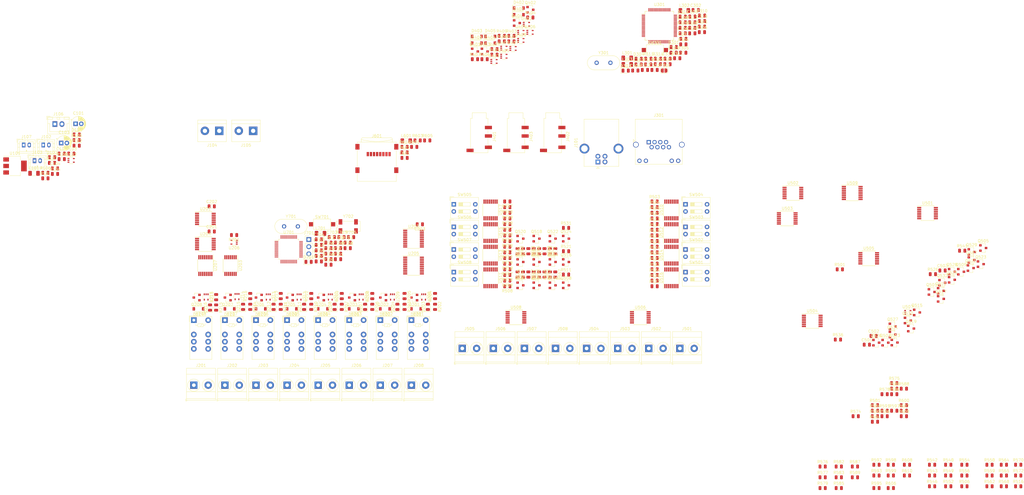
<source format=kicad_pcb>
(kicad_pcb (version 20171130) (host pcbnew "(5.0.0)")
  (layers (0 F.Cu signal) (31 B.Cu signal) (34 B.Paste user) (35 F.Paste user) (36 B.SilkS user) (37 F.SilkS user) (38 B.Mask user) (39 F.Mask user) (44 Edge.Cuts user))
  (net 0 "")
  (net 1 GND)
  (net 2 +3V3)
  (net 3 /Sheet5E10F3BC/3V3A)
  (net 4 "Net-(C307-Pad1)")
  (net 5 "Net-(C310-Pad1)")
  (net 6 "Net-(C311-Pad1)")
  (net 7 "Net-(C312-Pad1)")
  (net 8 "Net-(C701-Pad1)")
  (net 9 "Net-(C702-Pad1)")
  (net 10 "Net-(C703-Pad1)")
  (net 11 "Net-(C704-Pad1)")
  (net 12 "Net-(C705-Pad2)")
  (net 13 "Net-(C706-Pad1)")
  (net 14 "Net-(C710-Pad1)")
  (net 15 /Sheet5BC1BC85/PA6)
  (net 16 "Net-(D101-Pad2)")
  (net 17 /Sheet5BC1BC85/PA1)
  (net 18 "Net-(D102-Pad2)")
  (net 19 "Net-(D201-Pad2)")
  (net 20 "Net-(D202-Pad2)")
  (net 21 "Net-(D203-Pad1)")
  (net 22 "Net-(D203-Pad2)")
  (net 23 "Net-(D204-Pad1)")
  (net 24 "Net-(D204-Pad2)")
  (net 25 "Net-(D205-Pad2)")
  (net 26 "Net-(D206-Pad2)")
  (net 27 "Net-(D207-Pad2)")
  (net 28 "Net-(D207-Pad1)")
  (net 29 "Net-(D208-Pad1)")
  (net 30 "Net-(D208-Pad2)")
  (net 31 "Net-(D209-Pad2)")
  (net 32 "Net-(D210-Pad2)")
  (net 33 "Net-(D211-Pad1)")
  (net 34 "Net-(D211-Pad2)")
  (net 35 "Net-(D212-Pad1)")
  (net 36 "Net-(D212-Pad2)")
  (net 37 "Net-(D213-Pad2)")
  (net 38 "Net-(D214-Pad2)")
  (net 39 "Net-(D215-Pad1)")
  (net 40 "Net-(D215-Pad2)")
  (net 41 "Net-(D216-Pad2)")
  (net 42 "Net-(D216-Pad1)")
  (net 43 "Net-(D301-Pad2)")
  (net 44 "Net-(D301-Pad1)")
  (net 45 "Net-(D302-Pad2)")
  (net 46 "Net-(D302-Pad1)")
  (net 47 "Net-(D303-Pad2)")
  (net 48 "Net-(D303-Pad1)")
  (net 49 "Net-(D304-Pad2)")
  (net 50 "Net-(D304-Pad1)")
  (net 51 T1-TX)
  (net 52 T3-TX)
  (net 53 T1-RX)
  (net 54 T3-RX)
  (net 55 T1-SB)
  (net 56 T3-SB)
  (net 57 "Net-(D701-Pad2)")
  (net 58 /Sheet5BC1BC85/PC13)
  (net 59 "Net-(J101-Pad5)")
  (net 60 "Net-(J101-Pad3)")
  (net 61 "Net-(J101-Pad1)")
  (net 62 "Net-(J101-Pad2)")
  (net 63 "Net-(J102-Pad1)")
  (net 64 +24V)
  (net 65 I2C-SDA)
  (net 66 I2C-SCL)
  (net 67 OG1O02)
  (net 68 OG1O01)
  (net 69 OG1O12)
  (net 70 OG1O11)
  (net 71 OG1O21)
  (net 72 OG1O22)
  (net 73 OG1O31)
  (net 74 OG1O32)
  (net 75 OG1O42)
  (net 76 OG1O41)
  (net 77 OG1O52)
  (net 78 OG1O51)
  (net 79 OG1O61)
  (net 80 OG1O62)
  (net 81 OG1O71)
  (net 82 OG1O72)
  (net 83 /Sheet5E10F3BC/RXIP)
  (net 84 "Net-(J301-Pad5)")
  (net 85 /Sheet5E10F3BC/TXOP)
  (net 86 /Sheet5E10F3BC/RXIN)
  (net 87 "Net-(J301-Pad4)")
  (net 88 /Sheet5E10F3BC/TXON)
  (net 89 "Net-(J301-PadSH)")
  (net 90 /Sheet5E10F3BC/FDXLED)
  (net 91 "Net-(J301-Pad10)")
  (net 92 /Sheet5E10F3BC/LINKLED)
  (net 93 "Net-(J301-Pad12)")
  (net 94 T2-TX)
  (net 95 T2-RX)
  (net 96 T2-SB)
  (net 97 "Net-(J501-Pad1)")
  (net 98 "Net-(J501-Pad2)")
  (net 99 "Net-(J502-Pad1)")
  (net 100 "Net-(J503-Pad1)")
  (net 101 "Net-(J504-Pad1)")
  (net 102 "Net-(J505-Pad1)")
  (net 103 "Net-(J505-Pad2)")
  (net 104 "Net-(J506-Pad1)")
  (net 105 "Net-(J507-Pad1)")
  (net 106 "Net-(J508-Pad1)")
  (net 107 "Net-(J601-Pad9)")
  (net 108 "Net-(J601-Pad8)")
  (net 109 SPI1-MISO)
  (net 110 SPI1-SCK)
  (net 111 SPI1-MOSI)
  (net 112 SPI1-CS)
  (net 113 "Net-(J601-Pad1)")
  (net 114 "Net-(J701-Pad1)")
  (net 115 "Net-(J701-Pad2)")
  (net 116 "Net-(JP301-Pad2)")
  (net 117 "Net-(K201-Pad10)")
  (net 118 "Net-(K201-Pad3)")
  (net 119 "Net-(K202-Pad10)")
  (net 120 "Net-(K202-Pad3)")
  (net 121 "Net-(K203-Pad3)")
  (net 122 "Net-(K203-Pad10)")
  (net 123 "Net-(K204-Pad10)")
  (net 124 "Net-(K204-Pad3)")
  (net 125 "Net-(K205-Pad3)")
  (net 126 "Net-(K205-Pad10)")
  (net 127 "Net-(K206-Pad3)")
  (net 128 "Net-(K206-Pad10)")
  (net 129 "Net-(K207-Pad10)")
  (net 130 "Net-(K207-Pad3)")
  (net 131 "Net-(K208-Pad3)")
  (net 132 "Net-(K208-Pad10)")
  (net 133 "Net-(L101-Pad1)")
  (net 134 /Sheet5E10F3BC/1V8A)
  (net 135 /Sheet5E10F3BC/1V8)
  (net 136 "Net-(Q201-Pad1)")
  (net 137 "Net-(Q202-Pad1)")
  (net 138 "Net-(Q203-Pad1)")
  (net 139 "Net-(Q204-Pad1)")
  (net 140 "Net-(Q205-Pad1)")
  (net 141 "Net-(Q206-Pad1)")
  (net 142 "Net-(Q207-Pad1)")
  (net 143 "Net-(Q208-Pad1)")
  (net 144 "Net-(Q401-Pad1)")
  (net 145 "Net-(Q402-Pad1)")
  (net 146 "Net-(Q403-Pad1)")
  (net 147 "Net-(Q404-Pad1)")
  (net 148 "Net-(Q501-Pad2)")
  (net 149 "Net-(Q501-Pad1)")
  (net 150 "Net-(Q502-Pad1)")
  (net 151 "Net-(Q502-Pad2)")
  (net 152 "Net-(Q509-Pad2)")
  (net 153 "Net-(Q509-Pad1)")
  (net 154 "Net-(Q510-Pad1)")
  (net 155 "Net-(Q510-Pad2)")
  (net 156 "Net-(Q517-Pad2)")
  (net 157 "Net-(Q517-Pad1)")
  (net 158 "Net-(Q518-Pad1)")
  (net 159 "Net-(Q518-Pad2)")
  (net 160 "Net-(Q525-Pad2)")
  (net 161 "Net-(Q525-Pad1)")
  (net 162 "Net-(Q526-Pad1)")
  (net 163 "Net-(Q526-Pad2)")
  (net 164 USB-DM)
  (net 165 USB-DP)
  (net 166 "Net-(R201-Pad2)")
  (net 167 "Net-(R308-Pad2)")
  (net 168 "Net-(R309-Pad2)")
  (net 169 "Net-(R309-Pad1)")
  (net 170 UART2-TX)
  (net 171 UART1-TX)
  (net 172 UART3-TX)
  (net 173 "Net-(R501-Pad2)")
  (net 174 "Net-(R502-Pad2)")
  (net 175 "Net-(R503-Pad2)")
  (net 176 "Net-(R504-Pad2)")
  (net 177 "Net-(R505-Pad2)")
  (net 178 "Net-(R507-Pad2)")
  (net 179 "Net-(R508-Pad2)")
  (net 180 "Net-(R509-Pad2)")
  (net 181 "Net-(R510-Pad2)")
  (net 182 "Net-(R512-Pad2)")
  (net 183 "Net-(R513-Pad2)")
  (net 184 "Net-(R514-Pad2)")
  (net 185 "Net-(R515-Pad2)")
  (net 186 "Net-(R517-Pad2)")
  (net 187 "Net-(R518-Pad2)")
  (net 188 "Net-(R519-Pad2)")
  (net 189 "Net-(R520-Pad2)")
  (net 190 "Net-(R522-Pad2)")
  (net 191 "Net-(R523-Pad2)")
  (net 192 "Net-(R524-Pad2)")
  (net 193 "Net-(R525-Pad2)")
  (net 194 "Net-(R527-Pad2)")
  (net 195 "Net-(R528-Pad2)")
  (net 196 "Net-(R529-Pad2)")
  (net 197 "Net-(R530-Pad2)")
  (net 198 "Net-(R532-Pad2)")
  (net 199 "Net-(R533-Pad2)")
  (net 200 "Net-(R534-Pad2)")
  (net 201 "Net-(R535-Pad2)")
  (net 202 "Net-(R537-Pad2)")
  (net 203 "Net-(R538-Pad2)")
  (net 204 "Net-(R539-Pad2)")
  (net 205 "Net-(R540-Pad2)")
  (net 206 "Net-(R702-Pad1)")
  (net 207 "Net-(R704-Pad1)")
  (net 208 "Net-(SW501-Pad1)")
  (net 209 "Net-(SW501-Pad3)")
  (net 210 "Net-(SW501-Pad4)")
  (net 211 "Net-(SW502-Pad4)")
  (net 212 "Net-(SW502-Pad3)")
  (net 213 "Net-(SW503-Pad4)")
  (net 214 "Net-(SW503-Pad3)")
  (net 215 "Net-(SW504-Pad3)")
  (net 216 "Net-(SW504-Pad4)")
  (net 217 "Net-(SW505-Pad4)")
  (net 218 "Net-(SW505-Pad1)")
  (net 219 "Net-(SW505-Pad3)")
  (net 220 "Net-(SW506-Pad3)")
  (net 221 "Net-(SW506-Pad4)")
  (net 222 "Net-(SW507-Pad3)")
  (net 223 "Net-(SW507-Pad4)")
  (net 224 "Net-(SW508-Pad4)")
  (net 225 "Net-(SW508-Pad3)")
  (net 226 USB-PWR)
  (net 227 "Net-(U201-Pad11)")
  (net 228 OG1COF)
  (net 229 "Net-(U201-Pad5)")
  (net 230 "Net-(U201-Pad12)")
  (net 231 "Net-(U201-Pad9)")
  (net 232 "Net-(U202-Pad19)")
  (net 233 "Net-(U202-Pad16)")
  (net 234 "Net-(U202-Pad15)")
  (net 235 "Net-(U202-Pad12)")
  (net 236 "Net-(U202-Pad13)")
  (net 237 OG1OSC)
  (net 238 "Net-(U202-Pad6)")
  (net 239 "Net-(U202-Pad5)")
  (net 240 "Net-(U202-Pad2)")
  (net 241 OG1OSS)
  (net 242 "Net-(U203-Pad1)")
  (net 243 "Net-(U203-Pad3)")
  (net 244 "Net-(U203-Pad6)")
  (net 245 "Net-(U203-Pad12)")
  (net 246 OG1COFCF)
  (net 247 "Net-(U204-Pad11)")
  (net 248 "Net-(U204-Pad12)")
  (net 249 "Net-(U204-Pad9)")
  (net 250 "Net-(U205-Pad2)")
  (net 251 "Net-(U205-Pad5)")
  (net 252 "Net-(U205-Pad6)")
  (net 253 "Net-(U205-Pad9)")
  (net 254 OG1OSL)
  (net 255 "Net-(U205-Pad12)")
  (net 256 "Net-(U205-Pad15)")
  (net 257 "Net-(U205-Pad16)")
  (net 258 "Net-(U205-Pad19)")
  (net 259 OG1OSF)
  (net 260 "Net-(U301-Pad3)")
  (net 261 "Net-(U301-Pad19)")
  (net 262 "Net-(U301-Pad20)")
  (net 263 "Net-(U301-Pad21)")
  (net 264 "Net-(U301-Pad22)")
  (net 265 "Net-(U301-Pad23)")
  (net 266 "Net-(U301-Pad24)")
  (net 267 "Net-(U301-Pad25)")
  (net 268 "Net-(U301-Pad26)")
  (net 269 ETH-CS)
  (net 270 "Net-(U301-Pad38)")
  (net 271 "Net-(U301-Pad39)")
  (net 272 "Net-(U301-Pad40)")
  (net 273 "Net-(U301-Pad41)")
  (net 274 "Net-(U301-Pad42)")
  (net 275 "Net-(U301-Pad45)")
  (net 276 "Net-(U301-Pad46)")
  (net 277 "Net-(U301-Pad47)")
  (net 278 "Net-(U301-Pad48)")
  (net 279 "Net-(U301-Pad49)")
  (net 280 "Net-(U301-Pad50)")
  (net 281 "Net-(U301-Pad51)")
  (net 282 "Net-(U301-Pad52)")
  (net 283 "Net-(U301-Pad53)")
  (net 284 "Net-(U301-Pad54)")
  (net 285 "Net-(U301-Pad55)")
  (net 286 "Net-(U301-Pad56)")
  (net 287 "Net-(U301-Pad57)")
  (net 288 "Net-(U301-Pad58)")
  (net 289 "Net-(U301-Pad60)")
  (net 290 "Net-(U301-Pad61)")
  (net 291 "Net-(U301-Pad62)")
  (net 292 "Net-(U301-Pad78)")
  (net 293 "Net-(U301-Pad79)")
  (net 294 "Net-(U301-Pad80)")
  (net 295 UART2-RX)
  (net 296 T2-SBI)
  (net 297 T2-SBO)
  (net 298 UART1-RX)
  (net 299 UART3-RX)
  (net 300 "Net-(U501-Pad12)")
  (net 301 IG1ISF)
  (net 302 "Net-(U501-Pad10)")
  (net 303 "Net-(U501-Pad6)")
  (net 304 "Net-(U501-Pad3)")
  (net 305 "Net-(U501-Pad2)")
  (net 306 "Net-(U501-Pad1)")
  (net 307 "Net-(U502-Pad1)")
  (net 308 "Net-(U502-Pad6)")
  (net 309 "Net-(U502-Pad8)")
  (net 310 "Net-(U503-Pad13)")
  (net 311 "Net-(U503-Pad8)")
  (net 312 "Net-(U503-Pad6)")
  (net 313 "Net-(U503-Pad1)")
  (net 314 "Net-(U504-Pad12)")
  (net 315 "Net-(U504-Pad11)")
  (net 316 "Net-(U504-Pad9)")
  (net 317 "Net-(U504-Pad3)")
  (net 318 "Net-(U505-Pad11)")
  (net 319 IG1IS)
  (net 320 IG1I)
  (net 321 "Net-(U510-Pad5)")
  (net 322 "Net-(U510-Pad4)")
  (net 323 "Net-(U510-Pad2)")
  (net 324 "Net-(U510-Pad1)")
  (net 325 "Net-(U511-Pad5)")
  (net 326 "Net-(U511-Pad4)")
  (net 327 "Net-(U511-Pad2)")
  (net 328 "Net-(U511-Pad1)")
  (net 329 "Net-(U512-Pad1)")
  (net 330 "Net-(U512-Pad2)")
  (net 331 "Net-(U512-Pad4)")
  (net 332 "Net-(U512-Pad5)")
  (net 333 "Net-(U513-Pad1)")
  (net 334 "Net-(U513-Pad2)")
  (net 335 "Net-(U513-Pad4)")
  (net 336 "Net-(U513-Pad5)")
  (net 337 "Net-(U514-Pad5)")
  (net 338 "Net-(U514-Pad4)")
  (net 339 "Net-(U514-Pad2)")
  (net 340 "Net-(U514-Pad1)")
  (net 341 "Net-(U515-Pad1)")
  (net 342 "Net-(U515-Pad2)")
  (net 343 "Net-(U515-Pad4)")
  (net 344 "Net-(U515-Pad5)")
  (net 345 "Net-(U516-Pad1)")
  (net 346 "Net-(U516-Pad2)")
  (net 347 "Net-(U516-Pad4)")
  (net 348 "Net-(U516-Pad5)")
  (net 349 "Net-(U517-Pad5)")
  (net 350 "Net-(U517-Pad4)")
  (net 351 "Net-(U517-Pad2)")
  (net 352 "Net-(U517-Pad1)")
  (net 353 "Net-(U502-Pad13)")
  (net 354 "Net-(Q501-Pad3)")
  (net 355 "Net-(Q502-Pad3)")
  (net 356 "Net-(Q503-Pad1)")
  (net 357 "Net-(Q503-Pad3)")
  (net 358 "Net-(Q504-Pad3)")
  (net 359 "Net-(Q504-Pad1)")
  (net 360 "Net-(Q505-Pad3)")
  (net 361 "Net-(Q505-Pad1)")
  (net 362 "Net-(Q506-Pad1)")
  (net 363 "Net-(Q506-Pad3)")
  (net 364 "Net-(Q507-Pad1)")
  (net 365 "Net-(Q507-Pad3)")
  (net 366 "Net-(Q508-Pad3)")
  (net 367 "Net-(Q508-Pad1)")
  (net 368 "Net-(Q509-Pad3)")
  (net 369 "Net-(Q510-Pad3)")
  (net 370 "Net-(Q511-Pad3)")
  (net 371 "Net-(Q511-Pad1)")
  (net 372 "Net-(Q512-Pad1)")
  (net 373 "Net-(Q512-Pad3)")
  (net 374 "Net-(Q513-Pad1)")
  (net 375 "Net-(Q513-Pad3)")
  (net 376 "Net-(Q514-Pad1)")
  (net 377 "Net-(Q514-Pad3)")
  (net 378 "Net-(Q515-Pad3)")
  (net 379 "Net-(Q515-Pad1)")
  (net 380 "Net-(Q516-Pad3)")
  (net 381 "Net-(Q516-Pad1)")
  (net 382 "Net-(Q517-Pad3)")
  (net 383 "Net-(Q518-Pad3)")
  (net 384 "Net-(Q519-Pad3)")
  (net 385 "Net-(Q519-Pad1)")
  (net 386 "Net-(Q520-Pad1)")
  (net 387 "Net-(Q520-Pad3)")
  (net 388 "Net-(Q521-Pad1)")
  (net 389 "Net-(Q521-Pad3)")
  (net 390 "Net-(Q522-Pad1)")
  (net 391 "Net-(Q522-Pad3)")
  (net 392 "Net-(Q523-Pad3)")
  (net 393 "Net-(Q523-Pad1)")
  (net 394 "Net-(Q524-Pad3)")
  (net 395 "Net-(Q524-Pad1)")
  (net 396 "Net-(Q525-Pad3)")
  (net 397 "Net-(Q526-Pad3)")
  (net 398 "Net-(Q527-Pad1)")
  (net 399 "Net-(Q527-Pad3)")
  (net 400 "Net-(Q528-Pad1)")
  (net 401 "Net-(Q528-Pad3)")
  (net 402 "Net-(Q529-Pad1)")
  (net 403 "Net-(Q529-Pad3)")
  (net 404 "Net-(Q530-Pad3)")
  (net 405 "Net-(Q530-Pad1)")
  (net 406 "Net-(Q531-Pad3)")
  (net 407 "Net-(Q531-Pad1)")
  (net 408 "Net-(Q532-Pad1)")
  (net 409 "Net-(Q532-Pad3)")
  (net 410 "Net-(R542-Pad1)")
  (net 411 "Net-(R543-Pad1)")
  (net 412 "Net-(R544-Pad1)")
  (net 413 "Net-(R545-Pad1)")
  (net 414 "Net-(R548-Pad1)")
  (net 415 "Net-(R549-Pad1)")
  (net 416 "Net-(R550-Pad1)")
  (net 417 "Net-(R551-Pad1)")
  (net 418 "Net-(R554-Pad1)")
  (net 419 "Net-(R555-Pad1)")
  (net 420 "Net-(R558-Pad1)")
  (net 421 "Net-(R559-Pad1)")
  (net 422 "Net-(R560-Pad1)")
  (net 423 "Net-(R561-Pad1)")
  (net 424 "Net-(R564-Pad1)")
  (net 425 "Net-(R565-Pad1)")
  (net 426 "Net-(R566-Pad1)")
  (net 427 "Net-(R567-Pad1)")
  (net 428 "Net-(R570-Pad1)")
  (net 429 "Net-(R571-Pad1)")
  (net 430 "Net-(R574-Pad1)")
  (net 431 "Net-(R575-Pad1)")
  (net 432 "Net-(R576-Pad1)")
  (net 433 "Net-(R577-Pad1)")
  (net 434 "Net-(R580-Pad1)")
  (net 435 "Net-(R581-Pad1)")
  (net 436 "Net-(R582-Pad1)")
  (net 437 "Net-(R583-Pad1)")
  (net 438 "Net-(R586-Pad1)")
  (net 439 "Net-(R587-Pad1)")
  (net 440 "Net-(R590-Pad1)")
  (net 441 "Net-(R591-Pad1)")
  (net 442 "Net-(R592-Pad1)")
  (net 443 "Net-(R593-Pad1)")
  (net 444 "Net-(R596-Pad1)")
  (net 445 "Net-(R597-Pad1)")
  (net 446 "Net-(R598-Pad1)")
  (net 447 "Net-(R599-Pad1)")
  (net 448 "Net-(R607-Pad1)")
  (net 449 "Net-(R608-Pad1)")
  (module Capacitor_THT:CP_Radial_D5.0mm_P2.00mm (layer F.Cu) (at 39.162776 56.507001)
    (fp_text reference C101 (at 1 -3.75) (layer F.SilkS))
    (fp_text value 47u)
    (pad 2 thru_hole circle (at 2 0) (size 1.6 1.6) (drill 0.8) (layers *.Cu *.Mask) (net 1 GND))
    (pad 1 thru_hole rect (at 0 0) (size 1.6 1.6) (drill 0.8) (layers *.Cu *.Mask) (net 2 +3V3))
  )
  (module Capacitor_SMD:C_0805_2012Metric (layer F.Cu) (at 34.253001 67.057001)
    (fp_text reference C102 (at 0 -1.65) (layer F.SilkS))
    (fp_text value 100n)
    (pad 2 smd roundrect (at 0.9375 0) (size 0.975 1.4) (layers F.Cu F.Paste F.Mask) (net 1 GND))
    (pad 1 smd roundrect (at -0.9375 0) (size 0.975 1.4) (layers F.Cu F.Paste F.Mask) (net 2 +3V3))
  )
  (module Capacitor_THT:CP_Radial_D5.0mm_P2.00mm (layer F.Cu) (at 34.062776 63.307001)
    (fp_text reference C103 (at 1 -3.75) (layer F.SilkS))
    (fp_text value 47u)
    (pad 1 thru_hole rect (at 0 0) (size 1.6 1.6) (drill 0.8) (layers *.Cu *.Mask) (net 2 +3V3))
    (pad 2 thru_hole circle (at 2 0) (size 1.6 1.6) (drill 0.8) (layers *.Cu *.Mask) (net 1 GND))
  )
  (module Capacitor_SMD:C_0805_2012Metric (layer F.Cu) (at 31.873001 72.297001)
    (fp_text reference C104 (at 0 -1.65) (layer F.SilkS))
    (fp_text value 100n)
    (pad 1 smd roundrect (at -0.9375 0) (size 0.975 1.4) (layers F.Cu F.Paste F.Mask) (net 2 +3V3))
    (pad 2 smd roundrect (at 0.9375 0) (size 0.975 1.4) (layers F.Cu F.Paste F.Mask) (net 1 GND))
  )
  (module Capacitor_SMD:C_0805_2012Metric (layer F.Cu) (at 87.3275 94.615)
    (fp_text reference C201 (at 0 -1.65) (layer F.SilkS))
    (fp_text value 100n)
    (pad 2 smd roundrect (at 0.9375 0) (size 0.975 1.4) (layers F.Cu F.Paste F.Mask) (net 2 +3V3))
    (pad 1 smd roundrect (at -0.9375 0) (size 0.975 1.4) (layers F.Cu F.Paste F.Mask) (net 1 GND))
  )
  (module Capacitor_SMD:C_0805_2012Metric (layer F.Cu) (at 87.3275 85.725)
    (fp_text reference C202 (at 0 -1.65) (layer F.SilkS))
    (fp_text value 100n)
    (pad 1 smd roundrect (at -0.9375 0) (size 0.975 1.4) (layers F.Cu F.Paste F.Mask) (net 1 GND))
    (pad 2 smd roundrect (at 0.9375 0) (size 0.975 1.4) (layers F.Cu F.Paste F.Mask) (net 2 +3V3))
  )
  (module Capacitor_SMD:C_0805_2012Metric (layer F.Cu) (at 160.9875 92.075 180)
    (fp_text reference C203 (at 0 -1.65 180) (layer F.SilkS))
    (fp_text value 100n)
    (pad 1 smd roundrect (at -0.9375 0 180) (size 0.975 1.4) (layers F.Cu F.Paste F.Mask) (net 2 +3V3))
    (pad 2 smd roundrect (at 0.9375 0 180) (size 0.975 1.4) (layers F.Cu F.Paste F.Mask) (net 1 GND))
  )
  (module Capacitor_SMD:C_0805_2012Metric (layer F.Cu) (at 250.793001 31.357001)
    (fp_text reference C301 (at 0 -1.65) (layer F.SilkS))
    (fp_text value 10u)
    (pad 2 smd roundrect (at 0.9375 0) (size 0.975 1.4) (layers F.Cu F.Paste F.Mask) (net 1 GND))
    (pad 1 smd roundrect (at -0.9375 0) (size 0.975 1.4) (layers F.Cu F.Paste F.Mask) (net 2 +3V3))
  )
  (module Capacitor_SMD:C_0805_2012Metric (layer F.Cu) (at 258.603001 16.267001)
    (fp_text reference C302 (at 0 -1.65) (layer F.SilkS))
    (fp_text value 100n)
    (pad 1 smd roundrect (at -0.9375 0) (size 0.975 1.4) (layers F.Cu F.Paste F.Mask) (net 2 +3V3))
    (pad 2 smd roundrect (at 0.9375 0) (size 0.975 1.4) (layers F.Cu F.Paste F.Mask) (net 1 GND))
  )
  (module Capacitor_SMD:C_0805_2012Metric (layer F.Cu) (at 238.393001 35.507001)
    (fp_text reference C303 (at 0 -1.65) (layer F.SilkS))
    (fp_text value 100n)
    (pad 2 smd roundrect (at 0.9375 0) (size 0.975 1.4) (layers F.Cu F.Paste F.Mask) (net 1 GND))
    (pad 1 smd roundrect (at -0.9375 0) (size 0.975 1.4) (layers F.Cu F.Paste F.Mask) (net 2 +3V3))
  )
  (module Capacitor_SMD:C_0805_2012Metric (layer F.Cu) (at 237.233001 37.647001)
    (fp_text reference C304 (at 0 -1.65) (layer F.SilkS))
    (fp_text value 100n)
    (pad 1 smd roundrect (at -0.9375 0) (size 0.975 1.4) (layers F.Cu F.Paste F.Mask) (net 2 +3V3))
    (pad 2 smd roundrect (at 0.9375 0) (size 0.975 1.4) (layers F.Cu F.Paste F.Mask) (net 1 GND))
  )
  (module Capacitor_SMD:C_0805_2012Metric (layer F.Cu) (at 257.443001 18.557001)
    (fp_text reference C305 (at 0 -1.65) (layer F.SilkS))
    (fp_text value 100n)
    (pad 2 smd roundrect (at 0.9375 0) (size 0.975 1.4) (layers F.Cu F.Paste F.Mask) (net 1 GND))
    (pad 1 smd roundrect (at -0.9375 0) (size 0.975 1.4) (layers F.Cu F.Paste F.Mask) (net 2 +3V3))
  )
  (module Capacitor_SMD:C_0805_2012Metric (layer F.Cu) (at 253.993001 24.497001)
    (fp_text reference C306 (at 0 -1.65) (layer F.SilkS))
    (fp_text value 10u)
    (pad 1 smd roundrect (at -0.9375 0) (size 0.975 1.4) (layers F.Cu F.Paste F.Mask) (net 3 /Sheet5E10F3BC/3V3A))
    (pad 2 smd roundrect (at 0.9375 0) (size 0.975 1.4) (layers F.Cu F.Paste F.Mask) (net 1 GND))
  )
  (module Capacitor_SMD:C_0805_2012Metric (layer F.Cu) (at 254.243001 26.447001)
    (fp_text reference C307 (at 0 -1.65) (layer F.SilkS))
    (fp_text value 100n)
    (pad 2 smd roundrect (at 0.9375 0) (size 0.975 1.4) (layers F.Cu F.Paste F.Mask) (net 1 GND))
    (pad 1 smd roundrect (at -0.9375 0) (size 0.975 1.4) (layers F.Cu F.Paste F.Mask) (net 4 "Net-(C307-Pad1)"))
  )
  (module Capacitor_SMD:C_0805_2012Metric (layer F.Cu) (at 253.993001 20.597001)
    (fp_text reference C308 (at 0 -1.65) (layer F.SilkS))
    (fp_text value 100n)
    (pad 2 smd roundrect (at 0.9375 0) (size 0.975 1.4) (layers F.Cu F.Paste F.Mask) (net 1 GND))
    (pad 1 smd roundrect (at -0.9375 0) (size 0.975 1.4) (layers F.Cu F.Paste F.Mask) (net 3 /Sheet5E10F3BC/3V3A))
  )
  (module Capacitor_SMD:C_0805_2012Metric (layer F.Cu) (at 257.403001 24.497001)
    (fp_text reference C309 (at 0 -1.65) (layer F.SilkS))
    (fp_text value 100n)
    (pad 1 smd roundrect (at -0.9375 0) (size 0.975 1.4) (layers F.Cu F.Paste F.Mask) (net 3 /Sheet5E10F3BC/3V3A))
    (pad 2 smd roundrect (at 0.9375 0) (size 0.975 1.4) (layers F.Cu F.Paste F.Mask) (net 1 GND))
  )
  (module Capacitor_SMD:C_0805_2012Metric (layer F.Cu) (at 260.853001 20.167001)
    (fp_text reference C310 (at 0 -1.65) (layer F.SilkS))
    (fp_text value 100n)
    (pad 1 smd roundrect (at -0.9375 0) (size 0.975 1.4) (layers F.Cu F.Paste F.Mask) (net 5 "Net-(C310-Pad1)"))
    (pad 2 smd roundrect (at 0.9375 0) (size 0.975 1.4) (layers F.Cu F.Paste F.Mask) (net 1 GND))
  )
  (module Capacitor_SMD:C_0805_2012Metric (layer F.Cu) (at 244.053001 37.457001)
    (fp_text reference C311 (at 0 -1.65) (layer F.SilkS))
    (fp_text value 18p)
    (pad 2 smd roundrect (at 0.9375 0) (size 0.975 1.4) (layers F.Cu F.Paste F.Mask) (net 1 GND))
    (pad 1 smd roundrect (at -0.9375 0) (size 0.975 1.4) (layers F.Cu F.Paste F.Mask) (net 6 "Net-(C311-Pad1)"))
  )
  (module Capacitor_SMD:C_0805_2012Metric (layer F.Cu) (at 248.663001 33.467001)
    (fp_text reference C312 (at 0 -1.65) (layer F.SilkS))
    (fp_text value 18p)
    (pad 1 smd roundrect (at -0.9375 0) (size 0.975 1.4) (layers F.Cu F.Paste F.Mask) (net 7 "Net-(C312-Pad1)"))
    (pad 2 smd roundrect (at 0.9375 0) (size 0.975 1.4) (layers F.Cu F.Paste F.Mask) (net 1 GND))
  )
  (module Capacitor_SMD:C_0805_2012Metric (layer F.Cu) (at 319.173001 134.667001)
    (fp_text reference C501 (at 0 -1.65) (layer F.SilkS))
    (fp_text value 100n)
    (pad 2 smd roundrect (at 0.9375 0) (size 0.975 1.4) (layers F.Cu F.Paste F.Mask) (net 2 +3V3))
    (pad 1 smd roundrect (at -0.9375 0) (size 0.975 1.4) (layers F.Cu F.Paste F.Mask) (net 1 GND))
  )
  (module Capacitor_SMD:C_0805_2012Metric (layer F.Cu) (at 321.583001 131.567001)
    (fp_text reference C502 (at 0 -1.65) (layer F.SilkS))
    (fp_text value 100n)
    (pad 1 smd roundrect (at -0.9375 0) (size 0.975 1.4) (layers F.Cu F.Paste F.Mask) (net 1 GND))
    (pad 2 smd roundrect (at 0.9375 0) (size 0.975 1.4) (layers F.Cu F.Paste F.Mask) (net 2 +3V3))
  )
  (module Capacitor_SMD:C_0805_2012Metric (layer F.Cu) (at 345.953001 108.417001)
    (fp_text reference C503 (at 0 -1.65) (layer F.SilkS))
    (fp_text value 100n)
    (pad 2 smd roundrect (at 0.9375 0) (size 0.975 1.4) (layers F.Cu F.Paste F.Mask) (net 1 GND))
    (pad 1 smd roundrect (at -0.9375 0) (size 0.975 1.4) (layers F.Cu F.Paste F.Mask) (net 2 +3V3))
  )
  (module Capacitor_SMD:C_0805_2012Metric (layer F.Cu) (at 155.583001 68.577001)
    (fp_text reference C601 (at 0 -1.65) (layer F.SilkS))
    (fp_text value 100n)
    (pad 2 smd roundrect (at 0.9375 0) (size 0.975 1.4) (layers F.Cu F.Paste F.Mask) (net 1 GND))
    (pad 1 smd roundrect (at -0.9375 0) (size 0.975 1.4) (layers F.Cu F.Paste F.Mask) (net 2 +3V3))
  )
  (module Capacitor_SMD:C_0805_2012Metric (layer F.Cu) (at 128.633001 102.467001)
    (fp_text reference C701 (at 0 -1.65) (layer F.SilkS))
    (fp_text value 22p)
    (pad 1 smd roundrect (at -0.9375 0) (size 0.975 1.4) (layers F.Cu F.Paste F.Mask) (net 8 "Net-(C701-Pad1)"))
    (pad 2 smd roundrect (at 0.9375 0) (size 0.975 1.4) (layers F.Cu F.Paste F.Mask) (net 1 GND))
  )
  (module Capacitor_SMD:C_0805_2012Metric (layer F.Cu) (at 129.833001 96.617001)
    (fp_text reference C702 (at 0 -1.65) (layer F.SilkS))
    (fp_text value 22p)
    (pad 2 smd roundrect (at 0.9375 0) (size 0.975 1.4) (layers F.Cu F.Paste F.Mask) (net 1 GND))
    (pad 1 smd roundrect (at -0.9375 0) (size 0.975 1.4) (layers F.Cu F.Paste F.Mask) (net 9 "Net-(C702-Pad1)"))
  )
  (module Capacitor_SMD:C_0805_2012Metric (layer F.Cu) (at 125.223001 99.357001)
    (fp_text reference C703 (at 0 -1.65) (layer F.SilkS))
    (fp_text value 22p)
    (pad 1 smd roundrect (at -0.9375 0) (size 0.975 1.4) (layers F.Cu F.Paste F.Mask) (net 10 "Net-(C703-Pad1)"))
    (pad 2 smd roundrect (at 0.9375 0) (size 0.975 1.4) (layers F.Cu F.Paste F.Mask) (net 1 GND))
  )
  (module Capacitor_SMD:C_0805_2012Metric (layer F.Cu) (at 125.223001 97.407001)
    (fp_text reference C704 (at 0 -1.65) (layer F.SilkS))
    (fp_text value 22p)
    (pad 2 smd roundrect (at 0.9375 0) (size 0.975 1.4) (layers F.Cu F.Paste F.Mask) (net 1 GND))
    (pad 1 smd roundrect (at -0.9375 0) (size 0.975 1.4) (layers F.Cu F.Paste F.Mask) (net 11 "Net-(C704-Pad1)"))
  )
  (module Capacitor_SMD:C_0805_2012Metric (layer F.Cu) (at 125.223001 103.257001)
    (fp_text reference C705 (at 0 -1.65) (layer F.SilkS))
    (fp_text value 100n)
    (pad 2 smd roundrect (at 0.9375 0) (size 0.975 1.4) (layers F.Cu F.Paste F.Mask) (net 12 "Net-(C705-Pad2)"))
    (pad 1 smd roundrect (at -0.9375 0) (size 0.975 1.4) (layers F.Cu F.Paste F.Mask) (net 1 GND))
  )
  (module Capacitor_SMD:C_0805_2012Metric (layer F.Cu) (at 128.633001 100.517001)
    (fp_text reference C706 (at 0 -1.65) (layer F.SilkS))
    (fp_text value 100n)
    (pad 1 smd roundrect (at -0.9375 0) (size 0.975 1.4) (layers F.Cu F.Paste F.Mask) (net 13 "Net-(C706-Pad1)"))
    (pad 2 smd roundrect (at 0.9375 0) (size 0.975 1.4) (layers F.Cu F.Paste F.Mask) (net 1 GND))
  )
  (module Capacitor_SMD:C_0805_2012Metric (layer F.Cu) (at 128.633001 98.567001)
    (fp_text reference C707 (at 0 -1.65) (layer F.SilkS))
    (fp_text value 100n)
    (pad 1 smd roundrect (at -0.9375 0) (size 0.975 1.4) (layers F.Cu F.Paste F.Mask) (net 2 +3V3))
    (pad 2 smd roundrect (at 0.9375 0) (size 0.975 1.4) (layers F.Cu F.Paste F.Mask) (net 1 GND))
  )
  (module Capacitor_SMD:C_0805_2012Metric (layer F.Cu) (at 132.043001 100.517001)
    (fp_text reference C708 (at 0 -1.65) (layer F.SilkS))
    (fp_text value 100n)
    (pad 1 smd roundrect (at -0.9375 0) (size 0.975 1.4) (layers F.Cu F.Paste F.Mask) (net 2 +3V3))
    (pad 2 smd roundrect (at 0.9375 0) (size 0.975 1.4) (layers F.Cu F.Paste F.Mask) (net 1 GND))
  )
  (module Capacitor_SMD:C_0805_2012Metric (layer F.Cu) (at 132.043001 98.567001)
    (fp_text reference C709 (at 0 -1.65) (layer F.SilkS))
    (fp_text value 100n)
    (pad 2 smd roundrect (at 0.9375 0) (size 0.975 1.4) (layers F.Cu F.Paste F.Mask) (net 1 GND))
    (pad 1 smd roundrect (at -0.9375 0) (size 0.975 1.4) (layers F.Cu F.Paste F.Mask) (net 2 +3V3))
  )
  (module Capacitor_SMD:C_0805_2012Metric (layer F.Cu) (at 125.223001 101.307001)
    (fp_text reference C710 (at 0 -1.65) (layer F.SilkS))
    (fp_text value 100n)
    (pad 1 smd roundrect (at -0.9375 0) (size 0.975 1.4) (layers F.Cu F.Paste F.Mask) (net 14 "Net-(C710-Pad1)"))
    (pad 2 smd roundrect (at 0.9375 0) (size 0.975 1.4) (layers F.Cu F.Paste F.Mask) (net 1 GND))
  )
  (module LED_SMD:LED_0805_2012Metric (layer F.Cu) (at 39.573001 60.302001)
    (fp_text reference D101 (at 0 -1.65) (layer F.SilkS))
    (fp_text value LED_RED)
    (pad 1 smd roundrect (at -0.9375 0) (size 0.975 1.4) (layers F.Cu F.Paste F.Mask) (net 15 /Sheet5BC1BC85/PA6))
    (pad 2 smd roundrect (at 0.9375 0) (size 0.975 1.4) (layers F.Cu F.Paste F.Mask) (net 16 "Net-(D101-Pad2)"))
  )
  (module LED_SMD:LED_0805_2012Metric (layer F.Cu) (at 30.843001 68.352001)
    (fp_text reference D102 (at 0 -1.65) (layer F.SilkS))
    (fp_text value LED_YELLOW)
    (pad 1 smd roundrect (at -0.9375 0) (size 0.975 1.4) (layers F.Cu F.Paste F.Mask) (net 17 /Sheet5BC1BC85/PA1))
    (pad 2 smd roundrect (at 0.9375 0) (size 0.975 1.4) (layers F.Cu F.Paste F.Mask) (net 18 "Net-(D102-Pad2)"))
  )
  (module Diode_SMD:D_SOD-123 (layer F.Cu) (at 159.65 122 180)
    (fp_text reference D201 (at 0 -2 180) (layer F.SilkS))
    (fp_text value 1N4007)
    (pad 1 smd rect (at -1.65 0 180) (size 0.9 1.2) (layers F.Cu F.Paste F.Mask) (net 2 +3V3))
    (pad 2 smd rect (at 1.65 0 180) (size 0.9 1.2) (layers F.Cu F.Paste F.Mask) (net 19 "Net-(D201-Pad2)"))
  )
  (module Diode_SMD:D_SOD-123 (layer F.Cu) (at 148.65 122 180)
    (fp_text reference D202 (at 0 -2 180) (layer F.SilkS))
    (fp_text value 1N4007)
    (pad 2 smd rect (at 1.65 0 180) (size 0.9 1.2) (layers F.Cu F.Paste F.Mask) (net 20 "Net-(D202-Pad2)"))
    (pad 1 smd rect (at -1.65 0 180) (size 0.9 1.2) (layers F.Cu F.Paste F.Mask) (net 2 +3V3))
  )
  (module LED_SMD:LED_0805_2012Metric (layer F.Cu) (at 163.83 121.285 90)
    (fp_text reference D203 (at 0 -1.65 90) (layer F.SilkS))
    (fp_text value LED_GREEN)
    (pad 1 smd roundrect (at -0.9375 0 90) (size 0.975 1.4) (layers F.Cu F.Paste F.Mask) (net 21 "Net-(D203-Pad1)"))
    (pad 2 smd roundrect (at 0.9375 0 90) (size 0.975 1.4) (layers F.Cu F.Paste F.Mask) (net 22 "Net-(D203-Pad2)"))
  )
  (module LED_SMD:LED_0805_2012Metric (layer F.Cu) (at 153.035 121.285 90)
    (fp_text reference D204 (at 0 -1.65 90) (layer F.SilkS))
    (fp_text value LED_GREEN)
    (pad 1 smd roundrect (at -0.9375 0 90) (size 0.975 1.4) (layers F.Cu F.Paste F.Mask) (net 23 "Net-(D204-Pad1)"))
    (pad 2 smd roundrect (at 0.9375 0 90) (size 0.975 1.4) (layers F.Cu F.Paste F.Mask) (net 24 "Net-(D204-Pad2)"))
  )
  (module Diode_SMD:D_SOD-123 (layer F.Cu) (at 137.65 122 180)
    (fp_text reference D205 (at 0 -2 180) (layer F.SilkS))
    (fp_text value 1N4007)
    (pad 1 smd rect (at -1.65 0 180) (size 0.9 1.2) (layers F.Cu F.Paste F.Mask) (net 2 +3V3))
    (pad 2 smd rect (at 1.65 0 180) (size 0.9 1.2) (layers F.Cu F.Paste F.Mask) (net 25 "Net-(D205-Pad2)"))
  )
  (module Diode_SMD:D_SOD-123 (layer F.Cu) (at 126.65 122 180)
    (fp_text reference D206 (at 0 -2 180) (layer F.SilkS))
    (fp_text value 1N4007)
    (pad 1 smd rect (at -1.65 0 180) (size 0.9 1.2) (layers F.Cu F.Paste F.Mask) (net 2 +3V3))
    (pad 2 smd rect (at 1.65 0 180) (size 0.9 1.2) (layers F.Cu F.Paste F.Mask) (net 26 "Net-(D206-Pad2)"))
  )
  (module LED_SMD:LED_0805_2012Metric (layer F.Cu) (at 141.605 121.285 90)
    (fp_text reference D207 (at 0 -1.65 90) (layer F.SilkS))
    (fp_text value LED_GREEN)
    (pad 2 smd roundrect (at 0.9375 0 90) (size 0.975 1.4) (layers F.Cu F.Paste F.Mask) (net 27 "Net-(D207-Pad2)"))
    (pad 1 smd roundrect (at -0.9375 0 90) (size 0.975 1.4) (layers F.Cu F.Paste F.Mask) (net 28 "Net-(D207-Pad1)"))
  )
  (module LED_SMD:LED_0805_2012Metric (layer F.Cu) (at 130.81 121.285 90)
    (fp_text reference D208 (at 0 -1.65 90) (layer F.SilkS))
    (fp_text value LED_GREEN)
    (pad 1 smd roundrect (at -0.9375 0 90) (size 0.975 1.4) (layers F.Cu F.Paste F.Mask) (net 29 "Net-(D208-Pad1)"))
    (pad 2 smd roundrect (at 0.9375 0 90) (size 0.975 1.4) (layers F.Cu F.Paste F.Mask) (net 30 "Net-(D208-Pad2)"))
  )
  (module Diode_SMD:D_SOD-123 (layer F.Cu) (at 115.65 122 180)
    (fp_text reference D209 (at 0 -2 180) (layer F.SilkS))
    (fp_text value 1N4007)
    (pad 1 smd rect (at -1.65 0 180) (size 0.9 1.2) (layers F.Cu F.Paste F.Mask) (net 2 +3V3))
    (pad 2 smd rect (at 1.65 0 180) (size 0.9 1.2) (layers F.Cu F.Paste F.Mask) (net 31 "Net-(D209-Pad2)"))
  )
  (module Diode_SMD:D_SOD-123 (layer F.Cu) (at 104.65 122 180)
    (fp_text reference D210 (at 0 -2 180) (layer F.SilkS))
    (fp_text value 1N4007)
    (pad 2 smd rect (at 1.65 0 180) (size 0.9 1.2) (layers F.Cu F.Paste F.Mask) (net 32 "Net-(D210-Pad2)"))
    (pad 1 smd rect (at -1.65 0 180) (size 0.9 1.2) (layers F.Cu F.Paste F.Mask) (net 2 +3V3))
  )
  (module LED_SMD:LED_0805_2012Metric (layer F.Cu) (at 120.015 121.285 90)
    (fp_text reference D211 (at 0 -1.65 90) (layer F.SilkS))
    (fp_text value LED_GREEN)
    (pad 1 smd roundrect (at -0.9375 0 90) (size 0.975 1.4) (layers F.Cu F.Paste F.Mask) (net 33 "Net-(D211-Pad1)"))
    (pad 2 smd roundrect (at 0.9375 0 90) (size 0.975 1.4) (layers F.Cu F.Paste F.Mask) (net 34 "Net-(D211-Pad2)"))
  )
  (module LED_SMD:LED_0805_2012Metric (layer F.Cu) (at 109.22 121.285 90)
    (fp_text reference D212 (at 0 -1.65 90) (layer F.SilkS))
    (fp_text value LED_GREEN)
    (pad 1 smd roundrect (at -0.9375 0 90) (size 0.975 1.4) (layers F.Cu F.Paste F.Mask) (net 35 "Net-(D212-Pad1)"))
    (pad 2 smd roundrect (at 0.9375 0 90) (size 0.975 1.4) (layers F.Cu F.Paste F.Mask) (net 36 "Net-(D212-Pad2)"))
  )
  (module Diode_SMD:D_SOD-123 (layer F.Cu) (at 93.65 122 180)
    (fp_text reference D213 (at 0 -2 180) (layer F.SilkS))
    (fp_text value 1N4007)
    (pad 2 smd rect (at 1.65 0 180) (size 0.9 1.2) (layers F.Cu F.Paste F.Mask) (net 37 "Net-(D213-Pad2)"))
    (pad 1 smd rect (at -1.65 0 180) (size 0.9 1.2) (layers F.Cu F.Paste F.Mask) (net 2 +3V3))
  )
  (module Diode_SMD:D_SOD-123 (layer F.Cu) (at 82.65 122 180)
    (fp_text reference D214 (at 0 -2 180) (layer F.SilkS))
    (fp_text value 1N4007)
    (pad 2 smd rect (at 1.65 0 180) (size 0.9 1.2) (layers F.Cu F.Paste F.Mask) (net 38 "Net-(D214-Pad2)"))
    (pad 1 smd rect (at -1.65 0 180) (size 0.9 1.2) (layers F.Cu F.Paste F.Mask) (net 2 +3V3))
  )
  (module LED_SMD:LED_0805_2012Metric (layer F.Cu) (at 98.425 121.285 90)
    (fp_text reference D215 (at 0 -1.65 90) (layer F.SilkS))
    (fp_text value LED_GREEN)
    (pad 1 smd roundrect (at -0.9375 0 90) (size 0.975 1.4) (layers F.Cu F.Paste F.Mask) (net 39 "Net-(D215-Pad1)"))
    (pad 2 smd roundrect (at 0.9375 0 90) (size 0.975 1.4) (layers F.Cu F.Paste F.Mask) (net 40 "Net-(D215-Pad2)"))
  )
  (module LED_SMD:LED_0805_2012Metric (layer F.Cu) (at 86.741 121.539 90)
    (fp_text reference D216 (at 0 -1.65 90) (layer F.SilkS))
    (fp_text value LED_GREEN)
    (pad 2 smd roundrect (at 0.9375 0 90) (size 0.975 1.4) (layers F.Cu F.Paste F.Mask) (net 41 "Net-(D216-Pad2)"))
    (pad 1 smd roundrect (at -0.9375 0 90) (size 0.975 1.4) (layers F.Cu F.Paste F.Mask) (net 42 "Net-(D216-Pad1)"))
  )
  (module LED_SMD:LED_0805_2012Metric (layer F.Cu) (at 250.833001 29.362001)
    (fp_text reference D301 (at 0 -1.65) (layer F.SilkS))
    (fp_text value LED_GREEN)
    (pad 2 smd roundrect (at 0.9375 0) (size 0.975 1.4) (layers F.Cu F.Paste F.Mask) (net 43 "Net-(D301-Pad2)"))
    (pad 1 smd roundrect (at -0.9375 0) (size 0.975 1.4) (layers F.Cu F.Paste F.Mask) (net 44 "Net-(D301-Pad1)"))
  )
  (module LED_SMD:LED_0805_2012Metric (layer F.Cu) (at 254.033001 18.602001)
    (fp_text reference D302 (at 0 -1.65) (layer F.SilkS))
    (fp_text value LED_YELLOW)
    (pad 2 smd roundrect (at 0.9375 0) (size 0.975 1.4) (layers F.Cu F.Paste F.Mask) (net 45 "Net-(D302-Pad2)"))
    (pad 1 smd roundrect (at -0.9375 0) (size 0.975 1.4) (layers F.Cu F.Paste F.Mask) (net 46 "Net-(D302-Pad1)"))
  )
  (module LED_SMD:LED_0805_2012Metric (layer F.Cu) (at 233.823001 37.692001)
    (fp_text reference D303 (at 0 -1.65) (layer F.SilkS))
    (fp_text value LED_RED)
    (pad 2 smd roundrect (at 0.9375 0) (size 0.975 1.4) (layers F.Cu F.Paste F.Mask) (net 47 "Net-(D303-Pad2)"))
    (pad 1 smd roundrect (at -0.9375 0) (size 0.975 1.4) (layers F.Cu F.Paste F.Mask) (net 48 "Net-(D303-Pad1)"))
  )
  (module LED_SMD:LED_0805_2012Metric (layer F.Cu) (at 238.433001 33.512001)
    (fp_text reference D304 (at 0 -1.65) (layer F.SilkS))
    (fp_text value LED_GREEN)
    (pad 2 smd roundrect (at 0.9375 0) (size 0.975 1.4) (layers F.Cu F.Paste F.Mask) (net 49 "Net-(D304-Pad2)"))
    (pad 1 smd roundrect (at -0.9375 0) (size 0.975 1.4) (layers F.Cu F.Paste F.Mask) (net 50 "Net-(D304-Pad1)"))
  )
  (module Diode_SMD:D_SOD-123 (layer F.Cu) (at 196.003001 17.897001)
    (fp_text reference D401 (at 0 -2) (layer F.SilkS))
    (fp_text value 1N4007)
    (pad 2 smd rect (at 1.65 0) (size 0.9 1.2) (layers F.Cu F.Paste F.Mask) (net 51 T1-TX))
    (pad 1 smd rect (at -1.65 0) (size 0.9 1.2) (layers F.Cu F.Paste F.Mask) (net 2 +3V3))
  )
  (module Diode_SMD:D_SOD-123 (layer F.Cu) (at 196.003001 15.547001)
    (fp_text reference D402 (at 0 -2) (layer F.SilkS))
    (fp_text value 1N4007)
    (pad 1 smd rect (at -1.65 0) (size 0.9 1.2) (layers F.Cu F.Paste F.Mask) (net 2 +3V3))
    (pad 2 smd rect (at 1.65 0) (size 0.9 1.2) (layers F.Cu F.Paste F.Mask) (net 52 T3-TX))
  )
  (module Diode_SMD:D_SOD-123 (layer F.Cu) (at 181.153001 25.597001)
    (fp_text reference D403 (at 0 -2) (layer F.SilkS))
    (fp_text value 1N4007)
    (pad 1 smd rect (at -1.65 0) (size 0.9 1.2) (layers F.Cu F.Paste F.Mask) (net 2 +3V3))
    (pad 2 smd rect (at 1.65 0) (size 0.9 1.2) (layers F.Cu F.Paste F.Mask) (net 53 T1-RX))
  )
  (module Diode_SMD:D_SOD-123 (layer F.Cu) (at 185.903001 27.947001)
    (fp_text reference D404 (at 0 -2) (layer F.SilkS))
    (fp_text value 1N4007)
    (pad 1 smd rect (at -1.65 0) (size 0.9 1.2) (layers F.Cu F.Paste F.Mask) (net 2 +3V3))
    (pad 2 smd rect (at 1.65 0) (size 0.9 1.2) (layers F.Cu F.Paste F.Mask) (net 54 T3-RX))
  )
  (module Diode_SMD:D_SOD-123 (layer F.Cu) (at 185.903001 25.597001)
    (fp_text reference D405 (at 0 -2) (layer F.SilkS))
    (fp_text value 1N4007)
    (pad 2 smd rect (at 1.65 0) (size 0.9 1.2) (layers F.Cu F.Paste F.Mask) (net 55 T1-SB))
    (pad 1 smd rect (at -1.65 0) (size 0.9 1.2) (layers F.Cu F.Paste F.Mask) (net 2 +3V3))
  )
  (module Diode_SMD:D_SOD-123 (layer F.Cu) (at 181.153001 27.947001)
    (fp_text reference D406 (at 0 -2) (layer F.SilkS))
    (fp_text value 1N4007)
    (pad 2 smd rect (at 1.65 0) (size 0.9 1.2) (layers F.Cu F.Paste F.Mask) (net 56 T3-SB))
    (pad 1 smd rect (at -1.65 0) (size 0.9 1.2) (layers F.Cu F.Paste F.Mask) (net 2 +3V3))
  )
  (module LED_SMD:LED_0805_2012Metric (layer F.Cu) (at 121.613001 105.362001)
    (fp_text reference D701 (at 0 -1.65) (layer F.SilkS))
    (fp_text value LED_ALT)
    (pad 2 smd roundrect (at 0.9375 0) (size 0.975 1.4) (layers F.Cu F.Paste F.Mask) (net 57 "Net-(D701-Pad2)"))
    (pad 1 smd roundrect (at -0.9375 0) (size 0.975 1.4) (layers F.Cu F.Paste F.Mask) (net 58 /Sheet5BC1BC85/PC13))
  )
  (module Connector_JST:JST_PH_B2B-PH-K_1x02_P2.00mm_Vertical (layer F.Cu) (at 27.723001 64.007001)
    (fp_text reference J102 (at 1 -2.9) (layer F.SilkS))
    (fp_text value Conn_01x02)
    (pad 2 thru_hole oval (at 2 0) (size 1.2 1.75) (drill 0.75) (layers *.Cu *.Mask) (net 58 /Sheet5BC1BC85/PC13))
    (pad 1 thru_hole rect (at 0 0) (size 1.2 1.75) (drill 0.75) (layers *.Cu *.Mask) (net 63 "Net-(J102-Pad1)"))
  )
  (module Connector_JST:JST_PH_B2B-PH-K_1x02_P2.00mm_Vertical (layer F.Cu) (at 24.623001 69.557001)
    (fp_text reference J103 (at 1 -2.9) (layer F.SilkS))
    (fp_text value Conn_01x02)
    (pad 1 thru_hole rect (at 0 0) (size 1.2 1.75) (drill 0.75) (layers *.Cu *.Mask) (net 16 "Net-(D101-Pad2)"))
    (pad 2 thru_hole oval (at 2 0) (size 1.2 1.75) (drill 0.75) (layers *.Cu *.Mask) (net 15 /Sheet5BC1BC85/PA6))
  )
  (module TerminalBlock:TerminalBlock_bornier-2_P5.08mm (layer F.Cu) (at 90 59 180)
    (fp_text reference J104 (at 2.54 -5.08 180) (layer F.SilkS))
    (fp_text value Conn_01x02_PWR)
    (pad 1 thru_hole rect (at 0 0 180) (size 3 3) (drill 1.52) (layers *.Cu *.Mask) (net 64 +24V))
    (pad 2 thru_hole circle (at 5.08 0 180) (size 3 3) (drill 1.52) (layers *.Cu *.Mask) (net 1 GND))
  )
  (module TerminalBlock:TerminalBlock_bornier-2_P5.08mm (layer F.Cu) (at 102 59 180)
    (fp_text reference J105 (at 2.54 -5.08 180) (layer F.SilkS))
    (fp_text value Conn_01x02_PWR)
    (pad 2 thru_hole circle (at 5.08 0 180) (size 3 3) (drill 1.52) (layers *.Cu *.Mask) (net 1 GND))
    (pad 1 thru_hole rect (at 0 0 180) (size 3 3) (drill 1.52) (layers *.Cu *.Mask) (net 2 +3V3))
  )
  (module Connector_JST:JST_XH_B02B-XH-A_1x02_P2.50mm_Vertical (layer F.Cu) (at 31.823001 56.607001)
    (fp_text reference J106 (at 1.25 -3.55) (layer F.SilkS))
    (fp_text value JST-XH-01X02)
    (pad 1 thru_hole rect (at 0 0) (size 1.7 2) (drill 1) (layers *.Cu *.Mask) (net 65 I2C-SDA))
    (pad 2 thru_hole oval (at 2.5 0) (size 1.7 2) (drill 1) (layers *.Cu *.Mask) (net 66 I2C-SCL))
  )
  (module Connector_JST:JST_PH_B2B-PH-K_1x02_P2.00mm_Vertical (layer F.Cu) (at 20.773001 64.007001)
    (fp_text reference J107 (at 1 -2.9) (layer F.SilkS))
    (fp_text value Conn_01x02)
    (pad 1 thru_hole rect (at 0 0) (size 1.2 1.75) (drill 0.75) (layers *.Cu *.Mask) (net 18 "Net-(D102-Pad2)"))
    (pad 2 thru_hole oval (at 2 0) (size 1.2 1.75) (drill 0.75) (layers *.Cu *.Mask) (net 17 /Sheet5BC1BC85/PA1))
  )
  (module TerminalBlock_Phoenix:TerminalBlock_Phoenix_MKDS-3-2-5.08_1x02_P5.08mm_Horizontal (layer F.Cu) (at 81 149)
    (fp_text reference J201 (at 2.54 -6.96) (layer F.SilkS))
    (fp_text value Conn_01x02)
    (pad 2 thru_hole circle (at 5.08 0) (size 2.6 2.6) (drill 1.3) (layers *.Cu *.Mask) (net 67 OG1O02))
    (pad 1 thru_hole rect (at 0 0) (size 2.6 2.6) (drill 1.3) (layers *.Cu *.Mask) (net 68 OG1O01))
  )
  (module TerminalBlock_Phoenix:TerminalBlock_Phoenix_MKDS-3-2-5.08_1x02_P5.08mm_Horizontal (layer F.Cu) (at 92 149)
    (fp_text reference J202 (at 2.54 -6.96) (layer F.SilkS))
    (fp_text value Conn_01x02)
    (pad 2 thru_hole circle (at 5.08 0) (size 2.6 2.6) (drill 1.3) (layers *.Cu *.Mask) (net 69 OG1O12))
    (pad 1 thru_hole rect (at 0 0) (size 2.6 2.6) (drill 1.3) (layers *.Cu *.Mask) (net 70 OG1O11))
  )
  (module TerminalBlock_Phoenix:TerminalBlock_Phoenix_MKDS-3-2-5.08_1x02_P5.08mm_Horizontal (layer F.Cu) (at 103 149)
    (fp_text reference J203 (at 2.54 -6.96) (layer F.SilkS))
    (fp_text value Conn_01x02)
    (pad 1 thru_hole rect (at 0 0) (size 2.6 2.6) (drill 1.3) (layers *.Cu *.Mask) (net 71 OG1O21))
    (pad 2 thru_hole circle (at 5.08 0) (size 2.6 2.6) (drill 1.3) (layers *.Cu *.Mask) (net 72 OG1O22))
  )
  (module TerminalBlock_Phoenix:TerminalBlock_Phoenix_MKDS-3-2-5.08_1x02_P5.08mm_Horizontal (layer F.Cu) (at 114 149)
    (fp_text reference J204 (at 2.54 -6.96) (layer F.SilkS))
    (fp_text value Conn_01x02)
    (pad 1 thru_hole rect (at 0 0) (size 2.6 2.6) (drill 1.3) (layers *.Cu *.Mask) (net 73 OG1O31))
    (pad 2 thru_hole circle (at 5.08 0) (size 2.6 2.6) (drill 1.3) (layers *.Cu *.Mask) (net 74 OG1O32))
  )
  (module TerminalBlock_Phoenix:TerminalBlock_Phoenix_MKDS-3-2-5.08_1x02_P5.08mm_Horizontal (layer F.Cu) (at 125 149)
    (fp_text reference J205 (at 2.54 -6.96) (layer F.SilkS))
    (fp_text value Conn_01x02)
    (pad 2 thru_hole circle (at 5.08 0) (size 2.6 2.6) (drill 1.3) (layers *.Cu *.Mask) (net 75 OG1O42))
    (pad 1 thru_hole rect (at 0 0) (size 2.6 2.6) (drill 1.3) (layers *.Cu *.Mask) (net 76 OG1O41))
  )
  (module TerminalBlock_Phoenix:TerminalBlock_Phoenix_MKDS-3-2-5.08_1x02_P5.08mm_Horizontal (layer F.Cu) (at 136 149)
    (fp_text reference J206 (at 2.54 -6.96) (layer F.SilkS))
    (fp_text value Conn_01x02)
    (pad 2 thru_hole circle (at 5.08 0) (size 2.6 2.6) (drill 1.3) (layers *.Cu *.Mask) (net 77 OG1O52))
    (pad 1 thru_hole rect (at 0 0) (size 2.6 2.6) (drill 1.3) (layers *.Cu *.Mask) (net 78 OG1O51))
  )
  (module TerminalBlock_Phoenix:TerminalBlock_Phoenix_MKDS-3-2-5.08_1x02_P5.08mm_Horizontal (layer F.Cu) (at 147 149)
    (fp_text reference J207 (at 2.54 -6.96) (layer F.SilkS))
    (fp_text value Conn_01x02)
    (pad 1 thru_hole rect (at 0 0) (size 2.6 2.6) (drill 1.3) (layers *.Cu *.Mask) (net 79 OG1O61))
    (pad 2 thru_hole circle (at 5.08 0) (size 2.6 2.6) (drill 1.3) (layers *.Cu *.Mask) (net 80 OG1O62))
  )
  (module TerminalBlock_Phoenix:TerminalBlock_Phoenix_MKDS-3-2-5.08_1x02_P5.08mm_Horizontal (layer F.Cu) (at 158 149)
    (fp_text reference J208 (at 2.54 -6.96) (layer F.SilkS))
    (fp_text value Conn_01x02)
    (pad 1 thru_hole rect (at 0 0) (size 2.6 2.6) (drill 1.3) (layers *.Cu *.Mask) (net 81 OG1O71))
    (pad 2 thru_hole circle (at 5.08 0) (size 2.6 2.6) (drill 1.3) (layers *.Cu *.Mask) (net 82 OG1O72))
  )
  (module Connector_RJ:RJ45_Amphenol_RJHSE538X (layer F.Cu) (at 242 63)
    (fp_text reference J301 (at 3.56 -9.5) (layer F.SilkS))
    (fp_text value RJ45_LED_Shielded)
    (pad 1 thru_hole rect (at 0 0) (size 1.5 1.5) (drill 0.89) (layers *.Cu *.Mask) (net 83 /Sheet5E10F3BC/RXIP))
    (pad 3 thru_hole circle (at 2.04 0) (size 1.5 1.5) (drill 0.89) (layers *.Cu *.Mask) (net 3 /Sheet5E10F3BC/3V3A))
    (pad 5 thru_hole circle (at 4.08 0) (size 1.5 1.5) (drill 0.89) (layers *.Cu *.Mask) (net 84 "Net-(J301-Pad5)"))
    (pad 7 thru_hole circle (at 6.12 0) (size 1.5 1.5) (drill 0.89) (layers *.Cu *.Mask) (net 85 /Sheet5E10F3BC/TXOP))
    (pad 2 thru_hole circle (at 1.02 1.78) (size 1.5 1.5) (drill 0.89) (layers *.Cu *.Mask) (net 86 /Sheet5E10F3BC/RXIN))
    (pad 4 thru_hole circle (at 3.06 1.78) (size 1.5 1.5) (drill 0.89) (layers *.Cu *.Mask) (net 87 "Net-(J301-Pad4)"))
    (pad 6 thru_hole circle (at 5.1 1.78) (size 1.5 1.5) (drill 0.89) (layers *.Cu *.Mask) (net 3 /Sheet5E10F3BC/3V3A))
    (pad 8 thru_hole circle (at 7.14 1.78) (size 1.5 1.5) (drill 0.89) (layers *.Cu *.Mask) (net 88 /Sheet5E10F3BC/TXON))
    (pad "" np_thru_hole circle (at -2.79 -2.54) (size 3.25 3.25) (drill 3.25) (layers *.Cu *.Mask))
    (pad "" np_thru_hole circle (at 9.91 -2.54) (size 3.25 3.25) (drill 3.25) (layers *.Cu *.Mask))
    (pad SH thru_hole circle (at 11.69 0.89) (size 2 2) (drill 1.57) (layers *.Cu *.Mask) (net 89 "Net-(J301-PadSH)"))
    (pad SH thru_hole circle (at -4.57 0.89) (size 2 2) (drill 1.57) (layers *.Cu *.Mask) (net 89 "Net-(J301-PadSH)"))
    (pad 9 thru_hole circle (at -3.3 6.6) (size 1.5 1.5) (drill 0.89) (layers *.Cu *.Mask) (net 90 /Sheet5E10F3BC/FDXLED))
    (pad 10 thru_hole circle (at -1.01 6.6) (size 1.5 1.5) (drill 0.89) (layers *.Cu *.Mask) (net 91 "Net-(J301-Pad10)"))
    (pad 11 thru_hole circle (at 8.13 6.6) (size 1.5 1.5) (drill 0.89) (layers *.Cu *.Mask) (net 92 /Sheet5E10F3BC/LINKLED))
    (pad 12 thru_hole circle (at 10.42 6.6) (size 1.5 1.5) (drill 0.89) (layers *.Cu *.Mask) (net 93 "Net-(J301-Pad12)"))
  )
  (module Connector_Audio:Jack_3.5mm_PJ320D_Horizontal (layer F.Cu) (at 182 61 270)
    (fp_text reference J401 (at 0.05 -5.35 270) (layer F.SilkS))
    (fp_text value XLR3_Ground)
    (pad 4 smd rect (at 4.925 3.25 270) (size 1.2 2.5) (layers F.Cu F.Paste F.Mask))
    (pad 1 smd rect (at 3.825 -3.25 270) (size 1.2 2.5) (layers F.Cu F.Paste F.Mask) (net 51 T1-TX))
    (pad 2 smd rect (at -0.175 -3.25 270) (size 1.2 2.5) (layers F.Cu F.Paste F.Mask) (net 53 T1-RX))
    (pad 3 smd rect (at -3.175 -3.25 270) (size 1.2 2.5) (layers F.Cu F.Paste F.Mask) (net 55 T1-SB))
    (pad "" np_thru_hole circle (at -4.775 0 270) (size 1.5 1.5) (drill 1.5) (layers *.Cu *.Mask))
    (pad "" np_thru_hole circle (at 2.225 0 270) (size 1.5 1.5) (drill 1.5) (layers *.Cu *.Mask))
  )
  (module Connector_Audio:Jack_3.5mm_PJ320D_Horizontal (layer F.Cu) (at 208 61 270)
    (fp_text reference J402 (at 0.05 -5.35 270) (layer F.SilkS))
    (fp_text value XLR3_Ground)
    (pad 4 smd rect (at 4.925 3.25 270) (size 1.2 2.5) (layers F.Cu F.Paste F.Mask))
    (pad 1 smd rect (at 3.825 -3.25 270) (size 1.2 2.5) (layers F.Cu F.Paste F.Mask) (net 94 T2-TX))
    (pad 2 smd rect (at -0.175 -3.25 270) (size 1.2 2.5) (layers F.Cu F.Paste F.Mask) (net 95 T2-RX))
    (pad 3 smd rect (at -3.175 -3.25 270) (size 1.2 2.5) (layers F.Cu F.Paste F.Mask) (net 96 T2-SB))
    (pad "" np_thru_hole circle (at -4.775 0 270) (size 1.5 1.5) (drill 1.5) (layers *.Cu *.Mask))
    (pad "" np_thru_hole circle (at 2.225 0 270) (size 1.5 1.5) (drill 1.5) (layers *.Cu *.Mask))
  )
  (module Connector_Audio:Jack_3.5mm_PJ320D_Horizontal (layer F.Cu) (at 195 61 270)
    (fp_text reference J403 (at 0.05 -5.35 270) (layer F.SilkS))
    (fp_text value XLR3_Ground)
    (pad "" np_thru_hole circle (at 2.225 0 270) (size 1.5 1.5) (drill 1.5) (layers *.Cu *.Mask))
    (pad "" np_thru_hole circle (at -4.775 0 270) (size 1.5 1.5) (drill 1.5) (layers *.Cu *.Mask))
    (pad 3 smd rect (at -3.175 -3.25 270) (size 1.2 2.5) (layers F.Cu F.Paste F.Mask) (net 56 T3-SB))
    (pad 2 smd rect (at -0.175 -3.25 270) (size 1.2 2.5) (layers F.Cu F.Paste F.Mask) (net 54 T3-RX))
    (pad 1 smd rect (at 3.825 -3.25 270) (size 1.2 2.5) (layers F.Cu F.Paste F.Mask) (net 52 T3-TX))
    (pad 4 smd rect (at 4.925 3.25 270) (size 1.2 2.5) (layers F.Cu F.Paste F.Mask))
  )
  (module TerminalBlock_Phoenix:TerminalBlock_Phoenix_MKDS-3-2-5.08_1x02_P5.08mm_Horizontal (layer F.Cu) (at 253 136)
    (fp_text reference J501 (at 2.54 -6.96) (layer F.SilkS))
    (fp_text value Input_Terminal_01x02)
    (pad 1 thru_hole rect (at 0 0) (size 2.6 2.6) (drill 1.3) (layers *.Cu *.Mask) (net 97 "Net-(J501-Pad1)"))
    (pad 2 thru_hole circle (at 5.08 0) (size 2.6 2.6) (drill 1.3) (layers *.Cu *.Mask) (net 98 "Net-(J501-Pad2)"))
  )
  (module TerminalBlock_Phoenix:TerminalBlock_Phoenix_MKDS-3-2-5.08_1x02_P5.08mm_Horizontal (layer F.Cu) (at 242 136)
    (fp_text reference J502 (at 2.54 -6.96) (layer F.SilkS))
    (fp_text value Input_Terminal_01x02)
    (pad 2 thru_hole circle (at 5.08 0) (size 2.6 2.6) (drill 1.3) (layers *.Cu *.Mask) (net 98 "Net-(J501-Pad2)"))
    (pad 1 thru_hole rect (at 0 0) (size 2.6 2.6) (drill 1.3) (layers *.Cu *.Mask) (net 99 "Net-(J502-Pad1)"))
  )
  (module TerminalBlock_Phoenix:TerminalBlock_Phoenix_MKDS-3-2-5.08_1x02_P5.08mm_Horizontal (layer F.Cu) (at 231 136)
    (fp_text reference J503 (at 2.54 -6.96) (layer F.SilkS))
    (fp_text value Input_Terminal_01x02)
    (pad 1 thru_hole rect (at 0 0) (size 2.6 2.6) (drill 1.3) (layers *.Cu *.Mask) (net 100 "Net-(J503-Pad1)"))
    (pad 2 thru_hole circle (at 5.08 0) (size 2.6 2.6) (drill 1.3) (layers *.Cu *.Mask) (net 98 "Net-(J501-Pad2)"))
  )
  (module TerminalBlock_Phoenix:TerminalBlock_Phoenix_MKDS-3-2-5.08_1x02_P5.08mm_Horizontal (layer F.Cu) (at 220 136)
    (fp_text reference J504 (at 2.54 -6.96) (layer F.SilkS))
    (fp_text value Input_Terminal_01x02)
    (pad 2 thru_hole circle (at 5.08 0) (size 2.6 2.6) (drill 1.3) (layers *.Cu *.Mask) (net 98 "Net-(J501-Pad2)"))
    (pad 1 thru_hole rect (at 0 0) (size 2.6 2.6) (drill 1.3) (layers *.Cu *.Mask) (net 101 "Net-(J504-Pad1)"))
  )
  (module TerminalBlock_Phoenix:TerminalBlock_Phoenix_MKDS-3-2-5.08_1x02_P5.08mm_Horizontal (layer F.Cu) (at 176 136)
    (fp_text reference J505 (at 2.54 -6.96) (layer F.SilkS))
    (fp_text value Input_Terminal_01x02)
    (pad 1 thru_hole rect (at 0 0) (size 2.6 2.6) (drill 1.3) (layers *.Cu *.Mask) (net 102 "Net-(J505-Pad1)"))
    (pad 2 thru_hole circle (at 5.08 0) (size 2.6 2.6) (drill 1.3) (layers *.Cu *.Mask) (net 103 "Net-(J505-Pad2)"))
  )
  (module TerminalBlock_Phoenix:TerminalBlock_Phoenix_MKDS-3-2-5.08_1x02_P5.08mm_Horizontal (layer F.Cu) (at 187 136)
    (fp_text reference J506 (at 2.54 -6.96) (layer F.SilkS))
    (fp_text value Input_Terminal_01x02)
    (pad 2 thru_hole circle (at 5.08 0) (size 2.6 2.6) (drill 1.3) (layers *.Cu *.Mask) (net 103 "Net-(J505-Pad2)"))
    (pad 1 thru_hole rect (at 0 0) (size 2.6 2.6) (drill 1.3) (layers *.Cu *.Mask) (net 104 "Net-(J506-Pad1)"))
  )
  (module TerminalBlock_Phoenix:TerminalBlock_Phoenix_MKDS-3-2-5.08_1x02_P5.08mm_Horizontal (layer F.Cu) (at 198 136)
    (fp_text reference J507 (at 2.54 -6.96) (layer F.SilkS))
    (fp_text value Input_Terminal_01x02)
    (pad 1 thru_hole rect (at 0 0) (size 2.6 2.6) (drill 1.3) (layers *.Cu *.Mask) (net 105 "Net-(J507-Pad1)"))
    (pad 2 thru_hole circle (at 5.08 0) (size 2.6 2.6) (drill 1.3) (layers *.Cu *.Mask) (net 103 "Net-(J505-Pad2)"))
  )
  (module TerminalBlock_Phoenix:TerminalBlock_Phoenix_MKDS-3-2-5.08_1x02_P5.08mm_Horizontal (layer F.Cu) (at 209 136)
    (fp_text reference J508 (at 2.54 -6.96) (layer F.SilkS))
    (fp_text value Input_Terminal_01x02)
    (pad 2 thru_hole circle (at 5.08 0) (size 2.6 2.6) (drill 1.3) (layers *.Cu *.Mask) (net 103 "Net-(J505-Pad2)"))
    (pad 1 thru_hole rect (at 0 0) (size 2.6 2.6) (drill 1.3) (layers *.Cu *.Mask) (net 106 "Net-(J508-Pad1)"))
  )
  (module Connector_Card:microSD_HC_Wuerth_693072010801 (layer F.Cu) (at 145.773001 68.782001)
    (fp_text reference J601 (at 0 -7.99) (layer F.SilkS))
    (fp_text value Micro_SD_Card)
    (pad 9 smd rect (at 6.875 -4.15) (size 1.45 2) (layers F.Cu F.Paste F.Mask) (net 107 "Net-(J601-Pad9)"))
    (pad 9 smd rect (at -6.875 -4.15) (size 1.45 2) (layers F.Cu F.Paste F.Mask) (net 107 "Net-(J601-Pad9)"))
    (pad 9 smd rect (at -6.875 4.15) (size 1.45 2) (layers F.Cu F.Paste F.Mask) (net 107 "Net-(J601-Pad9)"))
    (pad 9 smd rect (at 6.875 4.15) (size 1.45 2) (layers F.Cu F.Paste F.Mask) (net 107 "Net-(J601-Pad9)"))
    (pad 8 smd rect (at 4.5 -1.55) (size 0.8 1.5) (layers F.Cu F.Paste F.Mask) (net 108 "Net-(J601-Pad8)"))
    (pad 7 smd rect (at 3.4 -1.55) (size 0.8 1.5) (layers F.Cu F.Paste F.Mask) (net 109 SPI1-MISO))
    (pad 6 smd rect (at 2.3 -1.55) (size 0.8 1.5) (layers F.Cu F.Paste F.Mask) (net 1 GND))
    (pad 5 smd rect (at 1.2 -1.55) (size 0.8 1.5) (layers F.Cu F.Paste F.Mask) (net 110 SPI1-SCK))
    (pad 4 smd rect (at 0.1 -1.55) (size 0.8 1.5) (layers F.Cu F.Paste F.Mask) (net 2 +3V3))
    (pad 3 smd rect (at -1 -1.55) (size 0.8 1.5) (layers F.Cu F.Paste F.Mask) (net 111 SPI1-MOSI))
    (pad 2 smd rect (at -2.1 -1.55) (size 0.8 1.5) (layers F.Cu F.Paste F.Mask) (net 112 SPI1-CS))
    (pad 1 smd rect (at -3.2 -1.55) (size 0.8 1.5) (layers F.Cu F.Paste F.Mask) (net 113 "Net-(J601-Pad1)"))
  )
  (module Connector_PinHeader_2.54mm:PinHeader_1x03_P2.54mm_Vertical (layer F.Cu) (at 121.693001 97.467001)
    (fp_text reference J701 (at 0 -2.33) (layer F.SilkS))
    (fp_text value Conn_01x03)
    (pad 1 thru_hole rect (at 0 0) (size 1.7 1.7) (drill 1) (layers *.Cu *.Mask) (net 114 "Net-(J701-Pad1)"))
    (pad 2 thru_hole oval (at 0 2.54) (size 1.7 1.7) (drill 1) (layers *.Cu *.Mask) (net 115 "Net-(J701-Pad2)"))
    (pad 3 thru_hole oval (at 0 5.08) (size 1.7 1.7) (drill 1) (layers *.Cu *.Mask) (net 1 GND))
  )
  (module Jumper:SolderJumper-2_P1.3mm_Open_RoundedPad1.0x1.5mm (layer F.Cu) (at 247.433001 37.667001)
    (fp_text reference JP301 (at 0 -1.8) (layer F.SilkS))
    (fp_text value SolderJumper_2_Open)
    (pad 1 smd custom (at -0.65 0) (size 1 0.5) (layers F.Cu F.Mask) (net 1 GND) (options (clearance outline) (anchor rect)) (primitives (gr_circle (center 0 0.25) (end 0.5 0.25) (width 0)) (gr_circle (center 0 -0.25) (end 0.5 -0.25) (width 0)) (gr_poly (pts (xy 0 -0.75) (xy 0.5 -0.75) (xy 0.5 0.75) (xy 0 0.75)) (width 0))))
    (pad 2 smd custom (at 0.65 0) (size 1 0.5) (layers F.Cu F.Mask) (net 116 "Net-(JP301-Pad2)") (options (clearance outline) (anchor rect)) (primitives (gr_circle (center 0 0.25) (end 0.5 0.25) (width 0)) (gr_circle (center 0 -0.25) (end 0.5 -0.25) (width 0)) (gr_poly (pts (xy 0 -0.75) (xy -0.5 -0.75) (xy -0.5 0.75) (xy 0 0.75)) (width 0))))
  )
  (module Resistor_SMD:R_1206_3216Metric (layer F.Cu) (at 24.453001 74.027001)
    (fp_text reference L101 (at 0 -1.82) (layer F.SilkS))
    (fp_text value Ferrite_Bead)
    (pad 1 smd roundrect (at -1.4 0) (size 1.25 1.75) (layers F.Cu F.Paste F.Mask) (roundrect_rratio 0.2) (net 133 "Net-(L101-Pad1)"))
    (pad 2 smd roundrect (at 1.4 0) (size 1.25 1.75) (layers F.Cu F.Paste F.Mask) (roundrect_rratio 0.2) (net 61 "Net-(J101-Pad1)"))
  )
  (module Inductor_SMD:L_1206_3216Metric (layer F.Cu) (at 234.383001 33.237001)
    (fp_text reference L301 (at 0 -1.82) (layer F.SilkS))
    (fp_text value 1u)
    (pad 1 smd roundrect (at -1.4 0) (size 1.25 1.75) (layers F.Cu F.Paste F.Mask) (roundrect_rratio 0.2) (net 89 "Net-(J301-PadSH)"))
    (pad 2 smd roundrect (at 1.4 0) (size 1.25 1.75) (layers F.Cu F.Paste F.Mask) (roundrect_rratio 0.2) (net 1 GND))
  )
  (module Inductor_SMD:L_1206_3216Metric (layer F.Cu) (at 254.593001 16.437001)
    (fp_text reference L302 (at 0 -1.82) (layer F.SilkS))
    (fp_text value 1u)
    (pad 2 smd roundrect (at 1.4 0) (size 1.25 1.75) (layers F.Cu F.Paste F.Mask) (roundrect_rratio 0.2) (net 134 /Sheet5E10F3BC/1V8A))
    (pad 1 smd roundrect (at -1.4 0) (size 1.25 1.75) (layers F.Cu F.Paste F.Mask) (roundrect_rratio 0.2) (net 135 /Sheet5E10F3BC/1V8))
  )
  (module Inductor_SMD:L_1206_3216Metric (layer F.Cu) (at 234.383001 35.527001)
    (fp_text reference L303 (at 0 -1.82) (layer F.SilkS))
    (fp_text value 1u)
    (pad 1 smd roundrect (at -1.4 0) (size 1.25 1.75) (layers F.Cu F.Paste F.Mask) (roundrect_rratio 0.2) (net 2 +3V3))
    (pad 2 smd roundrect (at 1.4 0) (size 1.25 1.75) (layers F.Cu F.Paste F.Mask) (roundrect_rratio 0.2) (net 3 /Sheet5E10F3BC/3V3A))
  )
  (module Inductor_SMD:L_1206_3216Metric (layer F.Cu) (at 156.183001 62.557001)
    (fp_text reference L601 (at 0 -1.82) (layer F.SilkS))
    (fp_text value 1u)
    (pad 2 smd roundrect (at 1.4 0) (size 1.25 1.75) (layers F.Cu F.Paste F.Mask) (roundrect_rratio 0.2) (net 1 GND))
    (pad 1 smd roundrect (at -1.4 0) (size 1.25 1.75) (layers F.Cu F.Paste F.Mask) (roundrect_rratio 0.2) (net 107 "Net-(J601-Pad9)"))
  )
  (module Inductor_SMD:L_1206_3216Metric (layer F.Cu) (at 125.823001 95.287001)
    (fp_text reference L701 (at 0 -1.82) (layer F.SilkS))
    (fp_text value 1u)
    (pad 1 smd roundrect (at -1.4 0) (size 1.25 1.75) (layers F.Cu F.Paste F.Mask) (roundrect_rratio 0.2) (net 2 +3V3))
    (pad 2 smd roundrect (at 1.4 0) (size 1.25 1.75) (layers F.Cu F.Paste F.Mask) (roundrect_rratio 0.2) (net 14 "Net-(C710-Pad1)"))
  )
  (module Package_TO_SOT_SMD:SOT-23 (layer F.Cu) (at 159 118 180)
    (fp_text reference Q201 (at 0 -2.5 180) (layer F.SilkS))
    (fp_text value 2N7002)
    (pad 1 smd rect (at -1 -0.95 180) (size 0.9 0.8) (layers F.Cu F.Paste F.Mask) (net 136 "Net-(Q201-Pad1)"))
    (pad 2 smd rect (at -1 0.95 180) (size 0.9 0.8) (layers F.Cu F.Paste F.Mask) (net 1 GND))
    (pad 3 smd rect (at 1 0 180) (size 0.9 0.8) (layers F.Cu F.Paste F.Mask) (net 19 "Net-(D201-Pad2)"))
  )
  (module Package_TO_SOT_SMD:SOT-23 (layer F.Cu) (at 148 118 180)
    (fp_text reference Q202 (at 0 -2.5 180) (layer F.SilkS))
    (fp_text value 2N7002)
    (pad 3 smd rect (at 1 0 180) (size 0.9 0.8) (layers F.Cu F.Paste F.Mask) (net 20 "Net-(D202-Pad2)"))
    (pad 2 smd rect (at -1 0.95 180) (size 0.9 0.8) (layers F.Cu F.Paste F.Mask) (net 1 GND))
    (pad 1 smd rect (at -1 -0.95 180) (size 0.9 0.8) (layers F.Cu F.Paste F.Mask) (net 137 "Net-(Q202-Pad1)"))
  )
  (module Package_TO_SOT_SMD:SOT-23 (layer F.Cu) (at 137 118 180)
    (fp_text reference Q203 (at 0 -2.5 180) (layer F.SilkS))
    (fp_text value 2N7002)
    (pad 1 smd rect (at -1 -0.95 180) (size 0.9 0.8) (layers F.Cu F.Paste F.Mask) (net 138 "Net-(Q203-Pad1)"))
    (pad 2 smd rect (at -1 0.95 180) (size 0.9 0.8) (layers F.Cu F.Paste F.Mask) (net 1 GND))
    (pad 3 smd rect (at 1 0 180) (size 0.9 0.8) (layers F.Cu F.Paste F.Mask) (net 25 "Net-(D205-Pad2)"))
  )
  (module Package_TO_SOT_SMD:SOT-23 (layer F.Cu) (at 126 118 180)
    (fp_text reference Q204 (at 0 -2.5 180) (layer F.SilkS))
    (fp_text value 2N7002)
    (pad 1 smd rect (at -1 -0.95 180) (size 0.9 0.8) (layers F.Cu F.Paste F.Mask) (net 139 "Net-(Q204-Pad1)"))
    (pad 2 smd rect (at -1 0.95 180) (size 0.9 0.8) (layers F.Cu F.Paste F.Mask) (net 1 GND))
    (pad 3 smd rect (at 1 0 180) (size 0.9 0.8) (layers F.Cu F.Paste F.Mask) (net 26 "Net-(D206-Pad2)"))
  )
  (module Package_TO_SOT_SMD:SOT-23 (layer F.Cu) (at 115 118 180)
    (fp_text reference Q205 (at 0 -2.5 180) (layer F.SilkS))
    (fp_text value 2N7002)
    (pad 3 smd rect (at 1 0 180) (size 0.9 0.8) (layers F.Cu F.Paste F.Mask) (net 31 "Net-(D209-Pad2)"))
    (pad 2 smd rect (at -1 0.95 180) (size 0.9 0.8) (layers F.Cu F.Paste F.Mask) (net 1 GND))
    (pad 1 smd rect (at -1 -0.95 180) (size 0.9 0.8) (layers F.Cu F.Paste F.Mask) (net 140 "Net-(Q205-Pad1)"))
  )
  (module Package_TO_SOT_SMD:SOT-23 (layer F.Cu) (at 104 118 180)
    (fp_text reference Q206 (at 0 -2.5 180) (layer F.SilkS))
    (fp_text value 2N7002)
    (pad 3 smd rect (at 1 0 180) (size 0.9 0.8) (layers F.Cu F.Paste F.Mask) (net 32 "Net-(D210-Pad2)"))
    (pad 2 smd rect (at -1 0.95 180) (size 0.9 0.8) (layers F.Cu F.Paste F.Mask) (net 1 GND))
    (pad 1 smd rect (at -1 -0.95 180) (size 0.9 0.8) (layers F.Cu F.Paste F.Mask) (net 141 "Net-(Q206-Pad1)"))
  )
  (module Package_TO_SOT_SMD:SOT-23 (layer F.Cu) (at 93 118 180)
    (fp_text reference Q207 (at 0 -2.5 180) (layer F.SilkS))
    (fp_text value 2N7002)
    (pad 3 smd rect (at 1 0 180) (size 0.9 0.8) (layers F.Cu F.Paste F.Mask) (net 37 "Net-(D213-Pad2)"))
    (pad 2 smd rect (at -1 0.95 180) (size 0.9 0.8) (layers F.Cu F.Paste F.Mask) (net 1 GND))
    (pad 1 smd rect (at -1 -0.95 180) (size 0.9 0.8) (layers F.Cu F.Paste F.Mask) (net 142 "Net-(Q207-Pad1)"))
  )
  (module Package_TO_SOT_SMD:SOT-23 (layer F.Cu) (at 82 118 180)
    (fp_text reference Q208 (at 0 -2.5 180) (layer F.SilkS))
    (fp_text value 2N7002)
    (pad 3 smd rect (at 1 0 180) (size 0.9 0.8) (layers F.Cu F.Paste F.Mask) (net 38 "Net-(D214-Pad2)"))
    (pad 2 smd rect (at -1 0.95 180) (size 0.9 0.8) (layers F.Cu F.Paste F.Mask) (net 1 GND))
    (pad 1 smd rect (at -1 -0.95 180) (size 0.9 0.8) (layers F.Cu F.Paste F.Mask) (net 143 "Net-(Q208-Pad1)"))
  )
  (module Package_TO_SOT_SMD:SOT-23 (layer F.Cu) (at 180.503001 30.897001)
    (fp_text reference Q401 (at 0 -2.5) (layer F.SilkS))
    (fp_text value 2N7002)
    (pad 1 smd rect (at -1 -0.95) (size 0.9 0.8) (layers F.Cu F.Paste F.Mask) (net 144 "Net-(Q401-Pad1)"))
    (pad 2 smd rect (at -1 0.95) (size 0.9 0.8) (layers F.Cu F.Paste F.Mask) (net 1 GND))
    (pad 3 smd rect (at 1 0) (size 0.9 0.8) (layers F.Cu F.Paste F.Mask) (net 95 T2-RX))
  )
  (module Package_TO_SOT_SMD:SOT-23 (layer F.Cu) (at 200.103001 16.147001)
    (fp_text reference Q402 (at 0 -2.5) (layer F.SilkS))
    (fp_text value 2N7002)
    (pad 3 smd rect (at 1 0) (size 0.9 0.8) (layers F.Cu F.Paste F.Mask) (net 96 T2-SB))
    (pad 2 smd rect (at -1 0.95) (size 0.9 0.8) (layers F.Cu F.Paste F.Mask) (net 1 GND))
    (pad 1 smd rect (at -1 -0.95) (size 0.9 0.8) (layers F.Cu F.Paste F.Mask) (net 145 "Net-(Q402-Pad1)"))
  )
  (module Package_TO_SOT_SMD:SOT-23 (layer F.Cu) (at 183.953001 30.897001)
    (fp_text reference Q403 (at 0 -2.5) (layer F.SilkS))
    (fp_text value 2N7002)
    (pad 1 smd rect (at -1 -0.95) (size 0.9 0.8) (layers F.Cu F.Paste F.Mask) (net 146 "Net-(Q403-Pad1)"))
    (pad 2 smd rect (at -1 0.95) (size 0.9 0.8) (layers F.Cu F.Paste F.Mask) (net 1 GND))
    (pad 3 smd rect (at 1 0) (size 0.9 0.8) (layers F.Cu F.Paste F.Mask) (net 51 T1-TX))
  )
  (module Package_TO_SOT_SMD:SOT-23 (layer F.Cu) (at 195.353001 20.847001)
    (fp_text reference Q404 (at 0 -2.5) (layer F.SilkS))
    (fp_text value 2N7002)
    (pad 1 smd rect (at -1 -0.95) (size 0.9 0.8) (layers F.Cu F.Paste F.Mask) (net 147 "Net-(Q404-Pad1)"))
    (pad 2 smd rect (at -1 0.95) (size 0.9 0.8) (layers F.Cu F.Paste F.Mask) (net 1 GND))
    (pad 3 smd rect (at 1 0) (size 0.9 0.8) (layers F.Cu F.Paste F.Mask) (net 52 T3-TX))
  )
  (module Resistor_SMD:R_0805_2012Metric (layer F.Cu) (at 28.463001 75.807001)
    (fp_text reference R101 (at 0 -1.65) (layer F.SilkS))
    (fp_text value 0)
    (pad 2 smd roundrect (at 0.9375 0) (size 0.975 1.4) (layers F.Cu F.Paste F.Mask) (net 59 "Net-(J101-Pad5)"))
    (pad 1 smd roundrect (at -0.9375 0) (size 0.975 1.4) (layers F.Cu F.Paste F.Mask) (net 1 GND))
  )
  (module Resistor_SMD:R_0805_2012Metric (layer F.Cu) (at 39.533001 64.247001)
    (fp_text reference R102 (at 0 -1.65) (layer F.SilkS))
    (fp_text value 27)
    (pad 2 smd roundrect (at 0.9375 0) (size 0.975 1.4) (layers F.Cu F.Paste F.Mask) (net 62 "Net-(J101-Pad2)"))
    (pad 1 smd roundrect (at -0.9375 0) (size 0.975 1.4) (layers F.Cu F.Paste F.Mask) (net 164 USB-DM))
  )
  (module Resistor_SMD:R_0805_2012Metric (layer F.Cu) (at 37.663001 67.057001)
    (fp_text reference R103 (at 0 -1.65) (layer F.SilkS))
    (fp_text value 27)
    (pad 1 smd roundrect (at -0.9375 0) (size 0.975 1.4) (layers F.Cu F.Paste F.Mask) (net 165 USB-DP))
    (pad 2 smd roundrect (at 0.9375 0) (size 0.975 1.4) (layers F.Cu F.Paste F.Mask) (net 60 "Net-(J101-Pad3)"))
  )
  (module Resistor_SMD:R_0805_2012Metric (layer F.Cu) (at 31.873001 74.247001)
    (fp_text reference R104 (at 0 -1.65) (layer F.SilkS))
    (fp_text value 1k)
    (pad 2 smd roundrect (at 0.9375 0) (size 0.975 1.4) (layers F.Cu F.Paste F.Mask) (net 63 "Net-(J102-Pad1)"))
    (pad 1 smd roundrect (at -0.9375 0) (size 0.975 1.4) (layers F.Cu F.Paste F.Mask) (net 2 +3V3))
  )
  (module Resistor_SMD:R_0805_2012Metric (layer F.Cu) (at 39.533001 62.297001)
    (fp_text reference R105 (at 0 -1.65) (layer F.SilkS))
    (fp_text value 1k)
    (pad 1 smd roundrect (at -0.9375 0) (size 0.975 1.4) (layers F.Cu F.Paste F.Mask) (net 2 +3V3))
    (pad 2 smd roundrect (at 0.9375 0) (size 0.975 1.4) (layers F.Cu F.Paste F.Mask) (net 16 "Net-(D101-Pad2)"))
  )
  (module Resistor_SMD:R_0805_2012Metric (layer F.Cu) (at 28.463001 73.857001)
    (fp_text reference R106 (at 0 -1.65) (layer F.SilkS))
    (fp_text value 1k5)
    (pad 2 smd roundrect (at 0.9375 0) (size 0.975 1.4) (layers F.Cu F.Paste F.Mask) (net 66 I2C-SCL))
    (pad 1 smd roundrect (at -0.9375 0) (size 0.975 1.4) (layers F.Cu F.Paste F.Mask) (net 2 +3V3))
  )
  (module Resistor_SMD:R_0805_2012Metric (layer F.Cu) (at 30.803001 70.347001)
    (fp_text reference R107 (at 0 -1.65) (layer F.SilkS))
    (fp_text value 1k5)
    (pad 1 smd roundrect (at -0.9375 0) (size 0.975 1.4) (layers F.Cu F.Paste F.Mask) (net 2 +3V3))
    (pad 2 smd roundrect (at 0.9375 0) (size 0.975 1.4) (layers F.Cu F.Paste F.Mask) (net 65 I2C-SDA))
  )
  (module Resistor_SMD:R_0805_2012Metric (layer F.Cu) (at 34.253001 69.007001)
    (fp_text reference R108 (at 0 -1.65) (layer F.SilkS))
    (fp_text value 1k)
    (pad 2 smd roundrect (at 0.9375 0) (size 0.975 1.4) (layers F.Cu F.Paste F.Mask) (net 18 "Net-(D102-Pad2)"))
    (pad 1 smd roundrect (at -0.9375 0) (size 0.975 1.4) (layers F.Cu F.Paste F.Mask) (net 2 +3V3))
  )
  (module Resistor_SMD:R_0805_2012Metric (layer F.Cu) (at 95.25 95.885 180)
    (fp_text reference R201 (at 0 -1.65 180) (layer F.SilkS))
    (fp_text value 10k)
    (pad 2 smd roundrect (at 0.9375 0 180) (size 0.975 1.4) (layers F.Cu F.Paste F.Mask) (net 166 "Net-(R201-Pad2)"))
    (pad 1 smd roundrect (at -0.9375 0 180) (size 0.975 1.4) (layers F.Cu F.Paste F.Mask) (net 2 +3V3))
  )
  (module Resistor_SMD:R_0805_2012Metric (layer F.Cu) (at 166.37 121.285 270)
    (fp_text reference R202 (at 0 -1.65 270) (layer F.SilkS))
    (fp_text value 10k)
    (pad 1 smd roundrect (at -0.9375 0 270) (size 0.975 1.4) (layers F.Cu F.Paste F.Mask) (net 2 +3V3))
    (pad 2 smd roundrect (at 0.9375 0 270) (size 0.975 1.4) (layers F.Cu F.Paste F.Mask) (net 21 "Net-(D203-Pad1)"))
  )
  (module Resistor_SMD:R_0805_2012Metric (layer F.Cu) (at 155.575 121.285 270)
    (fp_text reference R203 (at 0 -1.65 270) (layer F.SilkS))
    (fp_text value 10k)
    (pad 2 smd roundrect (at 0.9375 0 270) (size 0.975 1.4) (layers F.Cu F.Paste F.Mask) (net 23 "Net-(D204-Pad1)"))
    (pad 1 smd roundrect (at -0.9375 0 270) (size 0.975 1.4) (layers F.Cu F.Paste F.Mask) (net 2 +3V3))
  )
  (module Resistor_SMD:R_0805_2012Metric (layer F.Cu) (at 166.37 117.475 90)
    (fp_text reference R204 (at 0 -1.65 90) (layer F.SilkS))
    (fp_text value 4k7)
    (pad 2 smd roundrect (at 0.9375 0 90) (size 0.975 1.4) (layers F.Cu F.Paste F.Mask) (net 22 "Net-(D203-Pad2)"))
    (pad 1 smd roundrect (at -0.9375 0 90) (size 0.975 1.4) (layers F.Cu F.Paste F.Mask) (net 2 +3V3))
  )
  (module Resistor_SMD:R_0805_2012Metric (layer F.Cu) (at 155.575 117.475 270)
    (fp_text reference R205 (at 0 -1.65 270) (layer F.SilkS))
    (fp_text value 4k7)
    (pad 1 smd roundrect (at -0.9375 0 270) (size 0.975 1.4) (layers F.Cu F.Paste F.Mask) (net 2 +3V3))
    (pad 2 smd roundrect (at 0.9375 0 270) (size 0.975 1.4) (layers F.Cu F.Paste F.Mask) (net 24 "Net-(D204-Pad2)"))
  )
  (module Resistor_SMD:R_0805_2012Metric (layer F.Cu) (at 144.145 121.285 270)
    (fp_text reference R206 (at 0 -1.65 270) (layer F.SilkS))
    (fp_text value 10k)
    (pad 2 smd roundrect (at 0.9375 0 270) (size 0.975 1.4) (layers F.Cu F.Paste F.Mask) (net 28 "Net-(D207-Pad1)"))
    (pad 1 smd roundrect (at -0.9375 0 270) (size 0.975 1.4) (layers F.Cu F.Paste F.Mask) (net 2 +3V3))
  )
  (module Resistor_SMD:R_0805_2012Metric (layer F.Cu) (at 133.35 121.285 270)
    (fp_text reference R207 (at 0 -1.65 270) (layer F.SilkS))
    (fp_text value 10k)
    (pad 2 smd roundrect (at 0.9375 0 270) (size 0.975 1.4) (layers F.Cu F.Paste F.Mask) (net 29 "Net-(D208-Pad1)"))
    (pad 1 smd roundrect (at -0.9375 0 270) (size 0.975 1.4) (layers F.Cu F.Paste F.Mask) (net 2 +3V3))
  )
  (module Resistor_SMD:R_0805_2012Metric (layer F.Cu) (at 144.145 117.475 90)
    (fp_text reference R208 (at 0 -1.65 90) (layer F.SilkS))
    (fp_text value 4k7)
    (pad 2 smd roundrect (at 0.9375 0 90) (size 0.975 1.4) (layers F.Cu F.Paste F.Mask) (net 27 "Net-(D207-Pad2)"))
    (pad 1 smd roundrect (at -0.9375 0 90) (size 0.975 1.4) (layers F.Cu F.Paste F.Mask) (net 2 +3V3))
  )
  (module Resistor_SMD:R_0805_2012Metric (layer F.Cu) (at 133.35 117.475 90)
    (fp_text reference R209 (at 0 -1.65 90) (layer F.SilkS))
    (fp_text value 4k7)
    (pad 1 smd roundrect (at -0.9375 0 90) (size 0.975 1.4) (layers F.Cu F.Paste F.Mask) (net 2 +3V3))
    (pad 2 smd roundrect (at 0.9375 0 90) (size 0.975 1.4) (layers F.Cu F.Paste F.Mask) (net 30 "Net-(D208-Pad2)"))
  )
  (module Resistor_SMD:R_0805_2012Metric (layer F.Cu) (at 122.555 121.285 270)
    (fp_text reference R210 (at 0 -1.65 270) (layer F.SilkS))
    (fp_text value 10k)
    (pad 2 smd roundrect (at 0.9375 0 270) (size 0.975 1.4) (layers F.Cu F.Paste F.Mask) (net 33 "Net-(D211-Pad1)"))
    (pad 1 smd roundrect (at -0.9375 0 270) (size 0.975 1.4) (layers F.Cu F.Paste F.Mask) (net 2 +3V3))
  )
  (module Resistor_SMD:R_0805_2012Metric (layer F.Cu) (at 111.76 121.285 270)
    (fp_text reference R211 (at 0 -1.65 270) (layer F.SilkS))
    (fp_text value 10k)
    (pad 1 smd roundrect (at -0.9375 0 270) (size 0.975 1.4) (layers F.Cu F.Paste F.Mask) (net 2 +3V3))
    (pad 2 smd roundrect (at 0.9375 0 270) (size 0.975 1.4) (layers F.Cu F.Paste F.Mask) (net 35 "Net-(D212-Pad1)"))
  )
  (module Resistor_SMD:R_0805_2012Metric (layer F.Cu) (at 122.555 117.475 90)
    (fp_text reference R212 (at 0 -1.65 90) (layer F.SilkS))
    (fp_text value 4k7)
    (pad 1 smd roundrect (at -0.9375 0 90) (size 0.975 1.4) (layers F.Cu F.Paste F.Mask) (net 2 +3V3))
    (pad 2 smd roundrect (at 0.9375 0 90) (size 0.975 1.4) (layers F.Cu F.Paste F.Mask) (net 34 "Net-(D211-Pad2)"))
  )
  (module Resistor_SMD:R_0805_2012Metric (layer F.Cu) (at 111.76 117.475 90)
    (fp_text reference R213 (at 0 -1.65 90) (layer F.SilkS))
    (fp_text value 4k7)
    (pad 1 smd roundrect (at -0.9375 0 90) (size 0.975 1.4) (layers F.Cu F.Paste F.Mask) (net 2 +3V3))
    (pad 2 smd roundrect (at 0.9375 0 90) (size 0.975 1.4) (layers F.Cu F.Paste F.Mask) (net 36 "Net-(D212-Pad2)"))
  )
  (module Resistor_SMD:R_0805_2012Metric (layer F.Cu) (at 100.965 121.285 270)
    (fp_text reference R214 (at 0 -1.65 270) (layer F.SilkS))
    (fp_text value 10k)
    (pad 2 smd roundrect (at 0.9375 0 270) (size 0.975 1.4) (layers F.Cu F.Paste F.Mask) (net 39 "Net-(D215-Pad1)"))
    (pad 1 smd roundrect (at -0.9375 0 270) (size 0.975 1.4) (layers F.Cu F.Paste F.Mask) (net 2 +3V3))
  )
  (module Resistor_SMD:R_0805_2012Metric (layer F.Cu) (at 88.9 121.539 270)
    (fp_text reference R215 (at 0 -1.65 270) (layer F.SilkS))
    (fp_text value 10k)
    (pad 2 smd roundrect (at 0.9375 0 270) (size 0.975 1.4) (layers F.Cu F.Paste F.Mask) (net 42 "Net-(D216-Pad1)"))
    (pad 1 smd roundrect (at -0.9375 0 270) (size 0.975 1.4) (layers F.Cu F.Paste F.Mask) (net 2 +3V3))
  )
  (module Resistor_SMD:R_0805_2012Metric (layer F.Cu) (at 100.965 117.475 90)
    (fp_text reference R216 (at 0 -1.65 90) (layer F.SilkS))
    (fp_text value 4k7)
    (pad 1 smd roundrect (at -0.9375 0 90) (size 0.975 1.4) (layers F.Cu F.Paste F.Mask) (net 2 +3V3))
    (pad 2 smd roundrect (at 0.9375 0 90) (size 0.975 1.4) (layers F.Cu F.Paste F.Mask) (net 40 "Net-(D215-Pad2)"))
  )
  (module Resistor_SMD:R_0805_2012Metric (layer F.Cu) (at 88.9 117.856 90)
    (fp_text reference R217 (at 0 -1.65 90) (layer F.SilkS))
    (fp_text value 4k7)
    (pad 2 smd roundrect (at 0.9375 0 90) (size 0.975 1.4) (layers F.Cu F.Paste F.Mask) (net 41 "Net-(D216-Pad2)"))
    (pad 1 smd roundrect (at -0.9375 0 90) (size 0.975 1.4) (layers F.Cu F.Paste F.Mask) (net 2 +3V3))
  )
  (module Resistor_SMD:R_0805_2012Metric (layer F.Cu) (at 245.213001 35.417001)
    (fp_text reference R301 (at 0 -1.65) (layer F.SilkS))
    (fp_text value 330)
    (pad 2 smd roundrect (at 0.9375 0) (size 0.975 1.4) (layers F.Cu F.Paste F.Mask) (net 93 "Net-(J301-Pad12)"))
    (pad 1 smd roundrect (at -0.9375 0) (size 0.975 1.4) (layers F.Cu F.Paste F.Mask) (net 2 +3V3))
  )
  (module Resistor_SMD:R_0805_2012Metric (layer F.Cu) (at 248.623001 35.417001)
    (fp_text reference R302 (at 0 -1.65) (layer F.SilkS))
    (fp_text value 330)
    (pad 1 smd roundrect (at -0.9375 0) (size 0.975 1.4) (layers F.Cu F.Paste F.Mask) (net 2 +3V3))
    (pad 2 smd roundrect (at 0.9375 0) (size 0.975 1.4) (layers F.Cu F.Paste F.Mask) (net 91 "Net-(J301-Pad10)"))
  )
  (module Resistor_SMD:R_0805_2012Metric (layer F.Cu) (at 260.813001 22.117001)
    (fp_text reference R303 (at 0 -1.65) (layer F.SilkS))
    (fp_text value 49.9)
    (pad 1 smd roundrect (at -0.9375 0) (size 0.975 1.4) (layers F.Cu F.Paste F.Mask) (net 5 "Net-(C310-Pad1)"))
    (pad 2 smd roundrect (at 0.9375 0) (size 0.975 1.4) (layers F.Cu F.Paste F.Mask) (net 88 /Sheet5E10F3BC/TXON))
  )
  (module Resistor_SMD:R_0805_2012Metric (layer F.Cu) (at 254.243001 28.397001)
    (fp_text reference R304 (at 0 -1.65) (layer F.SilkS))
    (fp_text value 49.9)
    (pad 1 smd roundrect (at -0.9375 0) (size 0.975 1.4) (layers F.Cu F.Paste F.Mask) (net 4 "Net-(C307-Pad1)"))
    (pad 2 smd roundrect (at 0.9375 0) (size 0.975 1.4) (layers F.Cu F.Paste F.Mask) (net 86 /Sheet5E10F3BC/RXIN))
  )
  (module Resistor_SMD:R_0805_2012Metric (layer F.Cu) (at 254.203001 31.357001)
    (fp_text reference R305 (at 0 -1.65) (layer F.SilkS))
    (fp_text value 49.9)
    (pad 2 smd roundrect (at 0.9375 0) (size 0.975 1.4) (layers F.Cu F.Paste F.Mask) (net 85 /Sheet5E10F3BC/TXOP))
    (pad 1 smd roundrect (at -0.9375 0) (size 0.975 1.4) (layers F.Cu F.Paste F.Mask) (net 5 "Net-(C310-Pad1)"))
  )
  (module Resistor_SMD:R_0805_2012Metric (layer F.Cu) (at 260.813001 24.067001)
    (fp_text reference R306 (at 0 -1.65) (layer F.SilkS))
    (fp_text value 49.9)
    (pad 2 smd roundrect (at 0.9375 0) (size 0.975 1.4) (layers F.Cu F.Paste F.Mask) (net 83 /Sheet5E10F3BC/RXIP))
    (pad 1 smd roundrect (at -0.9375 0) (size 0.975 1.4) (layers F.Cu F.Paste F.Mask) (net 4 "Net-(C307-Pad1)"))
  )
  (module Resistor_SMD:R_0805_2012Metric (layer F.Cu) (at 252.073001 33.307001)
    (fp_text reference R307 (at 0 -1.65) (layer F.SilkS))
    (fp_text value 10k)
    (pad 1 smd roundrect (at -0.9375 0) (size 0.975 1.4) (layers F.Cu F.Paste F.Mask) (net 2 +3V3))
    (pad 2 smd roundrect (at 0.9375 0) (size 0.975 1.4) (layers F.Cu F.Paste F.Mask) (net 116 "Net-(JP301-Pad2)"))
  )
  (module Resistor_SMD:R_0805_2012Metric (layer F.Cu) (at 257.403001 22.547001)
    (fp_text reference R308 (at 0 -1.65) (layer F.SilkS))
    (fp_text value 10k)
    (pad 1 smd roundrect (at -0.9375 0) (size 0.975 1.4) (layers F.Cu F.Paste F.Mask) (net 2 +3V3))
    (pad 2 smd roundrect (at 0.9375 0) (size 0.975 1.4) (layers F.Cu F.Paste F.Mask) (net 167 "Net-(R308-Pad2)"))
  )
  (module Resistor_SMD:R_0805_2012Metric (layer F.Cu) (at 253.993001 22.547001)
    (fp_text reference R309 (at 0 -1.65) (layer F.SilkS))
    (fp_text value 12k)
    (pad 2 smd roundrect (at 0.9375 0) (size 0.975 1.4) (layers F.Cu F.Paste F.Mask) (net 168 "Net-(R309-Pad2)"))
    (pad 1 smd roundrect (at -0.9375 0) (size 0.975 1.4) (layers F.Cu F.Paste F.Mask) (net 169 "Net-(R309-Pad1)"))
  )
  (module Resistor_SMD:R_0805_2012Metric (layer F.Cu) (at 260.853001 18.217001)
    (fp_text reference R310 (at 0 -1.65) (layer F.SilkS))
    (fp_text value 300)
    (pad 1 smd roundrect (at -0.9375 0) (size 0.975 1.4) (layers F.Cu F.Paste F.Mask) (net 168 "Net-(R309-Pad2)"))
    (pad 2 smd roundrect (at 0.9375 0) (size 0.975 1.4) (layers F.Cu F.Paste F.Mask) (net 1 GND))
  )
  (module Resistor_SMD:R_0805_2012Metric (layer F.Cu) (at 241.843001 33.467001)
    (fp_text reference R311 (at 0 -1.65) (layer F.SilkS))
    (fp_text value 1k)
    (pad 2 smd roundrect (at 0.9375 0) (size 0.975 1.4) (layers F.Cu F.Paste F.Mask) (net 43 "Net-(D301-Pad2)"))
    (pad 1 smd roundrect (at -0.9375 0) (size 0.975 1.4) (layers F.Cu F.Paste F.Mask) (net 2 +3V3))
  )
  (module Resistor_SMD:R_0805_2012Metric (layer F.Cu) (at 257.403001 20.597001)
    (fp_text reference R312 (at 0 -1.65) (layer F.SilkS))
    (fp_text value 1M)
    (pad 2 smd roundrect (at 0.9375 0) (size 0.975 1.4) (layers F.Cu F.Paste F.Mask) (net 6 "Net-(C311-Pad1)"))
    (pad 1 smd roundrect (at -0.9375 0) (size 0.975 1.4) (layers F.Cu F.Paste F.Mask) (net 7 "Net-(C312-Pad1)"))
  )
  (module Resistor_SMD:R_0805_2012Metric (layer F.Cu) (at 240.643001 37.457001)
    (fp_text reference R313 (at 0 -1.65) (layer F.SilkS))
    (fp_text value 1k)
    (pad 1 smd roundrect (at -0.9375 0) (size 0.975 1.4) (layers F.Cu F.Paste F.Mask) (net 2 +3V3))
    (pad 2 smd roundrect (at 0.9375 0) (size 0.975 1.4) (layers F.Cu F.Paste F.Mask) (net 45 "Net-(D302-Pad2)"))
  )
  (module Resistor_SMD:R_0805_2012Metric (layer F.Cu) (at 245.253001 33.467001)
    (fp_text reference R314 (at 0 -1.65) (layer F.SilkS))
    (fp_text value 1k)
    (pad 2 smd roundrect (at 0.9375 0) (size 0.975 1.4) (layers F.Cu F.Paste F.Mask) (net 47 "Net-(D303-Pad2)"))
    (pad 1 smd roundrect (at -0.9375 0) (size 0.975 1.4) (layers F.Cu F.Paste F.Mask) (net 2 +3V3))
  )
  (module Resistor_SMD:R_0805_2012Metric (layer F.Cu) (at 241.803001 35.507001)
    (fp_text reference R315 (at 0 -1.65) (layer F.SilkS))
    (fp_text value 1k)
    (pad 1 smd roundrect (at -0.9375 0) (size 0.975 1.4) (layers F.Cu F.Paste F.Mask) (net 2 +3V3))
    (pad 2 smd roundrect (at 0.9375 0) (size 0.975 1.4) (layers F.Cu F.Paste F.Mask) (net 49 "Net-(D304-Pad2)"))
  )
  (module Resistor_SMD:R_0805_2012Metric (layer F.Cu) (at 187.383001 32.047001)
    (fp_text reference R401 (at 0 -1.65) (layer F.SilkS))
    (fp_text value 10k)
    (pad 1 smd roundrect (at -0.9375 0) (size 0.975 1.4) (layers F.Cu F.Paste F.Mask) (net 2 +3V3))
    (pad 2 smd roundrect (at 0.9375 0) (size 0.975 1.4) (layers F.Cu F.Paste F.Mask) (net 170 UART2-TX))
  )
  (module Resistor_SMD:R_0805_2012Metric (layer F.Cu) (at 193.393001 27.347001)
    (fp_text reference R402 (at 0 -1.65) (layer F.SilkS))
    (fp_text value 10k)
    (pad 1 smd roundrect (at -0.9375 0) (size 0.975 1.4) (layers F.Cu F.Paste F.Mask) (net 2 +3V3))
    (pad 2 smd roundrect (at 0.9375 0) (size 0.975 1.4) (layers F.Cu F.Paste F.Mask) (net 171 UART1-TX))
  )
  (module Resistor_SMD:R_0805_2012Metric (layer F.Cu) (at 193.393001 25.397001)
    (fp_text reference R403 (at 0 -1.65) (layer F.SilkS))
    (fp_text value 10k)
    (pad 1 smd roundrect (at -0.9375 0) (size 0.975 1.4) (layers F.Cu F.Paste F.Mask) (net 2 +3V3))
    (pad 2 smd roundrect (at 0.9375 0) (size 0.975 1.4) (layers F.Cu F.Paste F.Mask) (net 172 UART3-TX))
  )
  (module Resistor_SMD:R_0805_2012Metric (layer F.Cu) (at 200.083001 18.897001)
    (fp_text reference R404 (at 0 -1.65) (layer F.SilkS))
    (fp_text value 1k)
    (pad 2 smd roundrect (at 0.9375 0) (size 0.975 1.4) (layers F.Cu F.Paste F.Mask) (net 51 T1-TX))
    (pad 1 smd roundrect (at -0.9375 0) (size 0.975 1.4) (layers F.Cu F.Paste F.Mask) (net 2 +3V3))
  )
  (module Resistor_SMD:R_0805_2012Metric (layer F.Cu) (at 187.383001 30.097001)
    (fp_text reference R405 (at 0 -1.65) (layer F.SilkS))
    (fp_text value 1k)
    (pad 1 smd roundrect (at -0.9375 0) (size 0.975 1.4) (layers F.Cu F.Paste F.Mask) (net 2 +3V3))
    (pad 2 smd roundrect (at 0.9375 0) (size 0.975 1.4) (layers F.Cu F.Paste F.Mask) (net 52 T3-TX))
  )
  (module Resistor_SMD:R_0805_2012Metric (layer F.Cu) (at 183.893001 33.647001)
    (fp_text reference R406 (at 0 -1.65) (layer F.SilkS))
    (fp_text value 1k)
    (pad 2 smd roundrect (at 0.9375 0) (size 0.975 1.4) (layers F.Cu F.Paste F.Mask) (net 53 T1-RX))
    (pad 1 smd roundrect (at -0.9375 0) (size 0.975 1.4) (layers F.Cu F.Paste F.Mask) (net 2 +3V3))
  )
  (module Resistor_SMD:R_0805_2012Metric (layer F.Cu) (at 180.483001 33.647001)
    (fp_text reference R407 (at 0 -1.65) (layer F.SilkS))
    (fp_text value 1k)
    (pad 1 smd roundrect (at -0.9375 0) (size 0.975 1.4) (layers F.Cu F.Paste F.Mask) (net 2 +3V3))
    (pad 2 smd roundrect (at 0.9375 0) (size 0.975 1.4) (layers F.Cu F.Paste F.Mask) (net 54 T3-RX))
  )
  (module Resistor_SMD:R_0805_2012Metric (layer F.Cu) (at 189.983001 27.347001)
    (fp_text reference R408 (at 0 -1.65) (layer F.SilkS))
    (fp_text value 1k)
    (pad 1 smd roundrect (at -0.9375 0) (size 0.975 1.4) (layers F.Cu F.Paste F.Mask) (net 2 +3V3))
    (pad 2 smd roundrect (at 0.9375 0) (size 0.975 1.4) (layers F.Cu F.Paste F.Mask) (net 55 T1-SB))
  )
  (module Resistor_SMD:R_0805_2012Metric (layer F.Cu) (at 189.983001 25.397001)
    (fp_text reference R409 (at 0 -1.65) (layer F.SilkS))
    (fp_text value 1k)
    (pad 2 smd roundrect (at 0.9375 0) (size 0.975 1.4) (layers F.Cu F.Paste F.Mask) (net 56 T3-SB))
    (pad 1 smd roundrect (at -0.9375 0) (size 0.975 1.4) (layers F.Cu F.Paste F.Mask) (net 2 +3V3))
  )
  (module Resistor_SMD:R_0805_2012Metric (layer F.Cu) (at 309.613001 108.017001)
    (fp_text reference R501 (at 0 -1.65) (layer F.SilkS))
    (fp_text value 10k)
    (pad 2 smd roundrect (at 0.9375 0) (size 0.975 1.4) (layers F.Cu F.Paste F.Mask) (net 173 "Net-(R501-Pad2)"))
    (pad 1 smd roundrect (at -0.9375 0) (size 0.975 1.4) (layers F.Cu F.Paste F.Mask) (net 2 +3V3))
  )
  (module Resistor_SMD:R_0805_2012Metric (layer F.Cu) (at 244.0625 90)
    (fp_text reference R502 (at 0 -1.65) (layer F.SilkS))
    (fp_text value 1k)
    (pad 2 smd roundrect (at 0.9375 0) (size 0.975 1.4) (layers F.Cu F.Paste F.Mask) (net 174 "Net-(R502-Pad2)"))
    (pad 1 smd roundrect (at -0.9375 0) (size 0.975 1.4) (layers F.Cu F.Paste F.Mask) (net 364 "Net-(Q507-Pad1)"))
  )
  (module Resistor_SMD:R_0805_2012Metric (layer F.Cu) (at 244.0625 84)
    (fp_text reference R503 (at 0 -1.65) (layer F.SilkS))
    (fp_text value 1k)
    (pad 1 smd roundrect (at -0.9375 0) (size 0.975 1.4) (layers F.Cu F.Paste F.Mask) (net 361 "Net-(Q505-Pad1)"))
    (pad 2 smd roundrect (at 0.9375 0) (size 0.975 1.4) (layers F.Cu F.Paste F.Mask) (net 175 "Net-(R503-Pad2)"))
  )
  (module Resistor_SMD:R_0805_2012Metric (layer F.Cu) (at 244.0625 86)
    (fp_text reference R504 (at 0 -1.65) (layer F.SilkS))
    (fp_text value 1k)
    (pad 1 smd roundrect (at -0.9375 0) (size 0.975 1.4) (layers F.Cu F.Paste F.Mask) (net 356 "Net-(Q503-Pad1)"))
    (pad 2 smd roundrect (at 0.9375 0) (size 0.975 1.4) (layers F.Cu F.Paste F.Mask) (net 176 "Net-(R504-Pad2)"))
  )
  (module Resistor_SMD:R_0805_2012Metric (layer F.Cu) (at 244.0625 88)
    (fp_text reference R505 (at 0 -1.65) (layer F.SilkS))
    (fp_text value 1k)
    (pad 2 smd roundrect (at 0.9375 0) (size 0.975 1.4) (layers F.Cu F.Paste F.Mask) (net 177 "Net-(R505-Pad2)"))
    (pad 1 smd roundrect (at -0.9375 0) (size 0.975 1.4) (layers F.Cu F.Paste F.Mask) (net 149 "Net-(Q501-Pad1)"))
  )
  (module Resistor_SMD:R_0805_2012Metric (layer F.Cu) (at 353.695 184.785)
    (fp_text reference R506 (at 0 -1.65) (layer F.SilkS))
    (fp_text value 10k)
    (pad 1 smd roundrect (at -0.9375 0) (size 0.975 1.4) (layers F.Cu F.Paste F.Mask) (net 365 "Net-(Q507-Pad3)"))
    (pad 2 smd roundrect (at 0.9375 0) (size 0.975 1.4) (layers F.Cu F.Paste F.Mask) (net 1 GND))
  )
  (module Resistor_SMD:R_0805_2012Metric (layer F.Cu) (at 191.9375 108 180)
    (fp_text reference R507 (at 0 -1.65 180) (layer F.SilkS))
    (fp_text value 1k)
    (pad 1 smd roundrect (at -0.9375 0 180) (size 0.975 1.4) (layers F.Cu F.Paste F.Mask) (net 367 "Net-(Q508-Pad1)"))
    (pad 2 smd roundrect (at 0.9375 0 180) (size 0.975 1.4) (layers F.Cu F.Paste F.Mask) (net 178 "Net-(R507-Pad2)"))
  )
  (module Resistor_SMD:R_0805_2012Metric (layer F.Cu) (at 191.9375 114 180)
    (fp_text reference R508 (at 0 -1.65 180) (layer F.SilkS))
    (fp_text value 1k)
    (pad 2 smd roundrect (at 0.9375 0 180) (size 0.975 1.4) (layers F.Cu F.Paste F.Mask) (net 179 "Net-(R508-Pad2)"))
    (pad 1 smd roundrect (at -0.9375 0 180) (size 0.975 1.4) (layers F.Cu F.Paste F.Mask) (net 362 "Net-(Q506-Pad1)"))
  )
  (module Resistor_SMD:R_0805_2012Metric (layer F.Cu) (at 191.9375 112 180)
    (fp_text reference R509 (at 0 -1.65 180) (layer F.SilkS))
    (fp_text value 1k)
    (pad 1 smd roundrect (at -0.9375 0 180) (size 0.975 1.4) (layers F.Cu F.Paste F.Mask) (net 359 "Net-(Q504-Pad1)"))
    (pad 2 smd roundrect (at 0.9375 0 180) (size 0.975 1.4) (layers F.Cu F.Paste F.Mask) (net 180 "Net-(R509-Pad2)"))
  )
  (module Resistor_SMD:R_0805_2012Metric (layer F.Cu) (at 191.9375 110 180)
    (fp_text reference R510 (at 0 -1.65 180) (layer F.SilkS))
    (fp_text value 1k)
    (pad 2 smd roundrect (at 0.9375 0 180) (size 0.975 1.4) (layers F.Cu F.Paste F.Mask) (net 181 "Net-(R510-Pad2)"))
    (pad 1 smd roundrect (at -0.9375 0 180) (size 0.975 1.4) (layers F.Cu F.Paste F.Mask) (net 150 "Net-(Q502-Pad1)"))
  )
  (module Resistor_SMD:R_0805_2012Metric (layer F.Cu) (at 212.725 109.855)
    (fp_text reference R511 (at 0 -1.65) (layer F.SilkS))
    (fp_text value 10k)
    (pad 2 smd roundrect (at 0.9375 0) (size 0.975 1.4) (layers F.Cu F.Paste F.Mask) (net 1 GND))
    (pad 1 smd roundrect (at -0.9375 0) (size 0.975 1.4) (layers F.Cu F.Paste F.Mask) (net 366 "Net-(Q508-Pad3)"))
  )
  (module Resistor_SMD:R_0805_2012Metric (layer F.Cu) (at 244.0625 98)
    (fp_text reference R512 (at 0 -1.65) (layer F.SilkS))
    (fp_text value 1k)
    (pad 2 smd roundrect (at 0.9375 0) (size 0.975 1.4) (layers F.Cu F.Paste F.Mask) (net 182 "Net-(R512-Pad2)"))
    (pad 1 smd roundrect (at -0.9375 0) (size 0.975 1.4) (layers F.Cu F.Paste F.Mask) (net 379 "Net-(Q515-Pad1)"))
  )
  (module Resistor_SMD:R_0805_2012Metric (layer F.Cu) (at 244.0625 92)
    (fp_text reference R513 (at 0 -1.65) (layer F.SilkS))
    (fp_text value 1k)
    (pad 1 smd roundrect (at -0.9375 0) (size 0.975 1.4) (layers F.Cu F.Paste F.Mask) (net 374 "Net-(Q513-Pad1)"))
    (pad 2 smd roundrect (at 0.9375 0) (size 0.975 1.4) (layers F.Cu F.Paste F.Mask) (net 183 "Net-(R513-Pad2)"))
  )
  (module Resistor_SMD:R_0805_2012Metric (layer F.Cu) (at 244.0625 94)
    (fp_text reference R514 (at 0 -1.65) (layer F.SilkS))
    (fp_text value 1k)
    (pad 1 smd roundrect (at -0.9375 0) (size 0.975 1.4) (layers F.Cu F.Paste F.Mask) (net 371 "Net-(Q511-Pad1)"))
    (pad 2 smd roundrect (at 0.9375 0) (size 0.975 1.4) (layers F.Cu F.Paste F.Mask) (net 184 "Net-(R514-Pad2)"))
  )
  (module Resistor_SMD:R_0805_2012Metric (layer F.Cu) (at 244.0625 96)
    (fp_text reference R515 (at 0 -1.65) (layer F.SilkS))
    (fp_text value 1k)
    (pad 2 smd roundrect (at 0.9375 0) (size 0.975 1.4) (layers F.Cu F.Paste F.Mask) (net 185 "Net-(R515-Pad2)"))
    (pad 1 smd roundrect (at -0.9375 0) (size 0.975 1.4) (layers F.Cu F.Paste F.Mask) (net 153 "Net-(Q509-Pad1)"))
  )
  (module Resistor_SMD:R_0805_2012Metric (layer F.Cu) (at 372.745 184.785)
    (fp_text reference R516 (at 0 -1.65) (layer F.SilkS))
    (fp_text value 10k)
    (pad 1 smd roundrect (at -0.9375 0) (size 0.975 1.4) (layers F.Cu F.Paste F.Mask) (net 378 "Net-(Q515-Pad3)"))
    (pad 2 smd roundrect (at 0.9375 0) (size 0.975 1.4) (layers F.Cu F.Paste F.Mask) (net 1 GND))
  )
  (module Resistor_SMD:R_0805_2012Metric (layer F.Cu) (at 191.9375 100 180)
    (fp_text reference R517 (at 0 -1.65 180) (layer F.SilkS))
    (fp_text value 1k)
    (pad 2 smd roundrect (at 0.9375 0 180) (size 0.975 1.4) (layers F.Cu F.Paste F.Mask) (net 186 "Net-(R517-Pad2)"))
    (pad 1 smd roundrect (at -0.9375 0 180) (size 0.975 1.4) (layers F.Cu F.Paste F.Mask) (net 381 "Net-(Q516-Pad1)"))
  )
  (module Resistor_SMD:R_0805_2012Metric (layer F.Cu) (at 191.9375 106 180)
    (fp_text reference R518 (at 0 -1.65 180) (layer F.SilkS))
    (fp_text value 1k)
    (pad 1 smd roundrect (at -0.9375 0 180) (size 0.975 1.4) (layers F.Cu F.Paste F.Mask) (net 376 "Net-(Q514-Pad1)"))
    (pad 2 smd roundrect (at 0.9375 0 180) (size 0.975 1.4) (layers F.Cu F.Paste F.Mask) (net 187 "Net-(R518-Pad2)"))
  )
  (module Resistor_SMD:R_0805_2012Metric (layer F.Cu) (at 191.9375 104 180)
    (fp_text reference R519 (at 0 -1.65 180) (layer F.SilkS))
    (fp_text value 1k)
    (pad 1 smd roundrect (at -0.9375 0 180) (size 0.975 1.4) (layers F.Cu F.Paste F.Mask) (net 372 "Net-(Q512-Pad1)"))
    (pad 2 smd roundrect (at 0.9375 0 180) (size 0.975 1.4) (layers F.Cu F.Paste F.Mask) (net 188 "Net-(R519-Pad2)"))
  )
  (module Resistor_SMD:R_0805_2012Metric (layer F.Cu) (at 191.9375 102 180)
    (fp_text reference R520 (at 0 -1.65 180) (layer F.SilkS))
    (fp_text value 1k)
    (pad 2 smd roundrect (at 0.9375 0 180) (size 0.975 1.4) (layers F.Cu F.Paste F.Mask) (net 189 "Net-(R520-Pad2)"))
    (pad 1 smd roundrect (at -0.9375 0 180) (size 0.975 1.4) (layers F.Cu F.Paste F.Mask) (net 154 "Net-(Q510-Pad1)"))
  )
  (module Resistor_SMD:R_0805_2012Metric (layer F.Cu) (at 212.725 101.6)
    (fp_text reference R521 (at 0 -1.65) (layer F.SilkS))
    (fp_text value 10k)
    (pad 1 smd roundrect (at -0.9375 0) (size 0.975 1.4) (layers F.Cu F.Paste F.Mask) (net 380 "Net-(Q516-Pad3)"))
    (pad 2 smd roundrect (at 0.9375 0) (size 0.975 1.4) (layers F.Cu F.Paste F.Mask) (net 1 GND))
  )
  (module Resistor_SMD:R_0805_2012Metric (layer F.Cu) (at 244.0625 106)
    (fp_text reference R522 (at 0 -1.65) (layer F.SilkS))
    (fp_text value 1k)
    (pad 1 smd roundrect (at -0.9375 0) (size 0.975 1.4) (layers F.Cu F.Paste F.Mask) (net 393 "Net-(Q523-Pad1)"))
    (pad 2 smd roundrect (at 0.9375 0) (size 0.975 1.4) (layers F.Cu F.Paste F.Mask) (net 190 "Net-(R522-Pad2)"))
  )
  (module Resistor_SMD:R_0805_2012Metric (layer F.Cu) (at 244.0625 100)
    (fp_text reference R523 (at 0 -1.65) (layer F.SilkS))
    (fp_text value 1k)
    (pad 2 smd roundrect (at 0.9375 0) (size 0.975 1.4) (layers F.Cu F.Paste F.Mask) (net 191 "Net-(R523-Pad2)"))
    (pad 1 smd roundrect (at -0.9375 0) (size 0.975 1.4) (layers F.Cu F.Paste F.Mask) (net 388 "Net-(Q521-Pad1)"))
  )
  (module Resistor_SMD:R_0805_2012Metric (layer F.Cu) (at 244.0625 102)
    (fp_text reference R524 (at 0 -1.65) (layer F.SilkS))
    (fp_text value 1k)
    (pad 1 smd roundrect (at -0.9375 0) (size 0.975 1.4) (layers F.Cu F.Paste F.Mask) (net 385 "Net-(Q519-Pad1)"))
    (pad 2 smd roundrect (at 0.9375 0) (size 0.975 1.4) (layers F.Cu F.Paste F.Mask) (net 192 "Net-(R524-Pad2)"))
  )
  (module Resistor_SMD:R_0805_2012Metric (layer F.Cu) (at 244.0625 104)
    (fp_text reference R525 (at 0 -1.65) (layer F.SilkS))
    (fp_text value 1k)
    (pad 2 smd roundrect (at 0.9375 0) (size 0.975 1.4) (layers F.Cu F.Paste F.Mask) (net 193 "Net-(R525-Pad2)"))
    (pad 1 smd roundrect (at -0.9375 0) (size 0.975 1.4) (layers F.Cu F.Paste F.Mask) (net 157 "Net-(Q517-Pad1)"))
  )
  (module Resistor_SMD:R_0805_2012Metric (layer F.Cu) (at 342.543001 109.717001)
    (fp_text reference R526 (at 0 -1.65) (layer F.SilkS))
    (fp_text value 10k)
    (pad 2 smd roundrect (at 0.9375 0) (size 0.975 1.4) (layers F.Cu F.Paste F.Mask) (net 1 GND))
    (pad 1 smd roundrect (at -0.9375 0) (size 0.975 1.4) (layers F.Cu F.Paste F.Mask) (net 392 "Net-(Q523-Pad3)"))
  )
  (module Resistor_SMD:R_0805_2012Metric (layer F.Cu) (at 191.9375 92 180)
    (fp_text reference R527 (at 0 -1.65 180) (layer F.SilkS))
    (fp_text value 1k)
    (pad 2 smd roundrect (at 0.9375 0 180) (size 0.975 1.4) (layers F.Cu F.Paste F.Mask) (net 194 "Net-(R527-Pad2)"))
    (pad 1 smd roundrect (at -0.9375 0 180) (size 0.975 1.4) (layers F.Cu F.Paste F.Mask) (net 395 "Net-(Q524-Pad1)"))
  )
  (module Resistor_SMD:R_0805_2012Metric (layer F.Cu) (at 191.9375 98 180)
    (fp_text reference R528 (at 0 -1.65 180) (layer F.SilkS))
    (fp_text value 1k)
    (pad 1 smd roundrect (at -0.9375 0 180) (size 0.975 1.4) (layers F.Cu F.Paste F.Mask) (net 390 "Net-(Q522-Pad1)"))
    (pad 2 smd roundrect (at 0.9375 0 180) (size 0.975 1.4) (layers F.Cu F.Paste F.Mask) (net 195 "Net-(R528-Pad2)"))
  )
  (module Resistor_SMD:R_0805_2012Metric (layer F.Cu) (at 191.9375 96 180)
    (fp_text reference R529 (at 0 -1.65 180) (layer F.SilkS))
    (fp_text value 1k)
    (pad 2 smd roundrect (at 0.9375 0 180) (size 0.975 1.4) (layers F.Cu F.Paste F.Mask) (net 196 "Net-(R529-Pad2)"))
    (pad 1 smd roundrect (at -0.9375 0 180) (size 0.975 1.4) (layers F.Cu F.Paste F.Mask) (net 386 "Net-(Q520-Pad1)"))
  )
  (module Resistor_SMD:R_0805_2012Metric (layer F.Cu) (at 191.9375 94 180)
    (fp_text reference R530 (at 0 -1.65 180) (layer F.SilkS))
    (fp_text value 1k)
    (pad 1 smd roundrect (at -0.9375 0 180) (size 0.975 1.4) (layers F.Cu F.Paste F.Mask) (net 158 "Net-(Q518-Pad1)"))
    (pad 2 smd roundrect (at 0.9375 0 180) (size 0.975 1.4) (layers F.Cu F.Paste F.Mask) (net 197 "Net-(R530-Pad2)"))
  )
  (module Resistor_SMD:R_0805_2012Metric (layer F.Cu) (at 212.725 93.345)
    (fp_text reference R531 (at 0 -1.65) (layer F.SilkS))
    (fp_text value 10k)
    (pad 1 smd roundrect (at -0.9375 0) (size 0.975 1.4) (layers F.Cu F.Paste F.Mask) (net 394 "Net-(Q524-Pad3)"))
    (pad 2 smd roundrect (at 0.9375 0) (size 0.975 1.4) (layers F.Cu F.Paste F.Mask) (net 1 GND))
  )
  (module Resistor_SMD:R_0805_2012Metric (layer F.Cu) (at 244.0625 114)
    (fp_text reference R532 (at 0 -1.65) (layer F.SilkS))
    (fp_text value 1k)
    (pad 2 smd roundrect (at 0.9375 0) (size 0.975 1.4) (layers F.Cu F.Paste F.Mask) (net 198 "Net-(R532-Pad2)"))
    (pad 1 smd roundrect (at -0.9375 0) (size 0.975 1.4) (layers F.Cu F.Paste F.Mask) (net 407 "Net-(Q531-Pad1)"))
  )
  (module Resistor_SMD:R_0805_2012Metric (layer F.Cu) (at 244.0625 108)
    (fp_text reference R533 (at 0 -1.65) (layer F.SilkS))
    (fp_text value 1k)
    (pad 1 smd roundrect (at -0.9375 0) (size 0.975 1.4) (layers F.Cu F.Paste F.Mask) (net 402 "Net-(Q529-Pad1)"))
    (pad 2 smd roundrect (at 0.9375 0) (size 0.975 1.4) (layers F.Cu F.Paste F.Mask) (net 199 "Net-(R533-Pad2)"))
  )
  (module Resistor_SMD:R_0805_2012Metric (layer F.Cu) (at 244.0625 110)
    (fp_text reference R534 (at 0 -1.65) (layer F.SilkS))
    (fp_text value 1k)
    (pad 2 smd roundrect (at 0.9375 0) (size 0.975 1.4) (layers F.Cu F.Paste F.Mask) (net 200 "Net-(R534-Pad2)"))
    (pad 1 smd roundrect (at -0.9375 0) (size 0.975 1.4) (layers F.Cu F.Paste F.Mask) (net 398 "Net-(Q527-Pad1)"))
  )
  (module Resistor_SMD:R_0805_2012Metric (layer F.Cu) (at 244.0625 112)
    (fp_text reference R535 (at 0 -1.65) (layer F.SilkS))
    (fp_text value 1k)
    (pad 1 smd roundrect (at -0.9375 0) (size 0.975 1.4) (layers F.Cu F.Paste F.Mask) (net 161 "Net-(Q525-Pad1)"))
    (pad 2 smd roundrect (at 0.9375 0) (size 0.975 1.4) (layers F.Cu F.Paste F.Mask) (net 201 "Net-(R535-Pad2)"))
  )
  (module Resistor_SMD:R_0805_2012Metric (layer F.Cu) (at 308.943001 132.867001)
    (fp_text reference R536 (at 0 -1.65) (layer F.SilkS))
    (fp_text value 10k)
    (pad 1 smd roundrect (at -0.9375 0) (size 0.975 1.4) (layers F.Cu F.Paste F.Mask) (net 406 "Net-(Q531-Pad3)"))
    (pad 2 smd roundrect (at 0.9375 0) (size 0.975 1.4) (layers F.Cu F.Paste F.Mask) (net 1 GND))
  )
  (module Resistor_SMD:R_0805_2012Metric (layer F.Cu) (at 191.9375 84 180)
    (fp_text reference R537 (at 0 -1.65 180) (layer F.SilkS))
    (fp_text value 1k)
    (pad 1 smd roundrect (at -0.9375 0 180) (size 0.975 1.4) (layers F.Cu F.Paste F.Mask) (net 408 "Net-(Q532-Pad1)"))
    (pad 2 smd roundrect (at 0.9375 0 180) (size 0.975 1.4) (layers F.Cu F.Paste F.Mask) (net 202 "Net-(R537-Pad2)"))
  )
  (module Resistor_SMD:R_0805_2012Metric (layer F.Cu) (at 191.9375 90 180)
    (fp_text reference R538 (at 0 -1.65 180) (layer F.SilkS))
    (fp_text value 1k)
    (pad 2 smd roundrect (at 0.9375 0 180) (size 0.975 1.4) (layers F.Cu F.Paste F.Mask) (net 203 "Net-(R538-Pad2)"))
    (pad 1 smd roundrect (at -0.9375 0 180) (size 0.975 1.4) (layers F.Cu F.Paste F.Mask) (net 405 "Net-(Q530-Pad1)"))
  )
  (module Resistor_SMD:R_0805_2012Metric (layer F.Cu) (at 191.9375 88 180)
    (fp_text reference R539 (at 0 -1.65 180) (layer F.SilkS))
    (fp_text value 1k)
    (pad 1 smd roundrect (at -0.9375 0 180) (size 0.975 1.4) (layers F.Cu F.Paste F.Mask) (net 400 "Net-(Q528-Pad1)"))
    (pad 2 smd roundrect (at 0.9375 0 180) (size 0.975 1.4) (layers F.Cu F.Paste F.Mask) (net 204 "Net-(R539-Pad2)"))
  )
  (module Resistor_SMD:R_0805_2012Metric (layer F.Cu) (at 191.9375 86 180)
    (fp_text reference R540 (at 0 -1.65 180) (layer F.SilkS))
    (fp_text value 1k)
    (pad 2 smd roundrect (at 0.9375 0 180) (size 0.975 1.4) (layers F.Cu F.Paste F.Mask) (net 205 "Net-(R540-Pad2)"))
    (pad 1 smd roundrect (at -0.9375 0 180) (size 0.975 1.4) (layers F.Cu F.Paste F.Mask) (net 162 "Net-(Q526-Pad1)"))
  )
  (module Resistor_SMD:R_0805_2012Metric (layer F.Cu) (at 352.923001 101.417001)
    (fp_text reference R541 (at 0 -1.65) (layer F.SilkS))
    (fp_text value 10k)
    (pad 2 smd roundrect (at 0.9375 0) (size 0.975 1.4) (layers F.Cu F.Paste F.Mask) (net 1 GND))
    (pad 1 smd roundrect (at -0.9375 0) (size 0.975 1.4) (layers F.Cu F.Paste F.Mask) (net 409 "Net-(Q532-Pad3)"))
  )
  (module Resistor_SMD:R_0805_2012Metric (layer F.Cu) (at 158.993001 64.677001)
    (fp_text reference R601 (at 0 -1.65) (layer F.SilkS))
    (fp_text value 10k)
    (pad 2 smd roundrect (at 0.9375 0) (size 0.975 1.4) (layers F.Cu F.Paste F.Mask) (net 108 "Net-(J601-Pad8)"))
    (pad 1 smd roundrect (at -0.9375 0) (size 0.975 1.4) (layers F.Cu F.Paste F.Mask) (net 2 +3V3))
  )
  (module Resistor_SMD:R_0805_2012Metric (layer F.Cu) (at 155.583001 66.627001)
    (fp_text reference R602 (at 0 -1.65) (layer F.SilkS))
    (fp_text value 10k)
    (pad 1 smd roundrect (at -0.9375 0) (size 0.975 1.4) (layers F.Cu F.Paste F.Mask) (net 2 +3V3))
    (pad 2 smd roundrect (at 0.9375 0) (size 0.975 1.4) (layers F.Cu F.Paste F.Mask) (net 109 SPI1-MISO))
  )
  (module Resistor_SMD:R_0805_2012Metric (layer F.Cu) (at 160.193001 62.387001)
    (fp_text reference R603 (at 0 -1.65) (layer F.SilkS))
    (fp_text value 10k)
    (pad 2 smd roundrect (at 0.9375 0) (size 0.975 1.4) (layers F.Cu F.Paste F.Mask) (net 111 SPI1-MOSI))
    (pad 1 smd roundrect (at -0.9375 0) (size 0.975 1.4) (layers F.Cu F.Paste F.Mask) (net 2 +3V3))
  )
  (module Resistor_SMD:R_0805_2012Metric (layer F.Cu) (at 155.583001 64.677001)
    (fp_text reference R604 (at 0 -1.65) (layer F.SilkS))
    (fp_text value 10k)
    (pad 2 smd roundrect (at 0.9375 0) (size 0.975 1.4) (layers F.Cu F.Paste F.Mask) (net 112 SPI1-CS))
    (pad 1 smd roundrect (at -0.9375 0) (size 0.975 1.4) (layers F.Cu F.Paste F.Mask) (net 2 +3V3))
  )
  (module Resistor_SMD:R_0805_2012Metric (layer F.Cu) (at 163.603001 62.387001)
    (fp_text reference R605 (at 0 -1.65) (layer F.SilkS))
    (fp_text value 10k)
    (pad 2 smd roundrect (at 0.9375 0) (size 0.975 1.4) (layers F.Cu F.Paste F.Mask) (net 113 "Net-(J601-Pad1)"))
    (pad 1 smd roundrect (at -0.9375 0) (size 0.975 1.4) (layers F.Cu F.Paste F.Mask) (net 2 +3V3))
  )
  (module Resistor_SMD:R_0805_2012Metric (layer F.Cu) (at 132.043001 104.417001)
    (fp_text reference R701 (at 0 -1.65) (layer F.SilkS))
    (fp_text value 1M)
    (pad 1 smd roundrect (at -0.9375 0) (size 0.975 1.4) (layers F.Cu F.Paste F.Mask) (net 9 "Net-(C702-Pad1)"))
    (pad 2 smd roundrect (at 0.9375 0) (size 0.975 1.4) (layers F.Cu F.Paste F.Mask) (net 8 "Net-(C701-Pad1)"))
  )
  (module Resistor_SMD:R_0805_2012Metric (layer F.Cu) (at 125.223001 105.207001)
    (fp_text reference R702 (at 0 -1.65) (layer F.SilkS))
    (fp_text value 100k)
    (pad 1 smd roundrect (at -0.9375 0) (size 0.975 1.4) (layers F.Cu F.Paste F.Mask) (net 206 "Net-(R702-Pad1)"))
    (pad 2 smd roundrect (at 0.9375 0) (size 0.975 1.4) (layers F.Cu F.Paste F.Mask) (net 1 GND))
  )
  (module Resistor_SMD:R_0805_2012Metric (layer F.Cu) (at 133.243001 96.617001)
    (fp_text reference R703 (at 0 -1.65) (layer F.SilkS))
    (fp_text value 100k)
    (pad 1 smd roundrect (at -0.9375 0) (size 0.975 1.4) (layers F.Cu F.Paste F.Mask) (net 206 "Net-(R702-Pad1)"))
    (pad 2 smd roundrect (at 0.9375 0) (size 0.975 1.4) (layers F.Cu F.Paste F.Mask) (net 2 +3V3))
  )
  (module Resistor_SMD:R_0805_2012Metric (layer F.Cu) (at 135.453001 98.567001)
    (fp_text reference R704 (at 0 -1.65) (layer F.SilkS))
    (fp_text value 100k)
    (pad 2 smd roundrect (at 0.9375 0) (size 0.975 1.4) (layers F.Cu F.Paste F.Mask) (net 1 GND))
    (pad 1 smd roundrect (at -0.9375 0) (size 0.975 1.4) (layers F.Cu F.Paste F.Mask) (net 207 "Net-(R704-Pad1)"))
  )
  (module Resistor_SMD:R_0805_2012Metric (layer F.Cu) (at 136.653001 96.617001)
    (fp_text reference R705 (at 0 -1.65) (layer F.SilkS))
    (fp_text value 100k)
    (pad 2 smd roundrect (at 0.9375 0) (size 0.975 1.4) (layers F.Cu F.Paste F.Mask) (net 2 +3V3))
    (pad 1 smd roundrect (at -0.9375 0) (size 0.975 1.4) (layers F.Cu F.Paste F.Mask) (net 207 "Net-(R704-Pad1)"))
  )
  (module Resistor_SMD:R_0805_2012Metric (layer F.Cu) (at 128.633001 104.417001)
    (fp_text reference R706 (at 0 -1.65) (layer F.SilkS))
    (fp_text value 4k7)
    (pad 1 smd roundrect (at -0.9375 0) (size 0.975 1.4) (layers F.Cu F.Paste F.Mask) (net 57 "Net-(D701-Pad2)"))
    (pad 2 smd roundrect (at 0.9375 0) (size 0.975 1.4) (layers F.Cu F.Paste F.Mask) (net 2 +3V3))
  )
  (module Resistor_SMD:R_0805_2012Metric (layer F.Cu) (at 132.043001 102.467001)
    (fp_text reference R707 (at 0 -1.65) (layer F.SilkS))
    (fp_text value 10k)
    (pad 1 smd roundrect (at -0.9375 0) (size 0.975 1.4) (layers F.Cu F.Paste F.Mask) (net 2 +3V3))
    (pad 2 smd roundrect (at 0.9375 0) (size 0.975 1.4) (layers F.Cu F.Paste F.Mask) (net 12 "Net-(C705-Pad2)"))
  )
  (module Resistor_SMD:R_0805_2012Metric (layer F.Cu) (at 135.453001 100.517001)
    (fp_text reference R708 (at 0 -1.65) (layer F.SilkS))
    (fp_text value 10k)
    (pad 1 smd roundrect (at -0.9375 0) (size 0.975 1.4) (layers F.Cu F.Paste F.Mask) (net 114 "Net-(J701-Pad1)"))
    (pad 2 smd roundrect (at 0.9375 0) (size 0.975 1.4) (layers F.Cu F.Paste F.Mask) (net 1 GND))
  )
  (module Resistor_SMD:R_0805_2012Metric (layer F.Cu) (at 128.633001 106.367001)
    (fp_text reference R709 (at 0 -1.65) (layer F.SilkS))
    (fp_text value 10k)
    (pad 2 smd roundrect (at 0.9375 0) (size 0.975 1.4) (layers F.Cu F.Paste F.Mask) (net 115 "Net-(J701-Pad2)"))
    (pad 1 smd roundrect (at -0.9375 0) (size 0.975 1.4) (layers F.Cu F.Paste F.Mask) (net 2 +3V3))
  )
  (module Button_Switch_SMD:SW_SPST_CK_RS282G05A3 (layer F.Cu) (at 244.163001 30.417001)
    (fp_text reference SW301 (at 0 -2.6) (layer F.SilkS))
    (fp_text value SW_Push)
    (pad 2 smd rect (at 3.9 0) (size 1.5 1.5) (layers F.Cu F.Paste F.Mask) (net 167 "Net-(R308-Pad2)"))
    (pad 1 smd rect (at -3.9 0) (size 1.5 1.5) (layers F.Cu F.Paste F.Mask) (net 1 GND))
  )
  (module Button_Switch_THT:SW_DIP_SPSTx02_Slide_9.78x7.26mm_W7.62mm_P2.54mm (layer F.Cu) (at 255 109)
    (fp_text reference SW501 (at 3.81 -3.42) (layer F.SilkS))
    (fp_text value SW_DIP_x02)
    (pad 1 thru_hole rect (at 0 0) (size 1.6 1.6) (drill 0.8) (layers *.Cu *.Mask) (net 208 "Net-(SW501-Pad1)"))
    (pad 3 thru_hole oval (at 7.62 2.54) (size 1.6 1.6) (drill 0.8) (layers *.Cu *.Mask) (net 209 "Net-(SW501-Pad3)"))
    (pad 2 thru_hole oval (at 0 2.54) (size 1.6 1.6) (drill 0.8) (layers *.Cu *.Mask) (net 208 "Net-(SW501-Pad1)"))
    (pad 4 thru_hole oval (at 7.62 0) (size 1.6 1.6) (drill 0.8) (layers *.Cu *.Mask) (net 210 "Net-(SW501-Pad4)"))
  )
  (module Button_Switch_THT:SW_DIP_SPSTx02_Slide_9.78x7.26mm_W7.62mm_P2.54mm (layer F.Cu) (at 255 101)
    (fp_text reference SW502 (at 3.81 -3.42) (layer F.SilkS))
    (fp_text value SW_DIP_x02)
    (pad 4 thru_hole oval (at 7.62 0) (size 1.6 1.6) (drill 0.8) (layers *.Cu *.Mask) (net 211 "Net-(SW502-Pad4)"))
    (pad 2 thru_hole oval (at 0 2.54) (size 1.6 1.6) (drill 0.8) (layers *.Cu *.Mask) (net 208 "Net-(SW501-Pad1)"))
    (pad 3 thru_hole oval (at 7.62 2.54) (size 1.6 1.6) (drill 0.8) (layers *.Cu *.Mask) (net 212 "Net-(SW502-Pad3)"))
    (pad 1 thru_hole rect (at 0 0) (size 1.6 1.6) (drill 0.8) (layers *.Cu *.Mask) (net 208 "Net-(SW501-Pad1)"))
  )
  (module Button_Switch_THT:SW_DIP_SPSTx02_Slide_9.78x7.26mm_W7.62mm_P2.54mm (layer F.Cu) (at 255 93)
    (fp_text reference SW503 (at 3.81 -3.42) (layer F.SilkS))
    (fp_text value SW_DIP_x02)
    (pad 4 thru_hole oval (at 7.62 0) (size 1.6 1.6) (drill 0.8) (layers *.Cu *.Mask) (net 213 "Net-(SW503-Pad4)"))
    (pad 2 thru_hole oval (at 0 2.54) (size 1.6 1.6) (drill 0.8) (layers *.Cu *.Mask) (net 208 "Net-(SW501-Pad1)"))
    (pad 3 thru_hole oval (at 7.62 2.54) (size 1.6 1.6) (drill 0.8) (layers *.Cu *.Mask) (net 214 "Net-(SW503-Pad3)"))
    (pad 1 thru_hole rect (at 0 0) (size 1.6 1.6) (drill 0.8) (layers *.Cu *.Mask) (net 208 "Net-(SW501-Pad1)"))
  )
  (module Button_Switch_THT:SW_DIP_SPSTx02_Slide_9.78x7.26mm_W7.62mm_P2.54mm (layer F.Cu) (at 255 85)
    (fp_text reference SW504 (at 3.81 -3.42) (layer F.SilkS))
    (fp_text value SW_DIP_x02)
    (pad 1 thru_hole rect (at 0 0) (size 1.6 1.6) (drill 0.8) (layers *.Cu *.Mask) (net 208 "Net-(SW501-Pad1)"))
    (pad 3 thru_hole oval (at 7.62 2.54) (size 1.6 1.6) (drill 0.8) (layers *.Cu *.Mask) (net 215 "Net-(SW504-Pad3)"))
    (pad 2 thru_hole oval (at 0 2.54) (size 1.6 1.6) (drill 0.8) (layers *.Cu *.Mask) (net 208 "Net-(SW501-Pad1)"))
    (pad 4 thru_hole oval (at 7.62 0) (size 1.6 1.6) (drill 0.8) (layers *.Cu *.Mask) (net 216 "Net-(SW504-Pad4)"))
  )
  (module Button_Switch_THT:SW_DIP_SPSTx02_Slide_9.78x7.26mm_W7.62mm_P2.54mm (layer F.Cu) (at 173 85)
    (fp_text reference SW505 (at 3.81 -3.42) (layer F.SilkS))
    (fp_text value SW_DIP_x02)
    (pad 4 thru_hole oval (at 7.62 0) (size 1.6 1.6) (drill 0.8) (layers *.Cu *.Mask) (net 217 "Net-(SW505-Pad4)"))
    (pad 2 thru_hole oval (at 0 2.54) (size 1.6 1.6) (drill 0.8) (layers *.Cu *.Mask) (net 218 "Net-(SW505-Pad1)"))
    (pad 3 thru_hole oval (at 7.62 2.54) (size 1.6 1.6) (drill 0.8) (layers *.Cu *.Mask) (net 219 "Net-(SW505-Pad3)"))
    (pad 1 thru_hole rect (at 0 0) (size 1.6 1.6) (drill 0.8) (layers *.Cu *.Mask) (net 218 "Net-(SW505-Pad1)"))
  )
  (module Button_Switch_THT:SW_DIP_SPSTx02_Slide_9.78x7.26mm_W7.62mm_P2.54mm (layer F.Cu) (at 173 93)
    (fp_text reference SW506 (at 3.81 -3.42) (layer F.SilkS))
    (fp_text value SW_DIP_x02)
    (pad 1 thru_hole rect (at 0 0) (size 1.6 1.6) (drill 0.8) (layers *.Cu *.Mask) (net 218 "Net-(SW505-Pad1)"))
    (pad 3 thru_hole oval (at 7.62 2.54) (size 1.6 1.6) (drill 0.8) (layers *.Cu *.Mask) (net 220 "Net-(SW506-Pad3)"))
    (pad 2 thru_hole oval (at 0 2.54) (size 1.6 1.6) (drill 0.8) (layers *.Cu *.Mask) (net 218 "Net-(SW505-Pad1)"))
    (pad 4 thru_hole oval (at 7.62 0) (size 1.6 1.6) (drill 0.8) (layers *.Cu *.Mask) (net 221 "Net-(SW506-Pad4)"))
  )
  (module Button_Switch_THT:SW_DIP_SPSTx02_Slide_9.78x7.26mm_W7.62mm_P2.54mm (layer F.Cu) (at 173 101)
    (fp_text reference SW507 (at 3.81 -3.42) (layer F.SilkS))
    (fp_text value SW_DIP_x02)
    (pad 1 thru_hole rect (at 0 0) (size 1.6 1.6) (drill 0.8) (layers *.Cu *.Mask) (net 218 "Net-(SW505-Pad1)"))
    (pad 3 thru_hole oval (at 7.62 2.54) (size 1.6 1.6) (drill 0.8) (layers *.Cu *.Mask) (net 222 "Net-(SW507-Pad3)"))
    (pad 2 thru_hole oval (at 0 2.54) (size 1.6 1.6) (drill 0.8) (layers *.Cu *.Mask) (net 218 "Net-(SW505-Pad1)"))
    (pad 4 thru_hole oval (at 7.62 0) (size 1.6 1.6) (drill 0.8) (layers *.Cu *.Mask) (net 223 "Net-(SW507-Pad4)"))
  )
  (module Button_Switch_THT:SW_DIP_SPSTx02_Slide_9.78x7.26mm_W7.62mm_P2.54mm (layer F.Cu) (at 173 109)
    (fp_text reference SW508 (at 3.81 -3.42) (layer F.SilkS))
    (fp_text value SW_DIP_x02)
    (pad 4 thru_hole oval (at 7.62 0) (size 1.6 1.6) (drill 0.8) (layers *.Cu *.Mask) (net 224 "Net-(SW508-Pad4)"))
    (pad 2 thru_hole oval (at 0 2.54) (size 1.6 1.6) (drill 0.8) (layers *.Cu *.Mask) (net 218 "Net-(SW505-Pad1)"))
    (pad 3 thru_hole oval (at 7.62 2.54) (size 1.6 1.6) (drill 0.8) (layers *.Cu *.Mask) (net 225 "Net-(SW508-Pad3)"))
    (pad 1 thru_hole rect (at 0 0) (size 1.6 1.6) (drill 0.8) (layers *.Cu *.Mask) (net 218 "Net-(SW505-Pad1)"))
  )
  (module Button_Switch_SMD:SW_SPST_CK_RS282G05A3 (layer F.Cu) (at 126.393001 92.067001)
    (fp_text reference SW701 (at 0 -2.6) (layer F.SilkS))
    (fp_text value SW_Push)
    (pad 1 smd rect (at -3.9 0) (size 1.5 1.5) (layers F.Cu F.Paste F.Mask) (net 12 "Net-(C705-Pad2)"))
    (pad 2 smd rect (at 3.9 0) (size 1.5 1.5) (layers F.Cu F.Paste F.Mask) (net 1 GND))
  )
  (module Package_TO_SOT_SMD:SOT-223-3_TabPin2 (layer F.Cu) (at 17.723001 71.437001)
    (fp_text reference U101 (at 0 -4.5) (layer F.SilkS))
    (fp_text value AMS1117-3.3)
    (pad 2 smd rect (at 3.15 0) (size 2 3.8) (layers F.Cu F.Paste F.Mask) (net 2 +3V3))
    (pad 2 smd rect (at -3.15 0) (size 2 1.5) (layers F.Cu F.Paste F.Mask) (net 2 +3V3))
    (pad 3 smd rect (at -3.15 2.3) (size 2 1.5) (layers F.Cu F.Paste F.Mask) (net 2 +3V3))
    (pad 1 smd rect (at -3.15 -2.3) (size 2 1.5) (layers F.Cu F.Paste F.Mask) (net 1 GND))
  )
  (module Package_TO_SOT_SMD:SOT-353_SC-70-5 (layer F.Cu) (at 37.583001 69.457001)
    (fp_text reference U102 (at 0 -2) (layer F.SilkS))
    (fp_text value 74LVC1G125)
    (pad 5 smd rect (at 0.95 -0.65) (size 0.65 0.4) (layers F.Cu F.Paste F.Mask) (net 2 +3V3))
    (pad 4 smd rect (at 0.95 0.65) (size 0.65 0.4) (layers F.Cu F.Paste F.Mask) (net 226 USB-PWR))
    (pad 2 smd rect (at -0.95 0) (size 0.65 0.4) (layers F.Cu F.Paste F.Mask) (net 133 "Net-(L101-Pad1)"))
    (pad 3 smd rect (at -0.95 0.65) (size 0.65 0.4) (layers F.Cu F.Paste F.Mask) (net 1 GND))
    (pad 1 smd rect (at -0.95 -0.65) (size 0.65 0.4) (layers F.Cu F.Paste F.Mask) (net 1 GND))
  )
  (module Package_SO:TSSOP-14_4.4x5mm_P0.65mm (layer F.Cu) (at 85.09 90.17)
    (fp_text reference U201 (at 0 -3.55) (layer F.SilkS))
    (fp_text value 74HC74)
    (pad 1 smd rect (at -2.95 -1.95) (size 1.45 0.45) (layers F.Cu F.Paste F.Mask) (net 166 "Net-(R201-Pad2)"))
    (pad 2 smd rect (at -2.95 -1.3) (size 1.45 0.45) (layers F.Cu F.Paste F.Mask) (net 227 "Net-(U201-Pad11)"))
    (pad 3 smd rect (at -2.95 -0.65) (size 1.45 0.45) (layers F.Cu F.Paste F.Mask) (net 228 OG1COF))
    (pad 4 smd rect (at -2.95 0) (size 1.45 0.45) (layers F.Cu F.Paste F.Mask) (net 2 +3V3))
    (pad 5 smd rect (at -2.95 0.65) (size 1.45 0.45) (layers F.Cu F.Paste F.Mask) (net 229 "Net-(U201-Pad5)"))
    (pad 6 smd rect (at -2.95 1.3) (size 1.45 0.45) (layers F.Cu F.Paste F.Mask) (net 227 "Net-(U201-Pad11)"))
    (pad 7 smd rect (at -2.95 1.95) (size 1.45 0.45) (layers F.Cu F.Paste F.Mask) (net 1 GND))
    (pad 8 smd rect (at 2.95 1.95) (size 1.45 0.45) (layers F.Cu F.Paste F.Mask) (net 230 "Net-(U201-Pad12)"))
    (pad 9 smd rect (at 2.95 1.3) (size 1.45 0.45) (layers F.Cu F.Paste F.Mask) (net 231 "Net-(U201-Pad9)"))
    (pad 10 smd rect (at 2.95 0.65) (size 1.45 0.45) (layers F.Cu F.Paste F.Mask) (net 2 +3V3))
    (pad 11 smd rect (at 2.95 0) (size 1.45 0.45) (layers F.Cu F.Paste F.Mask) (net 227 "Net-(U201-Pad11)"))
    (pad 12 smd rect (at 2.95 -0.65) (size 1.45 0.45) (layers F.Cu F.Paste F.Mask) (net 230 "Net-(U201-Pad12)"))
    (pad 13 smd rect (at 2.95 -1.3) (size 1.45 0.45) (layers F.Cu F.Paste F.Mask) (net 166 "Net-(R201-Pad2)"))
    (pad 14 smd rect (at 2.95 -1.95) (size 1.45 0.45) (layers F.Cu F.Paste F.Mask) (net 2 +3V3))
  )
  (module Package_SO:TSSOP-20_4.4x6.5mm_P0.65mm (layer F.Cu) (at 158.75 97.155)
    (fp_text reference U202 (at 0 -4.3) (layer F.SilkS))
    (fp_text value 74HC374)
    (pad 20 smd rect (at 2.95 -2.925) (size 1.45 0.45) (layers F.Cu F.Paste F.Mask) (net 2 +3V3))
    (pad 19 smd rect (at 2.95 -2.275) (size 1.45 0.45) (layers F.Cu F.Paste F.Mask) (net 232 "Net-(U202-Pad19)"))
    (pad 18 smd rect (at 2.95 -1.625) (size 1.45 0.45) (layers F.Cu F.Paste F.Mask) (net 233 "Net-(U202-Pad16)"))
    (pad 17 smd rect (at 2.95 -0.975) (size 1.45 0.45) (layers F.Cu F.Paste F.Mask) (net 234 "Net-(U202-Pad15)"))
    (pad 16 smd rect (at 2.95 -0.325) (size 1.45 0.45) (layers F.Cu F.Paste F.Mask) (net 233 "Net-(U202-Pad16)"))
    (pad 15 smd rect (at 2.95 0.325) (size 1.45 0.45) (layers F.Cu F.Paste F.Mask) (net 234 "Net-(U202-Pad15)"))
    (pad 14 smd rect (at 2.95 0.975) (size 1.45 0.45) (layers F.Cu F.Paste F.Mask) (net 235 "Net-(U202-Pad12)"))
    (pad 13 smd rect (at 2.95 1.625) (size 1.45 0.45) (layers F.Cu F.Paste F.Mask) (net 236 "Net-(U202-Pad13)"))
    (pad 12 smd rect (at 2.95 2.275) (size 1.45 0.45) (layers F.Cu F.Paste F.Mask) (net 235 "Net-(U202-Pad12)"))
    (pad 11 smd rect (at 2.95 2.925) (size 1.45 0.45) (layers F.Cu F.Paste F.Mask) (net 237 OG1OSC))
    (pad 10 smd rect (at -2.95 2.925) (size 1.45 0.45) (layers F.Cu F.Paste F.Mask) (net 1 GND))
    (pad 9 smd rect (at -2.95 2.275) (size 1.45 0.45) (layers F.Cu F.Paste F.Mask) (net 236 "Net-(U202-Pad13)"))
    (pad 8 smd rect (at -2.95 1.625) (size 1.45 0.45) (layers F.Cu F.Paste F.Mask) (net 238 "Net-(U202-Pad6)"))
    (pad 7 smd rect (at -2.95 0.975) (size 1.45 0.45) (layers F.Cu F.Paste F.Mask) (net 239 "Net-(U202-Pad5)"))
    (pad 6 smd rect (at -2.95 0.325) (size 1.45 0.45) (layers F.Cu F.Paste F.Mask) (net 238 "Net-(U202-Pad6)"))
    (pad 5 smd rect (at -2.95 -0.325) (size 1.45 0.45) (layers F.Cu F.Paste F.Mask) (net 239 "Net-(U202-Pad5)"))
    (pad 4 smd rect (at -2.95 -0.975) (size 1.45 0.45) (layers F.Cu F.Paste F.Mask) (net 240 "Net-(U202-Pad2)"))
    (pad 3 smd rect (at -2.95 -1.625) (size 1.45 0.45) (layers F.Cu F.Paste F.Mask) (net 241 OG1OSS))
    (pad 2 smd rect (at -2.95 -2.275) (size 1.45 0.45) (layers F.Cu F.Paste F.Mask) (net 240 "Net-(U202-Pad2)"))
    (pad 1 smd rect (at -2.95 -2.925) (size 1.45 0.45) (layers F.Cu F.Paste F.Mask) (net 1 GND))
  )
  (module Package_SO:TSSOP-14_4.4x5mm_P0.65mm (layer F.Cu) (at 93.98 106.68 270)
    (fp_text reference U203 (at 0 -3.55 270) (layer F.SilkS))
    (fp_text value 74HC00)
    (pad 1 smd rect (at -2.95 -1.95 270) (size 1.45 0.45) (layers F.Cu F.Paste F.Mask) (net 242 "Net-(U203-Pad1)"))
    (pad 2 smd rect (at -2.95 -1.3 270) (size 1.45 0.45) (layers F.Cu F.Paste F.Mask) (net 231 "Net-(U201-Pad9)"))
    (pad 3 smd rect (at -2.95 -0.65 270) (size 1.45 0.45) (layers F.Cu F.Paste F.Mask) (net 243 "Net-(U203-Pad3)"))
    (pad 4 smd rect (at -2.95 0 270) (size 1.45 0.45) (layers F.Cu F.Paste F.Mask) (net 243 "Net-(U203-Pad3)"))
    (pad 5 smd rect (at -2.95 0.65 270) (size 1.45 0.45) (layers F.Cu F.Paste F.Mask) (net 243 "Net-(U203-Pad3)"))
    (pad 6 smd rect (at -2.95 1.3 270) (size 1.45 0.45) (layers F.Cu F.Paste F.Mask) (net 244 "Net-(U203-Pad6)"))
    (pad 7 smd rect (at -2.95 1.95 270) (size 1.45 0.45) (layers F.Cu F.Paste F.Mask) (net 1 GND))
    (pad 8 smd rect (at 2.95 1.95 270) (size 1.45 0.45) (layers F.Cu F.Paste F.Mask) (net 245 "Net-(U203-Pad12)"))
    (pad 9 smd rect (at 2.95 1.3 270) (size 1.45 0.45) (layers F.Cu F.Paste F.Mask) (net 244 "Net-(U203-Pad6)"))
    (pad 10 smd rect (at 2.95 0.65 270) (size 1.45 0.45) (layers F.Cu F.Paste F.Mask) (net 229 "Net-(U201-Pad5)"))
    (pad 11 smd rect (at 2.95 0 270) (size 1.45 0.45) (layers F.Cu F.Paste F.Mask) (net 246 OG1COFCF))
    (pad 12 smd rect (at 2.95 -0.65 270) (size 1.45 0.45) (layers F.Cu F.Paste F.Mask) (net 245 "Net-(U203-Pad12)"))
    (pad 13 smd rect (at 2.95 -1.3 270) (size 1.45 0.45) (layers F.Cu F.Paste F.Mask) (net 245 "Net-(U203-Pad12)"))
    (pad 14 smd rect (at 2.95 -1.95 270) (size 1.45 0.45) (layers F.Cu F.Paste F.Mask) (net 2 +3V3))
  )
  (module Package_SO:TSSOP-14_4.4x5mm_P0.65mm (layer F.Cu) (at 85.09 99.06)
    (fp_text reference U204 (at 0 -3.55) (layer F.SilkS))
    (fp_text value 74HC74)
    (pad 1 smd rect (at -2.95 -1.95) (size 1.45 0.45) (layers F.Cu F.Paste F.Mask) (net 166 "Net-(R201-Pad2)"))
    (pad 2 smd rect (at -2.95 -1.3) (size 1.45 0.45) (layers F.Cu F.Paste F.Mask) (net 247 "Net-(U204-Pad11)"))
    (pad 3 smd rect (at -2.95 -0.65) (size 1.45 0.45) (layers F.Cu F.Paste F.Mask) (net 230 "Net-(U201-Pad12)"))
    (pad 4 smd rect (at -2.95 0) (size 1.45 0.45) (layers F.Cu F.Paste F.Mask) (net 2 +3V3))
    (pad 5 smd rect (at -2.95 0.65) (size 1.45 0.45) (layers F.Cu F.Paste F.Mask) (net 242 "Net-(U203-Pad1)"))
    (pad 6 smd rect (at -2.95 1.3) (size 1.45 0.45) (layers F.Cu F.Paste F.Mask) (net 247 "Net-(U204-Pad11)"))
    (pad 7 smd rect (at -2.95 1.95) (size 1.45 0.45) (layers F.Cu F.Paste F.Mask) (net 1 GND))
    (pad 8 smd rect (at 2.95 1.95) (size 1.45 0.45) (layers F.Cu F.Paste F.Mask) (net 248 "Net-(U204-Pad12)"))
    (pad 9 smd rect (at 2.95 1.3) (size 1.45 0.45) (layers F.Cu F.Paste F.Mask) (net 249 "Net-(U204-Pad9)"))
    (pad 10 smd rect (at 2.95 0.65) (size 1.45 0.45) (layers F.Cu F.Paste F.Mask) (net 2 +3V3))
    (pad 11 smd rect (at 2.95 0) (size 1.45 0.45) (layers F.Cu F.Paste F.Mask) (net 247 "Net-(U204-Pad11)"))
    (pad 12 smd rect (at 2.95 -0.65) (size 1.45 0.45) (layers F.Cu F.Paste F.Mask) (net 248 "Net-(U204-Pad12)"))
    (pad 13 smd rect (at 2.95 -1.3) (size 1.45 0.45) (layers F.Cu F.Paste F.Mask) (net 166 "Net-(R201-Pad2)"))
    (pad 14 smd rect (at 2.95 -1.95) (size 1.45 0.45) (layers F.Cu F.Paste F.Mask) (net 2 +3V3))
  )
  (module Package_SO:TSSOP-20_4.4x6.5mm_P0.65mm (layer F.Cu) (at 158.75 106.68)
    (fp_text reference U205 (at 0 -4.3) (layer F.SilkS))
    (fp_text value 74HC374)
    (pad 1 smd rect (at -2.95 -2.925) (size 1.45 0.45) (layers F.Cu F.Paste F.Mask) (net 1 GND))
    (pad 2 smd rect (at -2.95 -2.275) (size 1.45 0.45) (layers F.Cu F.Paste F.Mask) (net 250 "Net-(U205-Pad2)"))
    (pad 3 smd rect (at -2.95 -1.625) (size 1.45 0.45) (layers F.Cu F.Paste F.Mask) (net 240 "Net-(U202-Pad2)"))
    (pad 4 smd rect (at -2.95 -0.975) (size 1.45 0.45) (layers F.Cu F.Paste F.Mask) (net 239 "Net-(U202-Pad5)"))
    (pad 5 smd rect (at -2.95 -0.325) (size 1.45 0.45) (layers F.Cu F.Paste F.Mask) (net 251 "Net-(U205-Pad5)"))
    (pad 6 smd rect (at -2.95 0.325) (size 1.45 0.45) (layers F.Cu F.Paste F.Mask) (net 252 "Net-(U205-Pad6)"))
    (pad 7 smd rect (at -2.95 0.975) (size 1.45 0.45) (layers F.Cu F.Paste F.Mask) (net 238 "Net-(U202-Pad6)"))
    (pad 8 smd rect (at -2.95 1.625) (size 1.45 0.45) (layers F.Cu F.Paste F.Mask) (net 236 "Net-(U202-Pad13)"))
    (pad 9 smd rect (at -2.95 2.275) (size 1.45 0.45) (layers F.Cu F.Paste F.Mask) (net 253 "Net-(U205-Pad9)"))
    (pad 10 smd rect (at -2.95 2.925) (size 1.45 0.45) (layers F.Cu F.Paste F.Mask) (net 1 GND))
    (pad 11 smd rect (at 2.95 2.925) (size 1.45 0.45) (layers F.Cu F.Paste F.Mask) (net 254 OG1OSL))
    (pad 12 smd rect (at 2.95 2.275) (size 1.45 0.45) (layers F.Cu F.Paste F.Mask) (net 255 "Net-(U205-Pad12)"))
    (pad 13 smd rect (at 2.95 1.625) (size 1.45 0.45) (layers F.Cu F.Paste F.Mask) (net 235 "Net-(U202-Pad12)"))
    (pad 14 smd rect (at 2.95 0.975) (size 1.45 0.45) (layers F.Cu F.Paste F.Mask) (net 234 "Net-(U202-Pad15)"))
    (pad 15 smd rect (at 2.95 0.325) (size 1.45 0.45) (layers F.Cu F.Paste F.Mask) (net 256 "Net-(U205-Pad15)"))
    (pad 16 smd rect (at 2.95 -0.325) (size 1.45 0.45) (layers F.Cu F.Paste F.Mask) (net 257 "Net-(U205-Pad16)"))
    (pad 17 smd rect (at 2.95 -0.975) (size 1.45 0.45) (layers F.Cu F.Paste F.Mask) (net 233 "Net-(U202-Pad16)"))
    (pad 18 smd rect (at 2.95 -1.625) (size 1.45 0.45) (layers F.Cu F.Paste F.Mask) (net 232 "Net-(U202-Pad19)"))
    (pad 19 smd rect (at 2.95 -2.275) (size 1.45 0.45) (layers F.Cu F.Paste F.Mask) (net 258 "Net-(U205-Pad19)"))
    (pad 20 smd rect (at 2.95 -2.925) (size 1.45 0.45) (layers F.Cu F.Paste F.Mask) (net 2 +3V3))
  )
  (module Package_TO_SOT_SMD:SOT-353_SC-70-5 (layer F.Cu) (at 95.25 98.425 180)
    (fp_text reference U206 (at 0 -2 180) (layer F.SilkS))
    (fp_text value 74LVC1G125)
    (pad 1 smd rect (at -0.95 -0.65 180) (size 0.65 0.4) (layers F.Cu F.Paste F.Mask) (net 1 GND))
    (pad 3 smd rect (at -0.95 0.65 180) (size 0.65 0.4) (layers F.Cu F.Paste F.Mask) (net 1 GND))
    (pad 2 smd rect (at -0.95 0 180) (size 0.65 0.4) (layers F.Cu F.Paste F.Mask) (net 248 "Net-(U204-Pad12)"))
    (pad 4 smd rect (at 0.95 0.65 180) (size 0.65 0.4) (layers F.Cu F.Paste F.Mask) (net 166 "Net-(R201-Pad2)"))
    (pad 5 smd rect (at 0.95 -0.65 180) (size 0.65 0.4) (layers F.Cu F.Paste F.Mask) (net 2 +3V3))
  )
  (module Package_SO:TSSOP-16_4.4x5mm_P0.65mm (layer F.Cu) (at 85.09 106.68 270)
    (fp_text reference U207 (at 0 -3.55 270) (layer F.SilkS))
    (fp_text value 74HC4051)
    (pad 16 smd rect (at 2.95 -2.275 270) (size 1.5 0.45) (layers F.Cu F.Paste F.Mask) (net 2 +3V3))
    (pad 15 smd rect (at 2.95 -1.625 270) (size 1.5 0.45) (layers F.Cu F.Paste F.Mask) (net 35 "Net-(D212-Pad1)"))
    (pad 14 smd rect (at 2.95 -0.975 270) (size 1.5 0.45) (layers F.Cu F.Paste F.Mask) (net 39 "Net-(D215-Pad1)"))
    (pad 13 smd rect (at 2.95 -0.325 270) (size 1.5 0.45) (layers F.Cu F.Paste F.Mask) (net 42 "Net-(D216-Pad1)"))
    (pad 12 smd rect (at 2.95 0.325 270) (size 1.5 0.45) (layers F.Cu F.Paste F.Mask) (net 33 "Net-(D211-Pad1)"))
    (pad 11 smd rect (at 2.95 0.975 270) (size 1.5 0.45) (layers F.Cu F.Paste F.Mask) (net 229 "Net-(U201-Pad5)"))
    (pad 10 smd rect (at 2.95 1.625 270) (size 1.5 0.45) (layers F.Cu F.Paste F.Mask) (net 231 "Net-(U201-Pad9)"))
    (pad 9 smd rect (at 2.95 2.275 270) (size 1.5 0.45) (layers F.Cu F.Paste F.Mask) (net 242 "Net-(U203-Pad1)"))
    (pad 8 smd rect (at -2.95 2.275 270) (size 1.5 0.45) (layers F.Cu F.Paste F.Mask) (net 1 GND))
    (pad 7 smd rect (at -2.95 1.625 270) (size 1.5 0.45) (layers F.Cu F.Paste F.Mask) (net 1 GND))
    (pad 6 smd rect (at -2.95 0.975 270) (size 1.5 0.45) (layers F.Cu F.Paste F.Mask) (net 1 GND))
    (pad 5 smd rect (at -2.95 0.325 270) (size 1.5 0.45) (layers F.Cu F.Paste F.Mask) (net 28 "Net-(D207-Pad1)"))
    (pad 4 smd rect (at -2.95 -0.325 270) (size 1.5 0.45) (layers F.Cu F.Paste F.Mask) (net 21 "Net-(D203-Pad1)"))
    (pad 3 smd rect (at -2.95 -0.975 270) (size 1.5 0.45) (layers F.Cu F.Paste F.Mask) (net 259 OG1OSF))
    (pad 2 smd rect (at -2.95 -1.625 270) (size 1.5 0.45) (layers F.Cu F.Paste F.Mask) (net 23 "Net-(D204-Pad1)"))
    (pad 1 smd rect (at -2.95 -2.275 270) (size 1.5 0.45) (layers F.Cu F.Paste F.Mask) (net 29 "Net-(D208-Pad1)"))
  )
  (module Package_TO_SOT_SMD:SOT-353_SC-70-5 (layer F.Cu) (at 162.321 117.795 270)
    (fp_text reference U208 (at 0 -2 270) (layer F.SilkS))
    (fp_text value 74LVC1G125)
    (pad 5 smd rect (at 0.95 -0.65 270) (size 0.65 0.4) (layers F.Cu F.Paste F.Mask) (net 2 +3V3))
    (pad 4 smd rect (at 0.95 0.65 270) (size 0.65 0.4) (layers F.Cu F.Paste F.Mask) (net 136 "Net-(Q201-Pad1)"))
    (pad 2 smd rect (at -0.95 0 270) (size 0.65 0.4) (layers F.Cu F.Paste F.Mask) (net 258 "Net-(U205-Pad19)"))
    (pad 3 smd rect (at -0.95 0.65 270) (size 0.65 0.4) (layers F.Cu F.Paste F.Mask) (net 1 GND))
    (pad 1 smd rect (at -0.95 -0.65 270) (size 0.65 0.4) (layers F.Cu F.Paste F.Mask) (net 1 GND))
  )
  (module Package_TO_SOT_SMD:SOT-353_SC-70-5 (layer F.Cu) (at 151.272 117.795 270)
    (fp_text reference U209 (at 0 -2 270) (layer F.SilkS))
    (fp_text value 74LVC1G125)
    (pad 1 smd rect (at -0.95 -0.65 270) (size 0.65 0.4) (layers F.Cu F.Paste F.Mask) (net 1 GND))
    (pad 3 smd rect (at -0.95 0.65 270) (size 0.65 0.4) (layers F.Cu F.Paste F.Mask) (net 1 GND))
    (pad 2 smd rect (at -0.95 0 270) (size 0.65 0.4) (layers F.Cu F.Paste F.Mask) (net 257 "Net-(U205-Pad16)"))
    (pad 4 smd rect (at 0.95 0.65 270) (size 0.65 0.4) (layers F.Cu F.Paste F.Mask) (net 137 "Net-(Q202-Pad1)"))
    (pad 5 smd rect (at 0.95 -0.65 270) (size 0.65 0.4) (layers F.Cu F.Paste F.Mask) (net 2 +3V3))
  )
  (module Package_TO_SOT_SMD:SOT-353_SC-70-5 (layer F.Cu) (at 140.223 117.795 270)
    (fp_text reference U210 (at 0 -2 270) (layer F.SilkS))
    (fp_text value 74LVC1G125)
    (pad 1 smd rect (at -0.95 -0.65 270) (size 0.65 0.4) (layers F.Cu F.Paste F.Mask) (net 1 GND))
    (pad 3 smd rect (at -0.95 0.65 270) (size 0.65 0.4) (layers F.Cu F.Paste F.Mask) (net 1 GND))
    (pad 2 smd rect (at -0.95 0 270) (size 0.65 0.4) (layers F.Cu F.Paste F.Mask) (net 256 "Net-(U205-Pad15)"))
    (pad 4 smd rect (at 0.95 0.65 270) (size 0.65 0.4) (layers F.Cu F.Paste F.Mask) (net 138 "Net-(Q203-Pad1)"))
    (pad 5 smd rect (at 0.95 -0.65 270) (size 0.65 0.4) (layers F.Cu F.Paste F.Mask) (net 2 +3V3))
  )
  (module Package_TO_SOT_SMD:SOT-353_SC-70-5 (layer F.Cu) (at 129.301 117.795 270)
    (fp_text reference U211 (at 0 -2 270) (layer F.SilkS))
    (fp_text value 74LVC1G125)
    (pad 1 smd rect (at -0.95 -0.65 270) (size 0.65 0.4) (layers F.Cu F.Paste F.Mask) (net 1 GND))
    (pad 3 smd rect (at -0.95 0.65 270) (size 0.65 0.4) (layers F.Cu F.Paste F.Mask) (net 1 GND))
    (pad 2 smd rect (at -0.95 0 270) (size 0.65 0.4) (layers F.Cu F.Paste F.Mask) (net 255 "Net-(U205-Pad12)"))
    (pad 4 smd rect (at 0.95 0.65 270) (size 0.65 0.4) (layers F.Cu F.Paste F.Mask) (net 139 "Net-(Q204-Pad1)"))
    (pad 5 smd rect (at 0.95 -0.65 270) (size 0.65 0.4) (layers F.Cu F.Paste F.Mask) (net 2 +3V3))
  )
  (module Package_TO_SOT_SMD:SOT-353_SC-70-5 (layer F.Cu) (at 118.252 117.795 270)
    (fp_text reference U212 (at 0 -2 270) (layer F.SilkS))
    (fp_text value 74LVC1G125)
    (pad 5 smd rect (at 0.95 -0.65 270) (size 0.65 0.4) (layers F.Cu F.Paste F.Mask) (net 2 +3V3))
    (pad 4 smd rect (at 0.95 0.65 270) (size 0.65 0.4) (layers F.Cu F.Paste F.Mask) (net 140 "Net-(Q205-Pad1)"))
    (pad 2 smd rect (at -0.95 0 270) (size 0.65 0.4) (layers F.Cu F.Paste F.Mask) (net 253 "Net-(U205-Pad9)"))
    (pad 3 smd rect (at -0.95 0.65 270) (size 0.65 0.4) (layers F.Cu F.Paste F.Mask) (net 1 GND))
    (pad 1 smd rect (at -0.95 -0.65 270) (size 0.65 0.4) (layers F.Cu F.Paste F.Mask) (net 1 GND))
  )
  (module Package_TO_SOT_SMD:SOT-353_SC-70-5 (layer F.Cu) (at 107.33 117.795 270)
    (fp_text reference U213 (at 0 -2 270) (layer F.SilkS))
    (fp_text value 74LVC1G125)
    (pad 5 smd rect (at 0.95 -0.65 270) (size 0.65 0.4) (layers F.Cu F.Paste F.Mask) (net 2 +3V3))
    (pad 4 smd rect (at 0.95 0.65 270) (size 0.65 0.4) (layers F.Cu F.Paste F.Mask) (net 141 "Net-(Q206-Pad1)"))
    (pad 2 smd rect (at -0.95 0 270) (size 0.65 0.4) (layers F.Cu F.Paste F.Mask) (net 252 "Net-(U205-Pad6)"))
    (pad 3 smd rect (at -0.95 0.65 270) (size 0.65 0.4) (layers F.Cu F.Paste F.Mask) (net 1 GND))
    (pad 1 smd rect (at -0.95 -0.65 270) (size 0.65 0.4) (layers F.Cu F.Paste F.Mask) (net 1 GND))
  )
  (module Package_TO_SOT_SMD:SOT-353_SC-70-5 (layer F.Cu) (at 96.281 117.668 270)
    (fp_text reference U214 (at 0 -2 270) (layer F.SilkS))
    (fp_text value 74LVC1G125)
    (pad 5 smd rect (at 0.95 -0.65 270) (size 0.65 0.4) (layers F.Cu F.Paste F.Mask) (net 2 +3V3))
    (pad 4 smd rect (at 0.95 0.65 270) (size 0.65 0.4) (layers F.Cu F.Paste F.Mask) (net 142 "Net-(Q207-Pad1)"))
    (pad 2 smd rect (at -0.95 0 270) (size 0.65 0.4) (layers F.Cu F.Paste F.Mask) (net 251 "Net-(U205-Pad5)"))
    (pad 3 smd rect (at -0.95 0.65 270) (size 0.65 0.4) (layers F.Cu F.Paste F.Mask) (net 1 GND))
    (pad 1 smd rect (at -0.95 -0.65 270) (size 0.65 0.4) (layers F.Cu F.Paste F.Mask) (net 1 GND))
  )
  (module Package_TO_SOT_SMD:SOT-353_SC-70-5 (layer F.Cu) (at 85.359 117.795 270)
    (fp_text reference U215 (at 0 -2 270) (layer F.SilkS))
    (fp_text value 74LVC1G125)
    (pad 1 smd rect (at -0.95 -0.65 270) (size 0.65 0.4) (layers F.Cu F.Paste F.Mask) (net 1 GND))
    (pad 3 smd rect (at -0.95 0.65 270) (size 0.65 0.4) (layers F.Cu F.Paste F.Mask) (net 1 GND))
    (pad 2 smd rect (at -0.95 0 270) (size 0.65 0.4) (layers F.Cu F.Paste F.Mask) (net 250 "Net-(U205-Pad2)"))
    (pad 4 smd rect (at 0.95 0.65 270) (size 0.65 0.4) (layers F.Cu F.Paste F.Mask) (net 143 "Net-(Q208-Pad1)"))
    (pad 5 smd rect (at 0.95 -0.65 270) (size 0.65 0.4) (layers F.Cu F.Paste F.Mask) (net 2 +3V3))
  )
  (module Package_QFP:LQFP-80_10x10mm_P0.4mm (layer F.Cu) (at 245.763001 21.817001)
    (fp_text reference U301 (at 0 -7.5) (layer F.SilkS))
    (fp_text value W5100)
    (pad 1 smd rect (at -5.65 -3.8 90) (size 0.23 1.2) (layers F.Cu F.Paste F.Mask) (net 169 "Net-(R309-Pad1)"))
    (pad 2 smd rect (at -5.65 -3.4 90) (size 0.23 1.2) (layers F.Cu F.Paste F.Mask) (net 3 /Sheet5E10F3BC/3V3A))
    (pad 3 smd rect (at -5.65 -3 90) (size 0.23 1.2) (layers F.Cu F.Paste F.Mask) (net 260 "Net-(U301-Pad3)"))
    (pad 4 smd rect (at -5.65 -2.6 90) (size 0.23 1.2) (layers F.Cu F.Paste F.Mask) (net 1 GND))
    (pad 5 smd rect (at -5.65 -2.2 90) (size 0.23 1.2) (layers F.Cu F.Paste F.Mask) (net 83 /Sheet5E10F3BC/RXIP))
    (pad 6 smd rect (at -5.65 -1.8 90) (size 0.23 1.2) (layers F.Cu F.Paste F.Mask) (net 86 /Sheet5E10F3BC/RXIN))
    (pad 7 smd rect (at -5.65 -1.4 90) (size 0.23 1.2) (layers F.Cu F.Paste F.Mask) (net 134 /Sheet5E10F3BC/1V8A))
    (pad 8 smd rect (at -5.65 -1 90) (size 0.23 1.2) (layers F.Cu F.Paste F.Mask) (net 85 /Sheet5E10F3BC/TXOP))
    (pad 9 smd rect (at -5.65 -0.6 90) (size 0.23 1.2) (layers F.Cu F.Paste F.Mask) (net 88 /Sheet5E10F3BC/TXON))
    (pad 10 smd rect (at -5.65 -0.2 90) (size 0.23 1.2) (layers F.Cu F.Paste F.Mask) (net 1 GND))
    (pad 11 smd rect (at -5.65 0.2 90) (size 0.23 1.2) (layers F.Cu F.Paste F.Mask) (net 135 /Sheet5E10F3BC/1V8))
    (pad 12 smd rect (at -5.65 0.6 90) (size 0.23 1.2) (layers F.Cu F.Paste F.Mask) (net 2 +3V3))
    (pad 13 smd rect (at -5.65 1 90) (size 0.23 1.2) (layers F.Cu F.Paste F.Mask) (net 1 GND))
    (pad 14 smd rect (at -5.65 1.4 90) (size 0.23 1.2) (layers F.Cu F.Paste F.Mask) (net 1 GND))
    (pad 15 smd rect (at -5.65 1.8 90) (size 0.23 1.2) (layers F.Cu F.Paste F.Mask) (net 135 /Sheet5E10F3BC/1V8))
    (pad 16 smd rect (at -5.65 2.2 90) (size 0.23 1.2) (layers F.Cu F.Paste F.Mask) (net 135 /Sheet5E10F3BC/1V8))
    (pad 17 smd rect (at -5.65 2.6 90) (size 0.23 1.2) (layers F.Cu F.Paste F.Mask) (net 1 GND))
    (pad 18 smd rect (at -5.65 3 90) (size 0.23 1.2) (layers F.Cu F.Paste F.Mask) (net 2 +3V3))
    (pad 19 smd rect (at -5.65 3.4 90) (size 0.23 1.2) (layers F.Cu F.Paste F.Mask) (net 261 "Net-(U301-Pad19)"))
    (pad 20 smd rect (at -5.65 3.8 90) (size 0.23 1.2) (layers F.Cu F.Paste F.Mask) (net 262 "Net-(U301-Pad20)"))
    (pad 21 smd rect (at -3.8 5.65) (size 0.23 1.2) (layers F.Cu F.Paste F.Mask) (net 263 "Net-(U301-Pad21)"))
    (pad 22 smd rect (at -3.4 5.65) (size 0.23 1.2) (layers F.Cu F.Paste F.Mask) (net 264 "Net-(U301-Pad22)"))
    (pad 23 smd rect (at -3 5.65) (size 0.23 1.2) (layers F.Cu F.Paste F.Mask) (net 265 "Net-(U301-Pad23)"))
    (pad 24 smd rect (at -2.6 5.65) (size 0.23 1.2) (layers F.Cu F.Paste F.Mask) (net 266 "Net-(U301-Pad24)"))
    (pad 25 smd rect (at -2.2 5.65) (size 0.23 1.2) (layers F.Cu F.Paste F.Mask) (net 267 "Net-(U301-Pad25)"))
    (pad 26 smd rect (at -1.8 5.65) (size 0.23 1.2) (layers F.Cu F.Paste F.Mask) (net 268 "Net-(U301-Pad26)"))
    (pad 27 smd rect (at -1.4 5.65) (size 0.23 1.2) (layers F.Cu F.Paste F.Mask) (net 109 SPI1-MISO))
    (pad 28 smd rect (at -1 5.65) (size 0.23 1.2) (layers F.Cu F.Paste F.Mask) (net 111 SPI1-MOSI))
    (pad 29 smd rect (at -0.6 5.65) (size 0.23 1.2) (layers F.Cu F.Paste F.Mask) (net 269 ETH-CS))
    (pad 30 smd rect (at -0.2 5.65) (size 0.23 1.2) (layers F.Cu F.Paste F.Mask) (net 110 SPI1-SCK))
    (pad 31 smd rect (at 0.2 5.65) (size 0.23 1.2) (layers F.Cu F.Paste F.Mask) (net 116 "Net-(JP301-Pad2)"))
    (pad 32 smd rect (at 0.6 5.65) (size 0.23 1.2) (layers F.Cu F.Paste F.Mask) (net 1 GND))
    (pad 33 smd rect (at 1 5.65) (size 0.23 1.2) (layers F.Cu F.Paste F.Mask) (net 135 /Sheet5E10F3BC/1V8))
    (pad 34 smd rect (at 1.4 5.65) (size 0.23 1.2) (layers F.Cu F.Paste F.Mask) (net 1 GND))
    (pad 35 smd rect (at 1.8 5.65) (size 0.23 1.2) (layers F.Cu F.Paste F.Mask) (net 1 GND))
    (pad 36 smd rect (at 2.2 5.65) (size 0.23 1.2) (layers F.Cu F.Paste F.Mask) (net 1 GND))
    (pad 37 smd rect (at 2.6 5.65) (size 0.23 1.2) (layers F.Cu F.Paste F.Mask) (net 1 GND))
    (pad 38 smd rect (at 3 5.65) (size 0.23 1.2) (layers F.Cu F.Paste F.Mask) (net 270 "Net-(U301-Pad38)"))
    (pad 39 smd rect (at 3.4 5.65) (size 0.23 1.2) (layers F.Cu F.Paste F.Mask) (net 271 "Net-(U301-Pad39)"))
    (pad 40 smd rect (at 3.8 5.65) (size 0.23 1.2) (layers F.Cu F.Paste F.Mask) (net 272 "Net-(U301-Pad40)"))
    (pad 41 smd rect (at 5.65 3.8 90) (size 0.23 1.2) (layers F.Cu F.Paste F.Mask) (net 273 "Net-(U301-Pad41)"))
    (pad 42 smd rect (at 5.65 3.4 90) (size 0.23 1.2) (layers F.Cu F.Paste F.Mask) (net 274 "Net-(U301-Pad42)"))
    (pad 43 smd rect (at 5.65 3 90) (size 0.23 1.2) (layers F.Cu F.Paste F.Mask) (net 1 GND))
    (pad 44 smd rect (at 5.65 2.6 90) (size 0.23 1.2) (layers F.Cu F.Paste F.Mask) (net 2 +3V3))
    (pad 45 smd rect (at 5.65 2.2 90) (size 0.23 1.2) (layers F.Cu F.Paste F.Mask) (net 275 "Net-(U301-Pad45)"))
    (pad 46 smd rect (at 5.65 1.8 90) (size 0.23 1.2) (layers F.Cu F.Paste F.Mask) (net 276 "Net-(U301-Pad46)"))
    (pad 47 smd rect (at 5.65 1.4 90) (size 0.23 1.2) (layers F.Cu F.Paste F.Mask) (net 277 "Net-(U301-Pad47)"))
    (pad 48 smd rect (at 5.65 1 90) (size 0.23 1.2) (layers F.Cu F.Paste F.Mask) (net 278 "Net-(U301-Pad48)"))
    (pad 49 smd rect (at 5.65 0.6 90) (size 0.23 1.2) (layers F.Cu F.Paste F.Mask) (net 279 "Net-(U301-Pad49)"))
    (pad 50 smd rect (at 5.65 0.2 90) (size 0.23 1.2) (layers F.Cu F.Paste F.Mask) (net 280 "Net-(U301-Pad50)"))
    (pad 51 smd rect (at 5.65 -0.2 90) (size 0.23 1.2) (layers F.Cu F.Paste F.Mask) (net 281 "Net-(U301-Pad51)"))
    (pad 52 smd rect (at 5.65 -0.6 90) (size 0.23 1.2) (layers F.Cu F.Paste F.Mask) (net 282 "Net-(U301-Pad52)"))
    (pad 53 smd rect (at 5.65 -1 90) (size 0.23 1.2) (layers F.Cu F.Paste F.Mask) (net 283 "Net-(U301-Pad53)"))
    (pad 54 smd rect (at 5.65 -1.4 90) (size 0.23 1.2) (layers F.Cu F.Paste F.Mask) (net 284 "Net-(U301-Pad54)"))
    (pad 55 smd rect (at 5.65 -1.8 90) (size 0.23 1.2) (layers F.Cu F.Paste F.Mask) (net 285 "Net-(U301-Pad55)"))
    (pad 56 smd rect (at 5.65 -2.2 90) (size 0.23 1.2) (layers F.Cu F.Paste F.Mask) (net 286 "Net-(U301-Pad56)"))
    (pad 57 smd rect (at 5.65 -2.6 90) (size 0.23 1.2) (layers F.Cu F.Paste F.Mask) (net 287 "Net-(U301-Pad57)"))
    (pad 58 smd rect (at 5.65 -3 90) (size 0.23 1.2) (layers F.Cu F.Paste F.Mask) (net 288 "Net-(U301-Pad58)"))
    (pad 59 smd rect (at 5.65 -3.4 90) (size 0.23 1.2) (layers F.Cu F.Paste F.Mask) (net 167 "Net-(R308-Pad2)"))
    (pad 60 smd rect (at 5.65 -3.8 90) (size 0.23 1.2) (layers F.Cu F.Paste F.Mask) (net 289 "Net-(U301-Pad60)"))
    (pad 61 smd rect (at 3.8 -5.65) (size 0.23 1.2) (layers F.Cu F.Paste F.Mask) (net 290 "Net-(U301-Pad61)"))
    (pad 62 smd rect (at 3.4 -5.65) (size 0.23 1.2) (layers F.Cu F.Paste F.Mask) (net 291 "Net-(U301-Pad62)"))
    (pad 63 smd rect (at 3 -5.65) (size 0.23 1.2) (layers F.Cu F.Paste F.Mask) (net 1 GND))
    (pad 64 smd rect (at 2.6 -5.65) (size 0.23 1.2) (layers F.Cu F.Paste F.Mask) (net 1 GND))
    (pad 65 smd rect (at 2.2 -5.65) (size 0.23 1.2) (layers F.Cu F.Paste F.Mask) (net 1 GND))
    (pad 66 smd rect (at 1.8 -5.65) (size 0.23 1.2) (layers F.Cu F.Paste F.Mask) (net 92 /Sheet5E10F3BC/LINKLED))
    (pad 67 smd rect (at 1.4 -5.65) (size 0.23 1.2) (layers F.Cu F.Paste F.Mask) (net 50 "Net-(D304-Pad1)"))
    (pad 68 smd rect (at 1 -5.65) (size 0.23 1.2) (layers F.Cu F.Paste F.Mask) (net 1 GND))
    (pad 69 smd rect (at 0.6 -5.65) (size 0.23 1.2) (layers F.Cu F.Paste F.Mask) (net 135 /Sheet5E10F3BC/1V8))
    (pad 70 smd rect (at 0.2 -5.65) (size 0.23 1.2) (layers F.Cu F.Paste F.Mask) (net 90 /Sheet5E10F3BC/FDXLED))
    (pad 71 smd rect (at -0.2 -5.65) (size 0.23 1.2) (layers F.Cu F.Paste F.Mask) (net 48 "Net-(D303-Pad1)"))
    (pad 72 smd rect (at -0.6 -5.65) (size 0.23 1.2) (layers F.Cu F.Paste F.Mask) (net 46 "Net-(D302-Pad1)"))
    (pad 73 smd rect (at -1 -5.65) (size 0.23 1.2) (layers F.Cu F.Paste F.Mask) (net 44 "Net-(D301-Pad1)"))
    (pad 74 smd rect (at -1.4 -5.65) (size 0.23 1.2) (layers F.Cu F.Paste F.Mask) (net 134 /Sheet5E10F3BC/1V8A))
    (pad 75 smd rect (at -1.8 -5.65) (size 0.23 1.2) (layers F.Cu F.Paste F.Mask) (net 6 "Net-(C311-Pad1)"))
    (pad 76 smd rect (at -2.2 -5.65) (size 0.23 1.2) (layers F.Cu F.Paste F.Mask) (net 7 "Net-(C312-Pad1)"))
    (pad 77 smd rect (at -2.6 -5.65) (size 0.23 1.2) (layers F.Cu F.Paste F.Mask) (net 1 GND))
    (pad 78 smd rect (at -3 -5.65) (size 0.23 1.2) (layers F.Cu F.Paste F.Mask) (net 292 "Net-(U301-Pad78)"))
    (pad 79 smd rect (at -3.4 -5.65) (size 0.23 1.2) (layers F.Cu F.Paste F.Mask) (net 293 "Net-(U301-Pad79)"))
    (pad 80 smd rect (at -3.8 -5.65) (size 0.23 1.2) (layers F.Cu F.Paste F.Mask) (net 294 "Net-(U301-Pad80)"))
  )
  (module Package_TO_SOT_SMD:SOT-353_SC-70-5 (layer F.Cu) (at 190.713001 29.747001)
    (fp_text reference U401 (at 0 -2) (layer F.SilkS))
    (fp_text value 74LVC1G125)
    (pad 1 smd rect (at -0.95 -0.65) (size 0.65 0.4) (layers F.Cu F.Paste F.Mask) (net 1 GND))
    (pad 3 smd rect (at -0.95 0.65) (size 0.65 0.4) (layers F.Cu F.Paste F.Mask) (net 1 GND))
    (pad 2 smd rect (at -0.95 0) (size 0.65 0.4) (layers F.Cu F.Paste F.Mask) (net 94 T2-TX))
    (pad 4 smd rect (at 0.95 0.65) (size 0.65 0.4) (layers F.Cu F.Paste F.Mask) (net 295 UART2-RX))
    (pad 5 smd rect (at 0.95 -0.65) (size 0.65 0.4) (layers F.Cu F.Paste F.Mask) (net 2 +3V3))
  )
  (module Package_TO_SOT_SMD:SOT-353_SC-70-5 (layer F.Cu) (at 198.703001 21.297001)
    (fp_text reference U402 (at 0 -2) (layer F.SilkS))
    (fp_text value 74LVC1G125)
    (pad 1 smd rect (at -0.95 -0.65) (size 0.65 0.4) (layers F.Cu F.Paste F.Mask) (net 1 GND))
    (pad 3 smd rect (at -0.95 0.65) (size 0.65 0.4) (layers F.Cu F.Paste F.Mask) (net 1 GND))
    (pad 2 smd rect (at -0.95 0) (size 0.65 0.4) (layers F.Cu F.Paste F.Mask) (net 96 T2-SB))
    (pad 4 smd rect (at 0.95 0.65) (size 0.65 0.4) (layers F.Cu F.Paste F.Mask) (net 296 T2-SBI))
    (pad 5 smd rect (at 0.95 -0.65) (size 0.65 0.4) (layers F.Cu F.Paste F.Mask) (net 2 +3V3))
  )
  (module Package_TO_SOT_SMD:SOT-353_SC-70-5 (layer F.Cu) (at 187.223001 34.447001)
    (fp_text reference U403 (at 0 -2) (layer F.SilkS))
    (fp_text value 74LVC1G00)
    (pad 1 smd rect (at -0.95 -0.65) (size 0.65 0.4) (layers F.Cu F.Paste F.Mask) (net 170 UART2-TX))
    (pad 3 smd rect (at -0.95 0.65) (size 0.65 0.4) (layers F.Cu F.Paste F.Mask) (net 1 GND))
    (pad 2 smd rect (at -0.95 0) (size 0.65 0.4) (layers F.Cu F.Paste F.Mask) (net 2 +3V3))
    (pad 4 smd rect (at 0.95 0.65) (size 0.65 0.4) (layers F.Cu F.Paste F.Mask) (net 144 "Net-(Q401-Pad1)"))
    (pad 5 smd rect (at 0.95 -0.65) (size 0.65 0.4) (layers F.Cu F.Paste F.Mask) (net 2 +3V3))
  )
  (module Package_TO_SOT_SMD:SOT-353_SC-70-5 (layer F.Cu) (at 196.723001 24.147001)
    (fp_text reference U404 (at 0 -2) (layer F.SilkS))
    (fp_text value 74LVC1G125)
    (pad 5 smd rect (at 0.95 -0.65) (size 0.65 0.4) (layers F.Cu F.Paste F.Mask) (net 2 +3V3))
    (pad 4 smd rect (at 0.95 0.65) (size 0.65 0.4) (layers F.Cu F.Paste F.Mask) (net 145 "Net-(Q402-Pad1)"))
    (pad 2 smd rect (at -0.95 0) (size 0.65 0.4) (layers F.Cu F.Paste F.Mask) (net 297 T2-SBO))
    (pad 3 smd rect (at -0.95 0.65) (size 0.65 0.4) (layers F.Cu F.Paste F.Mask) (net 1 GND))
    (pad 1 smd rect (at -0.95 -0.65) (size 0.65 0.4) (layers F.Cu F.Paste F.Mask) (net 1 GND))
  )
  (module Package_TO_SOT_SMD:SOT-353_SC-70-5 (layer F.Cu) (at 190.713001 32.597001)
    (fp_text reference U405 (at 0 -2) (layer F.SilkS))
    (fp_text value 74LVC1G125)
    (pad 5 smd rect (at 0.95 -0.65) (size 0.65 0.4) (layers F.Cu F.Paste F.Mask) (net 2 +3V3))
    (pad 4 smd rect (at 0.95 0.65) (size 0.65 0.4) (layers F.Cu F.Paste F.Mask) (net 298 UART1-RX))
    (pad 2 smd rect (at -0.95 0) (size 0.65 0.4) (layers F.Cu F.Paste F.Mask) (net 53 T1-RX))
    (pad 3 smd rect (at -0.95 0.65) (size 0.65 0.4) (layers F.Cu F.Paste F.Mask) (net 1 GND))
    (pad 1 smd rect (at -0.95 -0.65) (size 0.65 0.4) (layers F.Cu F.Paste F.Mask) (net 1 GND))
  )
  (module Package_TO_SOT_SMD:SOT-353_SC-70-5 (layer F.Cu) (at 199.973001 24.147001)
    (fp_text reference U406 (at 0 -2) (layer F.SilkS))
    (fp_text value 74LVC1G125)
    (pad 1 smd rect (at -0.95 -0.65) (size 0.65 0.4) (layers F.Cu F.Paste F.Mask) (net 1 GND))
    (pad 3 smd rect (at -0.95 0.65) (size 0.65 0.4) (layers F.Cu F.Paste F.Mask) (net 1 GND))
    (pad 2 smd rect (at -0.95 0) (size 0.65 0.4) (layers F.Cu F.Paste F.Mask) (net 54 T3-RX))
    (pad 4 smd rect (at 0.95 0.65) (size 0.65 0.4) (layers F.Cu F.Paste F.Mask) (net 299 UART3-RX))
    (pad 5 smd rect (at 0.95 -0.65) (size 0.65 0.4) (layers F.Cu F.Paste F.Mask) (net 2 +3V3))
  )
  (module Package_TO_SOT_SMD:SOT-353_SC-70-5 (layer F.Cu) (at 193.963001 29.847001)
    (fp_text reference U407 (at 0 -2) (layer F.SilkS))
    (fp_text value 74LVC1G00)
    (pad 5 smd rect (at 0.95 -0.65) (size 0.65 0.4) (layers F.Cu F.Paste F.Mask) (net 2 +3V3))
    (pad 4 smd rect (at 0.95 0.65) (size 0.65 0.4) (layers F.Cu F.Paste F.Mask) (net 146 "Net-(Q403-Pad1)"))
    (pad 2 smd rect (at -0.95 0) (size 0.65 0.4) (layers F.Cu F.Paste F.Mask) (net 2 +3V3))
    (pad 3 smd rect (at -0.95 0.65) (size 0.65 0.4) (layers F.Cu F.Paste F.Mask) (net 1 GND))
    (pad 1 smd rect (at -0.95 -0.65) (size 0.65 0.4) (layers F.Cu F.Paste F.Mask) (net 171 UART1-TX))
  )
  (module Package_TO_SOT_SMD:SOT-353_SC-70-5 (layer F.Cu) (at 196.723001 26.997001)
    (fp_text reference U408 (at 0 -2) (layer F.SilkS))
    (fp_text value 74LVC1G00)
    (pad 1 smd rect (at -0.95 -0.65) (size 0.65 0.4) (layers F.Cu F.Paste F.Mask) (net 172 UART3-TX))
    (pad 3 smd rect (at -0.95 0.65) (size 0.65 0.4) (layers F.Cu F.Paste F.Mask) (net 1 GND))
    (pad 2 smd rect (at -0.95 0) (size 0.65 0.4) (layers F.Cu F.Paste F.Mask) (net 2 +3V3))
    (pad 4 smd rect (at 0.95 0.65) (size 0.65 0.4) (layers F.Cu F.Paste F.Mask) (net 147 "Net-(Q404-Pad1)"))
    (pad 5 smd rect (at 0.95 -0.65) (size 0.65 0.4) (layers F.Cu F.Paste F.Mask) (net 2 +3V3))
  )
  (module Package_SO:TSSOP-14_4.4x5mm_P0.65mm (layer F.Cu) (at 340.653001 88.117001)
    (fp_text reference U501 (at 0 -3.55) (layer F.SilkS))
    (fp_text value 74HC00)
    (pad 14 smd rect (at 2.95 -1.95) (size 1.45 0.45) (layers F.Cu F.Paste F.Mask) (net 2 +3V3))
    (pad 13 smd rect (at 2.95 -1.3) (size 1.45 0.45) (layers F.Cu F.Paste F.Mask) (net 300 "Net-(U501-Pad12)"))
    (pad 12 smd rect (at 2.95 -0.65) (size 1.45 0.45) (layers F.Cu F.Paste F.Mask) (net 300 "Net-(U501-Pad12)"))
    (pad 11 smd rect (at 2.95 0) (size 1.45 0.45) (layers F.Cu F.Paste F.Mask) (net 301 IG1ISF))
    (pad 10 smd rect (at 2.95 0.65) (size 1.45 0.45) (layers F.Cu F.Paste F.Mask) (net 302 "Net-(U501-Pad10)"))
    (pad 9 smd rect (at 2.95 1.3) (size 1.45 0.45) (layers F.Cu F.Paste F.Mask) (net 303 "Net-(U501-Pad6)"))
    (pad 8 smd rect (at 2.95 1.95) (size 1.45 0.45) (layers F.Cu F.Paste F.Mask) (net 300 "Net-(U501-Pad12)"))
    (pad 7 smd rect (at -2.95 1.95) (size 1.45 0.45) (layers F.Cu F.Paste F.Mask) (net 1 GND))
    (pad 6 smd rect (at -2.95 1.3) (size 1.45 0.45) (layers F.Cu F.Paste F.Mask) (net 303 "Net-(U501-Pad6)"))
    (pad 5 smd rect (at -2.95 0.65) (size 1.45 0.45) (layers F.Cu F.Paste F.Mask) (net 304 "Net-(U501-Pad3)"))
    (pad 4 smd rect (at -2.95 0) (size 1.45 0.45) (layers F.Cu F.Paste F.Mask) (net 304 "Net-(U501-Pad3)"))
    (pad 3 smd rect (at -2.95 -0.65) (size 1.45 0.45) (layers F.Cu F.Paste F.Mask) (net 304 "Net-(U501-Pad3)"))
    (pad 2 smd rect (at -2.95 -1.3) (size 1.45 0.45) (layers F.Cu F.Paste F.Mask) (net 305 "Net-(U501-Pad2)"))
    (pad 1 smd rect (at -2.95 -1.95) (size 1.45 0.45) (layers F.Cu F.Paste F.Mask) (net 306 "Net-(U501-Pad1)"))
  )
  (module Package_SO:TSSOP-14_4.4x5mm_P0.65mm (layer F.Cu) (at 293 81)
    (fp_text reference U502 (at 0 -3.55) (layer F.SilkS))
    (fp_text value LM324)
    (pad 1 smd rect (at -2.95 -1.95) (size 1.45 0.45) (layers F.Cu F.Paste F.Mask) (net 307 "Net-(U502-Pad1)"))
    (pad 2 smd rect (at -2.95 -1.3) (size 1.45 0.45) (layers F.Cu F.Paste F.Mask) (net 307 "Net-(U502-Pad1)"))
    (pad 3 smd rect (at -2.95 -0.65) (size 1.45 0.45) (layers F.Cu F.Paste F.Mask) (net 366 "Net-(Q508-Pad3)"))
    (pad 4 smd rect (at -2.95 0) (size 1.45 0.45) (layers F.Cu F.Paste F.Mask) (net 64 +24V))
    (pad 5 smd rect (at -2.95 0.65) (size 1.45 0.45) (layers F.Cu F.Paste F.Mask) (net 380 "Net-(Q516-Pad3)"))
    (pad 6 smd rect (at -2.95 1.3) (size 1.45 0.45) (layers F.Cu F.Paste F.Mask) (net 308 "Net-(U502-Pad6)"))
    (pad 7 smd rect (at -2.95 1.95) (size 1.45 0.45) (layers F.Cu F.Paste F.Mask) (net 308 "Net-(U502-Pad6)"))
    (pad 8 smd rect (at 2.95 1.95) (size 1.45 0.45) (layers F.Cu F.Paste F.Mask) (net 309 "Net-(U502-Pad8)"))
    (pad 9 smd rect (at 2.95 1.3) (size 1.45 0.45) (layers F.Cu F.Paste F.Mask) (net 309 "Net-(U502-Pad8)"))
    (pad 10 smd rect (at 2.95 0.65) (size 1.45 0.45) (layers F.Cu F.Paste F.Mask) (net 394 "Net-(Q524-Pad3)"))
    (pad 11 smd rect (at 2.95 0) (size 1.45 0.45) (layers F.Cu F.Paste F.Mask) (net 1 GND))
    (pad 12 smd rect (at 2.95 -0.65) (size 1.45 0.45) (layers F.Cu F.Paste F.Mask) (net 409 "Net-(Q532-Pad3)"))
    (pad 13 smd rect (at 2.95 -1.3) (size 1.45 0.45) (layers F.Cu F.Paste F.Mask) (net 353 "Net-(U502-Pad13)"))
    (pad 14 smd rect (at 2.95 -1.95) (size 1.45 0.45) (layers F.Cu F.Paste F.Mask) (net 353 "Net-(U502-Pad13)"))
  )
  (module Package_SO:TSSOP-14_4.4x5mm_P0.65mm (layer F.Cu) (at 291 90)
    (fp_text reference U503 (at 0 -3.55) (layer F.SilkS))
    (fp_text value LM324)
    (pad 14 smd rect (at 2.95 -1.95) (size 1.45 0.45) (layers F.Cu F.Paste F.Mask) (net 310 "Net-(U503-Pad13)"))
    (pad 13 smd rect (at 2.95 -1.3) (size 1.45 0.45) (layers F.Cu F.Paste F.Mask) (net 310 "Net-(U503-Pad13)"))
    (pad 12 smd rect (at 2.95 -0.65) (size 1.45 0.45) (layers F.Cu F.Paste F.Mask) (net 406 "Net-(Q531-Pad3)"))
    (pad 11 smd rect (at 2.95 0) (size 1.45 0.45) (layers F.Cu F.Paste F.Mask) (net 1 GND))
    (pad 10 smd rect (at 2.95 0.65) (size 1.45 0.45) (layers F.Cu F.Paste F.Mask) (net 392 "Net-(Q523-Pad3)"))
    (pad 9 smd rect (at 2.95 1.3) (size 1.45 0.45) (layers F.Cu F.Paste F.Mask) (net 311 "Net-(U503-Pad8)"))
    (pad 8 smd rect (at 2.95 1.95) (size 1.45 0.45) (layers F.Cu F.Paste F.Mask) (net 311 "Net-(U503-Pad8)"))
    (pad 7 smd rect (at -2.95 1.95) (size 1.45 0.45) (layers F.Cu F.Paste F.Mask) (net 312 "Net-(U503-Pad6)"))
    (pad 6 smd rect (at -2.95 1.3) (size 1.45 0.45) (layers F.Cu F.Paste F.Mask) (net 312 "Net-(U503-Pad6)"))
    (pad 5 smd rect (at -2.95 0.65) (size 1.45 0.45) (layers F.Cu F.Paste F.Mask) (net 378 "Net-(Q515-Pad3)"))
    (pad 4 smd rect (at -2.95 0) (size 1.45 0.45) (layers F.Cu F.Paste F.Mask) (net 64 +24V))
    (pad 3 smd rect (at -2.95 -0.65) (size 1.45 0.45) (layers F.Cu F.Paste F.Mask) (net 365 "Net-(Q507-Pad3)"))
    (pad 2 smd rect (at -2.95 -1.3) (size 1.45 0.45) (layers F.Cu F.Paste F.Mask) (net 313 "Net-(U503-Pad1)"))
    (pad 1 smd rect (at -2.95 -1.95) (size 1.45 0.45) (layers F.Cu F.Paste F.Mask) (net 313 "Net-(U503-Pad1)"))
  )
  (module Package_SO:TSSOP-14_4.4x5mm_P0.65mm (layer F.Cu) (at 299.853001 126.267001)
    (fp_text reference U504 (at 0 -3.55) (layer F.SilkS))
    (fp_text value 74HC74)
    (pad 14 smd rect (at 2.95 -1.95) (size 1.45 0.45) (layers F.Cu F.Paste F.Mask) (net 2 +3V3))
    (pad 13 smd rect (at 2.95 -1.3) (size 1.45 0.45) (layers F.Cu F.Paste F.Mask) (net 173 "Net-(R501-Pad2)"))
    (pad 12 smd rect (at 2.95 -0.65) (size 1.45 0.45) (layers F.Cu F.Paste F.Mask) (net 314 "Net-(U504-Pad12)"))
    (pad 11 smd rect (at 2.95 0) (size 1.45 0.45) (layers F.Cu F.Paste F.Mask) (net 315 "Net-(U504-Pad11)"))
    (pad 10 smd rect (at 2.95 0.65) (size 1.45 0.45) (layers F.Cu F.Paste F.Mask) (net 2 +3V3))
    (pad 9 smd rect (at 2.95 1.3) (size 1.45 0.45) (layers F.Cu F.Paste F.Mask) (net 316 "Net-(U504-Pad9)"))
    (pad 8 smd rect (at 2.95 1.95) (size 1.45 0.45) (layers F.Cu F.Paste F.Mask) (net 314 "Net-(U504-Pad12)"))
    (pad 7 smd rect (at -2.95 1.95) (size 1.45 0.45) (layers F.Cu F.Paste F.Mask) (net 1 GND))
    (pad 6 smd rect (at -2.95 1.3) (size 1.45 0.45) (layers F.Cu F.Paste F.Mask) (net 315 "Net-(U504-Pad11)"))
    (pad 5 smd rect (at -2.95 0.65) (size 1.45 0.45) (layers F.Cu F.Paste F.Mask) (net 306 "Net-(U501-Pad1)"))
    (pad 4 smd rect (at -2.95 0) (size 1.45 0.45) (layers F.Cu F.Paste F.Mask) (net 2 +3V3))
    (pad 3 smd rect (at -2.95 -0.65) (size 1.45 0.45) (layers F.Cu F.Paste F.Mask) (net 317 "Net-(U504-Pad3)"))
    (pad 2 smd rect (at -2.95 -1.3) (size 1.45 0.45) (layers F.Cu F.Paste F.Mask) (net 315 "Net-(U504-Pad11)"))
    (pad 1 smd rect (at -2.95 -1.95) (size 1.45 0.45) (layers F.Cu F.Paste F.Mask) (net 173 "Net-(R501-Pad2)"))
  )
  (module Package_SO:TSSOP-14_4.4x5mm_P0.65mm (layer F.Cu) (at 319.833001 104.117001)
    (fp_text reference U505 (at 0 -3.55) (layer F.SilkS))
    (fp_text value 74HC74)
    (pad 14 smd rect (at 2.95 -1.95) (size 1.45 0.45) (layers F.Cu F.Paste F.Mask) (net 2 +3V3))
    (pad 13 smd rect (at 2.95 -1.3) (size 1.45 0.45) (layers F.Cu F.Paste F.Mask) (net 173 "Net-(R501-Pad2)"))
    (pad 12 smd rect (at 2.95 -0.65) (size 1.45 0.45) (layers F.Cu F.Paste F.Mask) (net 317 "Net-(U504-Pad3)"))
    (pad 11 smd rect (at 2.95 0) (size 1.45 0.45) (layers F.Cu F.Paste F.Mask) (net 318 "Net-(U505-Pad11)"))
    (pad 10 smd rect (at 2.95 0.65) (size 1.45 0.45) (layers F.Cu F.Paste F.Mask) (net 2 +3V3))
    (pad 9 smd rect (at 2.95 1.3) (size 1.45 0.45) (layers F.Cu F.Paste F.Mask) (net 305 "Net-(U501-Pad2)"))
    (pad 8 smd rect (at 2.95 1.95) (size 1.45 0.45) (layers F.Cu F.Paste F.Mask) (net 317 "Net-(U504-Pad3)"))
    (pad 7 smd rect (at -2.95 1.95) (size 1.45 0.45) (layers F.Cu F.Paste F.Mask) (net 1 GND))
    (pad 6 smd rect (at -2.95 1.3) (size 1.45 0.45) (layers F.Cu F.Paste F.Mask) (net 318 "Net-(U505-Pad11)"))
    (pad 5 smd rect (at -2.95 0.65) (size 1.45 0.45) (layers F.Cu F.Paste F.Mask) (net 302 "Net-(U501-Pad10)"))
    (pad 4 smd rect (at -2.95 0) (size 1.45 0.45) (layers F.Cu F.Paste F.Mask) (net 2 +3V3))
    (pad 3 smd rect (at -2.95 -0.65) (size 1.45 0.45) (layers F.Cu F.Paste F.Mask) (net 319 IG1IS))
    (pad 2 smd rect (at -2.95 -1.3) (size 1.45 0.45) (layers F.Cu F.Paste F.Mask) (net 318 "Net-(U505-Pad11)"))
    (pad 1 smd rect (at -2.95 -1.95) (size 1.45 0.45) (layers F.Cu F.Paste F.Mask) (net 173 "Net-(R501-Pad2)"))
  )
  (module Package_SO:TSSOP-14_4.4x5mm_P0.65mm (layer F.Cu) (at 239 125)
    (fp_text reference U506 (at 0 -3.55) (layer F.SilkS))
    (fp_text value LM324)
    (pad 1 smd rect (at -2.95 -1.95) (size 1.45 0.45) (layers F.Cu F.Paste F.Mask) (net 148 "Net-(Q501-Pad2)"))
    (pad 2 smd rect (at -2.95 -1.3) (size 1.45 0.45) (layers F.Cu F.Paste F.Mask) (net 148 "Net-(Q501-Pad2)"))
    (pad 3 smd rect (at -2.95 -0.65) (size 1.45 0.45) (layers F.Cu F.Paste F.Mask) (net 101 "Net-(J504-Pad1)"))
    (pad 4 smd rect (at -2.95 0) (size 1.45 0.45) (layers F.Cu F.Paste F.Mask) (net 2 +3V3))
    (pad 5 smd rect (at -2.95 0.65) (size 1.45 0.45) (layers F.Cu F.Paste F.Mask) (net 100 "Net-(J503-Pad1)"))
    (pad 6 smd rect (at -2.95 1.3) (size 1.45 0.45) (layers F.Cu F.Paste F.Mask) (net 152 "Net-(Q509-Pad2)"))
    (pad 7 smd rect (at -2.95 1.95) (size 1.45 0.45) (layers F.Cu F.Paste F.Mask) (net 152 "Net-(Q509-Pad2)"))
    (pad 8 smd rect (at 2.95 1.95) (size 1.45 0.45) (layers F.Cu F.Paste F.Mask) (net 156 "Net-(Q517-Pad2)"))
    (pad 9 smd rect (at 2.95 1.3) (size 1.45 0.45) (layers F.Cu F.Paste F.Mask) (net 156 "Net-(Q517-Pad2)"))
    (pad 10 smd rect (at 2.95 0.65) (size 1.45 0.45) (layers F.Cu F.Paste F.Mask) (net 99 "Net-(J502-Pad1)"))
    (pad 11 smd rect (at 2.95 0) (size 1.45 0.45) (layers F.Cu F.Paste F.Mask) (net 1 GND))
    (pad 12 smd rect (at 2.95 -0.65) (size 1.45 0.45) (layers F.Cu F.Paste F.Mask) (net 97 "Net-(J501-Pad1)"))
    (pad 13 smd rect (at 2.95 -1.3) (size 1.45 0.45) (layers F.Cu F.Paste F.Mask) (net 160 "Net-(Q525-Pad2)"))
    (pad 14 smd rect (at 2.95 -1.95) (size 1.45 0.45) (layers F.Cu F.Paste F.Mask) (net 160 "Net-(Q525-Pad2)"))
  )
  (module Package_TO_SOT_SMD:SOT-353_SC-70-5 (layer F.Cu) (at 333.673001 123.267001)
    (fp_text reference U507 (at 0 -2) (layer F.SilkS))
    (fp_text value 74LVC1G125)
    (pad 5 smd rect (at 0.95 -0.65) (size 0.65 0.4) (layers F.Cu F.Paste F.Mask) (net 2 +3V3))
    (pad 4 smd rect (at 0.95 0.65) (size 0.65 0.4) (layers F.Cu F.Paste F.Mask) (net 173 "Net-(R501-Pad2)"))
    (pad 2 smd rect (at -0.95 0) (size 0.65 0.4) (layers F.Cu F.Paste F.Mask) (net 314 "Net-(U504-Pad12)"))
    (pad 3 smd rect (at -0.95 0.65) (size 0.65 0.4) (layers F.Cu F.Paste F.Mask) (net 1 GND))
    (pad 1 smd rect (at -0.95 -0.65) (size 0.65 0.4) (layers F.Cu F.Paste F.Mask) (net 1 GND))
  )
  (module Package_SO:TSSOP-14_4.4x5mm_P0.65mm (layer F.Cu) (at 195 125)
    (fp_text reference U508 (at 0 -3.55) (layer F.SilkS))
    (fp_text value LM324)
    (pad 14 smd rect (at 2.95 -1.95) (size 1.45 0.45) (layers F.Cu F.Paste F.Mask) (net 163 "Net-(Q526-Pad2)"))
    (pad 13 smd rect (at 2.95 -1.3) (size 1.45 0.45) (layers F.Cu F.Paste F.Mask) (net 163 "Net-(Q526-Pad2)"))
    (pad 12 smd rect (at 2.95 -0.65) (size 1.45 0.45) (layers F.Cu F.Paste F.Mask) (net 106 "Net-(J508-Pad1)"))
    (pad 11 smd rect (at 2.95 0) (size 1.45 0.45) (layers F.Cu F.Paste F.Mask) (net 1 GND))
    (pad 10 smd rect (at 2.95 0.65) (size 1.45 0.45) (layers F.Cu F.Paste F.Mask) (net 105 "Net-(J507-Pad1)"))
    (pad 9 smd rect (at 2.95 1.3) (size 1.45 0.45) (layers F.Cu F.Paste F.Mask) (net 159 "Net-(Q518-Pad2)"))
    (pad 8 smd rect (at 2.95 1.95) (size 1.45 0.45) (layers F.Cu F.Paste F.Mask) (net 159 "Net-(Q518-Pad2)"))
    (pad 7 smd rect (at -2.95 1.95) (size 1.45 0.45) (layers F.Cu F.Paste F.Mask) (net 155 "Net-(Q510-Pad2)"))
    (pad 6 smd rect (at -2.95 1.3) (size 1.45 0.45) (layers F.Cu F.Paste F.Mask) (net 155 "Net-(Q510-Pad2)"))
    (pad 5 smd rect (at -2.95 0.65) (size 1.45 0.45) (layers F.Cu F.Paste F.Mask) (net 104 "Net-(J506-Pad1)"))
    (pad 4 smd rect (at -2.95 0) (size 1.45 0.45) (layers F.Cu F.Paste F.Mask) (net 2 +3V3))
    (pad 3 smd rect (at -2.95 -0.65) (size 1.45 0.45) (layers F.Cu F.Paste F.Mask) (net 102 "Net-(J505-Pad1)"))
    (pad 2 smd rect (at -2.95 -1.3) (size 1.45 0.45) (layers F.Cu F.Paste F.Mask) (net 151 "Net-(Q502-Pad2)"))
    (pad 1 smd rect (at -2.95 -1.95) (size 1.45 0.45) (layers F.Cu F.Paste F.Mask) (net 151 "Net-(Q502-Pad2)"))
  )
  (module Package_SO:TSSOP-16_4.4x5mm_P0.65mm (layer F.Cu) (at 314 81)
    (fp_text reference U509 (at 0 -3.55) (layer F.SilkS))
    (fp_text value 74HC4051)
    (pad 1 smd rect (at -2.95 -2.275) (size 1.5 0.45) (layers F.Cu F.Paste F.Mask) (net 313 "Net-(U503-Pad1)"))
    (pad 2 smd rect (at -2.95 -1.625) (size 1.5 0.45) (layers F.Cu F.Paste F.Mask) (net 311 "Net-(U503-Pad8)"))
    (pad 3 smd rect (at -2.95 -0.975) (size 1.5 0.45) (layers F.Cu F.Paste F.Mask) (net 320 IG1I))
    (pad 4 smd rect (at -2.95 -0.325) (size 1.5 0.45) (layers F.Cu F.Paste F.Mask) (net 310 "Net-(U503-Pad13)"))
    (pad 5 smd rect (at -2.95 0.325) (size 1.5 0.45) (layers F.Cu F.Paste F.Mask) (net 312 "Net-(U503-Pad6)"))
    (pad 6 smd rect (at -2.95 0.975) (size 1.5 0.45) (layers F.Cu F.Paste F.Mask) (net 1 GND))
    (pad 7 smd rect (at -2.95 1.625) (size 1.5 0.45) (layers F.Cu F.Paste F.Mask) (net 1 GND))
    (pad 8 smd rect (at -2.95 2.275) (size 1.5 0.45) (layers F.Cu F.Paste F.Mask) (net 1 GND))
    (pad 9 smd rect (at 2.95 2.275) (size 1.5 0.45) (layers F.Cu F.Paste F.Mask) (net 306 "Net-(U501-Pad1)"))
    (pad 10 smd rect (at 2.95 1.625) (size 1.5 0.45) (layers F.Cu F.Paste F.Mask) (net 305 "Net-(U501-Pad2)"))
    (pad 11 smd rect (at 2.95 0.975) (size 1.5 0.45) (layers F.Cu F.Paste F.Mask) (net 302 "Net-(U501-Pad10)"))
    (pad 12 smd rect (at 2.95 0.325) (size 1.5 0.45) (layers F.Cu F.Paste F.Mask) (net 353 "Net-(U502-Pad13)"))
    (pad 13 smd rect (at 2.95 -0.325) (size 1.5 0.45) (layers F.Cu F.Paste F.Mask) (net 307 "Net-(U502-Pad1)"))
    (pad 14 smd rect (at 2.95 -0.975) (size 1.5 0.45) (layers F.Cu F.Paste F.Mask) (net 308 "Net-(U502-Pad6)"))
    (pad 15 smd rect (at 2.95 -1.625) (size 1.5 0.45) (layers F.Cu F.Paste F.Mask) (net 309 "Net-(U502-Pad8)"))
    (pad 16 smd rect (at 2.95 -2.275) (size 1.5 0.45) (layers F.Cu F.Paste F.Mask) (net 2 +3V3))
  )
  (module Package_SO:TSSOP-16_4.4x5mm_P0.65mm (layer F.Cu) (at 250 87 90)
    (fp_text reference U510 (at 0 -3.55 90) (layer F.SilkS))
    (fp_text value 74HC4051)
    (pad 16 smd rect (at 2.95 -2.275 90) (size 1.5 0.45) (layers F.Cu F.Paste F.Mask) (net 2 +3V3))
    (pad 15 smd rect (at 2.95 -1.625 90) (size 1.5 0.45) (layers F.Cu F.Paste F.Mask) (net 175 "Net-(R503-Pad2)"))
    (pad 14 smd rect (at 2.95 -0.975 90) (size 1.5 0.45) (layers F.Cu F.Paste F.Mask) (net 176 "Net-(R504-Pad2)"))
    (pad 13 smd rect (at 2.95 -0.325 90) (size 1.5 0.45) (layers F.Cu F.Paste F.Mask) (net 177 "Net-(R505-Pad2)"))
    (pad 12 smd rect (at 2.95 0.325 90) (size 1.5 0.45) (layers F.Cu F.Paste F.Mask) (net 174 "Net-(R502-Pad2)"))
    (pad 11 smd rect (at 2.95 0.975 90) (size 1.5 0.45) (layers F.Cu F.Paste F.Mask) (net 216 "Net-(SW504-Pad4)"))
    (pad 10 smd rect (at 2.95 1.625 90) (size 1.5 0.45) (layers F.Cu F.Paste F.Mask) (net 215 "Net-(SW504-Pad3)"))
    (pad 9 smd rect (at 2.95 2.275 90) (size 1.5 0.45) (layers F.Cu F.Paste F.Mask) (net 1 GND))
    (pad 8 smd rect (at -2.95 2.275 90) (size 1.5 0.45) (layers F.Cu F.Paste F.Mask) (net 1 GND))
    (pad 7 smd rect (at -2.95 1.625 90) (size 1.5 0.45) (layers F.Cu F.Paste F.Mask) (net 1 GND))
    (pad 6 smd rect (at -2.95 0.975 90) (size 1.5 0.45) (layers F.Cu F.Paste F.Mask) (net 1 GND))
    (pad 5 smd rect (at -2.95 0.325 90) (size 1.5 0.45) (layers F.Cu F.Paste F.Mask) (net 321 "Net-(U510-Pad5)"))
    (pad 4 smd rect (at -2.95 -0.325 90) (size 1.5 0.45) (layers F.Cu F.Paste F.Mask) (net 322 "Net-(U510-Pad4)"))
    (pad 3 smd rect (at -2.95 -0.975 90) (size 1.5 0.45) (layers F.Cu F.Paste F.Mask) (net 2 +3V3))
    (pad 2 smd rect (at -2.95 -1.625 90) (size 1.5 0.45) (layers F.Cu F.Paste F.Mask) (net 323 "Net-(U510-Pad2)"))
    (pad 1 smd rect (at -2.95 -2.275 90) (size 1.5 0.45) (layers F.Cu F.Paste F.Mask) (net 324 "Net-(U510-Pad1)"))
  )
  (module Package_SO:TSSOP-16_4.4x5mm_P0.65mm (layer F.Cu) (at 186 111 270)
    (fp_text reference U511 (at 0 -3.55 270) (layer F.SilkS))
    (fp_text value 74HC4051)
    (pad 16 smd rect (at 2.95 -2.275 270) (size 1.5 0.45) (layers F.Cu F.Paste F.Mask) (net 2 +3V3))
    (pad 15 smd rect (at 2.95 -1.625 270) (size 1.5 0.45) (layers F.Cu F.Paste F.Mask) (net 179 "Net-(R508-Pad2)"))
    (pad 14 smd rect (at 2.95 -0.975 270) (size 1.5 0.45) (layers F.Cu F.Paste F.Mask) (net 180 "Net-(R509-Pad2)"))
    (pad 13 smd rect (at 2.95 -0.325 270) (size 1.5 0.45) (layers F.Cu F.Paste F.Mask) (net 181 "Net-(R510-Pad2)"))
    (pad 12 smd rect (at 2.95 0.325 270) (size 1.5 0.45) (layers F.Cu F.Paste F.Mask) (net 178 "Net-(R507-Pad2)"))
    (pad 11 smd rect (at 2.95 0.975 270) (size 1.5 0.45) (layers F.Cu F.Paste F.Mask) (net 224 "Net-(SW508-Pad4)"))
    (pad 10 smd rect (at 2.95 1.625 270) (size 1.5 0.45) (layers F.Cu F.Paste F.Mask) (net 225 "Net-(SW508-Pad3)"))
    (pad 9 smd rect (at 2.95 2.275 270) (size 1.5 0.45) (layers F.Cu F.Paste F.Mask) (net 1 GND))
    (pad 8 smd rect (at -2.95 2.275 270) (size 1.5 0.45) (layers F.Cu F.Paste F.Mask) (net 1 GND))
    (pad 7 smd rect (at -2.95 1.625 270) (size 1.5 0.45) (layers F.Cu F.Paste F.Mask) (net 1 GND))
    (pad 6 smd rect (at -2.95 0.975 270) (size 1.5 0.45) (layers F.Cu F.Paste F.Mask) (net 1 GND))
    (pad 5 smd rect (at -2.95 0.325 270) (size 1.5 0.45) (layers F.Cu F.Paste F.Mask) (net 325 "Net-(U511-Pad5)"))
    (pad 4 smd rect (at -2.95 -0.325 270) (size 1.5 0.45) (layers F.Cu F.Paste F.Mask) (net 326 "Net-(U511-Pad4)"))
    (pad 3 smd rect (at -2.95 -0.975 270) (size 1.5 0.45) (layers F.Cu F.Paste F.Mask) (net 2 +3V3))
    (pad 2 smd rect (at -2.95 -1.625 270) (size 1.5 0.45) (layers F.Cu F.Paste F.Mask) (net 327 "Net-(U511-Pad2)"))
    (pad 1 smd rect (at -2.95 -2.275 270) (size 1.5 0.45) (layers F.Cu F.Paste F.Mask) (net 328 "Net-(U511-Pad1)"))
  )
  (module Package_SO:TSSOP-16_4.4x5mm_P0.65mm (layer F.Cu) (at 250 95 90)
    (fp_text reference U512 (at 0 -3.55 90) (layer F.SilkS))
    (fp_text value 74HC4051)
    (pad 1 smd rect (at -2.95 -2.275 90) (size 1.5 0.45) (layers F.Cu F.Paste F.Mask) (net 329 "Net-(U512-Pad1)"))
    (pad 2 smd rect (at -2.95 -1.625 90) (size 1.5 0.45) (layers F.Cu F.Paste F.Mask) (net 330 "Net-(U512-Pad2)"))
    (pad 3 smd rect (at -2.95 -0.975 90) (size 1.5 0.45) (layers F.Cu F.Paste F.Mask) (net 2 +3V3))
    (pad 4 smd rect (at -2.95 -0.325 90) (size 1.5 0.45) (layers F.Cu F.Paste F.Mask) (net 331 "Net-(U512-Pad4)"))
    (pad 5 smd rect (at -2.95 0.325 90) (size 1.5 0.45) (layers F.Cu F.Paste F.Mask) (net 332 "Net-(U512-Pad5)"))
    (pad 6 smd rect (at -2.95 0.975 90) (size 1.5 0.45) (layers F.Cu F.Paste F.Mask) (net 1 GND))
    (pad 7 smd rect (at -2.95 1.625 90) (size 1.5 0.45) (layers F.Cu F.Paste F.Mask) (net 1 GND))
    (pad 8 smd rect (at -2.95 2.275 90) (size 1.5 0.45) (layers F.Cu F.Paste F.Mask) (net 1 GND))
    (pad 9 smd rect (at 2.95 2.275 90) (size 1.5 0.45) (layers F.Cu F.Paste F.Mask) (net 1 GND))
    (pad 10 smd rect (at 2.95 1.625 90) (size 1.5 0.45) (layers F.Cu F.Paste F.Mask) (net 214 "Net-(SW503-Pad3)"))
    (pad 11 smd rect (at 2.95 0.975 90) (size 1.5 0.45) (layers F.Cu F.Paste F.Mask) (net 213 "Net-(SW503-Pad4)"))
    (pad 12 smd rect (at 2.95 0.325 90) (size 1.5 0.45) (layers F.Cu F.Paste F.Mask) (net 182 "Net-(R512-Pad2)"))
    (pad 13 smd rect (at 2.95 -0.325 90) (size 1.5 0.45) (layers F.Cu F.Paste F.Mask) (net 185 "Net-(R515-Pad2)"))
    (pad 14 smd rect (at 2.95 -0.975 90) (size 1.5 0.45) (layers F.Cu F.Paste F.Mask) (net 184 "Net-(R514-Pad2)"))
    (pad 15 smd rect (at 2.95 -1.625 90) (size 1.5 0.45) (layers F.Cu F.Paste F.Mask) (net 183 "Net-(R513-Pad2)"))
    (pad 16 smd rect (at 2.95 -2.275 90) (size 1.5 0.45) (layers F.Cu F.Paste F.Mask) (net 2 +3V3))
  )
  (module Package_SO:TSSOP-16_4.4x5mm_P0.65mm (layer F.Cu) (at 186 103 270)
    (fp_text reference U513 (at 0 -3.55 270) (layer F.SilkS))
    (fp_text value 74HC4051)
    (pad 1 smd rect (at -2.95 -2.275 270) (size 1.5 0.45) (layers F.Cu F.Paste F.Mask) (net 333 "Net-(U513-Pad1)"))
    (pad 2 smd rect (at -2.95 -1.625 270) (size 1.5 0.45) (layers F.Cu F.Paste F.Mask) (net 334 "Net-(U513-Pad2)"))
    (pad 3 smd rect (at -2.95 -0.975 270) (size 1.5 0.45) (layers F.Cu F.Paste F.Mask) (net 2 +3V3))
    (pad 4 smd rect (at -2.95 -0.325 270) (size 1.5 0.45) (layers F.Cu F.Paste F.Mask) (net 335 "Net-(U513-Pad4)"))
    (pad 5 smd rect (at -2.95 0.325 270) (size 1.5 0.45) (layers F.Cu F.Paste F.Mask) (net 336 "Net-(U513-Pad5)"))
    (pad 6 smd rect (at -2.95 0.975 270) (size 1.5 0.45) (layers F.Cu F.Paste F.Mask) (net 1 GND))
    (pad 7 smd rect (at -2.95 1.625 270) (size 1.5 0.45) (layers F.Cu F.Paste F.Mask) (net 1 GND))
    (pad 8 smd rect (at -2.95 2.275 270) (size 1.5 0.45) (layers F.Cu F.Paste F.Mask) (net 1 GND))
    (pad 9 smd rect (at 2.95 2.275 270) (size 1.5 0.45) (layers F.Cu F.Paste F.Mask) (net 1 GND))
    (pad 10 smd rect (at 2.95 1.625 270) (size 1.5 0.45) (layers F.Cu F.Paste F.Mask) (net 222 "Net-(SW507-Pad3)"))
    (pad 11 smd rect (at 2.95 0.975 270) (size 1.5 0.45) (layers F.Cu F.Paste F.Mask) (net 223 "Net-(SW507-Pad4)"))
    (pad 12 smd rect (at 2.95 0.325 270) (size 1.5 0.45) (layers F.Cu F.Paste F.Mask) (net 186 "Net-(R517-Pad2)"))
    (pad 13 smd rect (at 2.95 -0.325 270) (size 1.5 0.45) (layers F.Cu F.Paste F.Mask) (net 189 "Net-(R520-Pad2)"))
    (pad 14 smd rect (at 2.95 -0.975 270) (size 1.5 0.45) (layers F.Cu F.Paste F.Mask) (net 188 "Net-(R519-Pad2)"))
    (pad 15 smd rect (at 2.95 -1.625 270) (size 1.5 0.45) (layers F.Cu F.Paste F.Mask) (net 187 "Net-(R518-Pad2)"))
    (pad 16 smd rect (at 2.95 -2.275 270) (size 1.5 0.45) (layers F.Cu F.Paste F.Mask) (net 2 +3V3))
  )
  (module Package_SO:TSSOP-16_4.4x5mm_P0.65mm (layer F.Cu) (at 250 103 90)
    (fp_text reference U514 (at 0 -3.55 90) (layer F.SilkS))
    (fp_text value 74HC4051)
    (pad 16 smd rect (at 2.95 -2.275 90) (size 1.5 0.45) (layers F.Cu F.Paste F.Mask) (net 2 +3V3))
    (pad 15 smd rect (at 2.95 -1.625 90) (size 1.5 0.45) (layers F.Cu F.Paste F.Mask) (net 191 "Net-(R523-Pad2)"))
    (pad 14 smd rect (at 2.95 -0.975 90) (size 1.5 0.45) (layers F.Cu F.Paste F.Mask) (net 192 "Net-(R524-Pad2)"))
    (pad 13 smd rect (at 2.95 -0.325 90) (size 1.5 0.45) (layers F.Cu F.Paste F.Mask) (net 193 "Net-(R525-Pad2)"))
    (pad 12 smd rect (at 2.95 0.325 90) (size 1.5 0.45) (layers F.Cu F.Paste F.Mask) (net 190 "Net-(R522-Pad2)"))
    (pad 11 smd rect (at 2.95 0.975 90) (size 1.5 0.45) (layers F.Cu F.Paste F.Mask) (net 211 "Net-(SW502-Pad4)"))
    (pad 10 smd rect (at 2.95 1.625 90) (size 1.5 0.45) (layers F.Cu F.Paste F.Mask) (net 212 "Net-(SW502-Pad3)"))
    (pad 9 smd rect (at 2.95 2.275 90) (size 1.5 0.45) (layers F.Cu F.Paste F.Mask) (net 1 GND))
    (pad 8 smd rect (at -2.95 2.275 90) (size 1.5 0.45) (layers F.Cu F.Paste F.Mask) (net 1 GND))
    (pad 7 smd rect (at -2.95 1.625 90) (size 1.5 0.45) (layers F.Cu F.Paste F.Mask) (net 1 GND))
    (pad 6 smd rect (at -2.95 0.975 90) (size 1.5 0.45) (layers F.Cu F.Paste F.Mask) (net 1 GND))
    (pad 5 smd rect (at -2.95 0.325 90) (size 1.5 0.45) (layers F.Cu F.Paste F.Mask) (net 337 "Net-(U514-Pad5)"))
    (pad 4 smd rect (at -2.95 -0.325 90) (size 1.5 0.45) (layers F.Cu F.Paste F.Mask) (net 338 "Net-(U514-Pad4)"))
    (pad 3 smd rect (at -2.95 -0.975 90) (size 1.5 0.45) (layers F.Cu F.Paste F.Mask) (net 2 +3V3))
    (pad 2 smd rect (at -2.95 -1.625 90) (size 1.5 0.45) (layers F.Cu F.Paste F.Mask) (net 339 "Net-(U514-Pad2)"))
    (pad 1 smd rect (at -2.95 -2.275 90) (size 1.5 0.45) (layers F.Cu F.Paste F.Mask) (net 340 "Net-(U514-Pad1)"))
  )
  (module Package_SO:TSSOP-16_4.4x5mm_P0.65mm (layer F.Cu) (at 186 95 270)
    (fp_text reference U515 (at 0 -3.55 270) (layer F.SilkS))
    (fp_text value 74HC4051)
    (pad 1 smd rect (at -2.95 -2.275 270) (size 1.5 0.45) (layers F.Cu F.Paste F.Mask) (net 341 "Net-(U515-Pad1)"))
    (pad 2 smd rect (at -2.95 -1.625 270) (size 1.5 0.45) (layers F.Cu F.Paste F.Mask) (net 342 "Net-(U515-Pad2)"))
    (pad 3 smd rect (at -2.95 -0.975 270) (size 1.5 0.45) (layers F.Cu F.Paste F.Mask) (net 2 +3V3))
    (pad 4 smd rect (at -2.95 -0.325 270) (size 1.5 0.45) (layers F.Cu F.Paste F.Mask) (net 343 "Net-(U515-Pad4)"))
    (pad 5 smd rect (at -2.95 0.325 270) (size 1.5 0.45) (layers F.Cu F.Paste F.Mask) (net 344 "Net-(U515-Pad5)"))
    (pad 6 smd rect (at -2.95 0.975 270) (size 1.5 0.45) (layers F.Cu F.Paste F.Mask) (net 1 GND))
    (pad 7 smd rect (at -2.95 1.625 270) (size 1.5 0.45) (layers F.Cu F.Paste F.Mask) (net 1 GND))
    (pad 8 smd rect (at -2.95 2.275 270) (size 1.5 0.45) (layers F.Cu F.Paste F.Mask) (net 1 GND))
    (pad 9 smd rect (at 2.95 2.275 270) (size 1.5 0.45) (layers F.Cu F.Paste F.Mask) (net 1 GND))
    (pad 10 smd rect (at 2.95 1.625 270) (size 1.5 0.45) (layers F.Cu F.Paste F.Mask) (net 220 "Net-(SW506-Pad3)"))
    (pad 11 smd rect (at 2.95 0.975 270) (size 1.5 0.45) (layers F.Cu F.Paste F.Mask) (net 221 "Net-(SW506-Pad4)"))
    (pad 12 smd rect (at 2.95 0.325 270) (size 1.5 0.45) (layers F.Cu F.Paste F.Mask) (net 194 "Net-(R527-Pad2)"))
    (pad 13 smd rect (at 2.95 -0.325 270) (size 1.5 0.45) (layers F.Cu F.Paste F.Mask) (net 197 "Net-(R530-Pad2)"))
    (pad 14 smd rect (at 2.95 -0.975 270) (size 1.5 0.45) (layers F.Cu F.Paste F.Mask) (net 196 "Net-(R529-Pad2)"))
    (pad 15 smd rect (at 2.95 -1.625 270) (size 1.5 0.45) (layers F.Cu F.Paste F.Mask) (net 195 "Net-(R528-Pad2)"))
    (pad 16 smd rect (at 2.95 -2.275 270) (size 1.5 0.45) (layers F.Cu F.Paste F.Mask) (net 2 +3V3))
  )
  (module Package_SO:TSSOP-16_4.4x5mm_P0.65mm (layer F.Cu) (at 250 111 90)
    (fp_text reference U516 (at 0 -3.55 90) (layer F.SilkS))
    (fp_text value 74HC4051)
    (pad 1 smd rect (at -2.95 -2.275 90) (size 1.5 0.45) (layers F.Cu F.Paste F.Mask) (net 345 "Net-(U516-Pad1)"))
    (pad 2 smd rect (at -2.95 -1.625 90) (size 1.5 0.45) (layers F.Cu F.Paste F.Mask) (net 346 "Net-(U516-Pad2)"))
    (pad 3 smd rect (at -2.95 -0.975 90) (size 1.5 0.45) (layers F.Cu F.Paste F.Mask) (net 2 +3V3))
    (pad 4 smd rect (at -2.95 -0.325 90) (size 1.5 0.45) (layers F.Cu F.Paste F.Mask) (net 347 "Net-(U516-Pad4)"))
    (pad 5 smd rect (at -2.95 0.325 90) (size 1.5 0.45) (layers F.Cu F.Paste F.Mask) (net 348 "Net-(U516-Pad5)"))
    (pad 6 smd rect (at -2.95 0.975 90) (size 1.5 0.45) (layers F.Cu F.Paste F.Mask) (net 1 GND))
    (pad 7 smd rect (at -2.95 1.625 90) (size 1.5 0.45) (layers F.Cu F.Paste F.Mask) (net 1 GND))
    (pad 8 smd rect (at -2.95 2.275 90) (size 1.5 0.45) (layers F.Cu F.Paste F.Mask) (net 1 GND))
    (pad 9 smd rect (at 2.95 2.275 90) (size 1.5 0.45) (layers F.Cu F.Paste F.Mask) (net 1 GND))
    (pad 10 smd rect (at 2.95 1.625 90) (size 1.5 0.45) (layers F.Cu F.Paste F.Mask) (net 209 "Net-(SW501-Pad3)"))
    (pad 11 smd rect (at 2.95 0.975 90) (size 1.5 0.45) (layers F.Cu F.Paste F.Mask) (net 210 "Net-(SW501-Pad4)"))
    (pad 12 smd rect (at 2.95 0.325 90) (size 1.5 0.45) (layers F.Cu F.Paste F.Mask) (net 198 "Net-(R532-Pad2)"))
    (pad 13 smd rect (at 2.95 -0.325 90) (size 1.5 0.45) (layers F.Cu F.Paste F.Mask) (net 201 "Net-(R535-Pad2)"))
    (pad 14 smd rect (at 2.95 -0.975 90) (size 1.5 0.45) (layers F.Cu F.Paste F.Mask) (net 200 "Net-(R534-Pad2)"))
    (pad 15 smd rect (at 2.95 -1.625 90) (size 1.5 0.45) (layers F.Cu F.Paste F.Mask) (net 199 "Net-(R533-Pad2)"))
    (pad 16 smd rect (at 2.95 -2.275 90) (size 1.5 0.45) (layers F.Cu F.Paste F.Mask) (net 2 +3V3))
  )
  (module Package_SO:TSSOP-16_4.4x5mm_P0.65mm (layer F.Cu) (at 186 87 270)
    (fp_text reference U517 (at 0 -3.55 270) (layer F.SilkS))
    (fp_text value 74HC4051)
    (pad 16 smd rect (at 2.95 -2.275 270) (size 1.5 0.45) (layers F.Cu F.Paste F.Mask) (net 2 +3V3))
    (pad 15 smd rect (at 2.95 -1.625 270) (size 1.5 0.45) (layers F.Cu F.Paste F.Mask) (net 203 "Net-(R538-Pad2)"))
    (pad 14 smd rect (at 2.95 -0.975 270) (size 1.5 0.45) (layers F.Cu F.Paste F.Mask) (net 204 "Net-(R539-Pad2)"))
    (pad 13 smd rect (at 2.95 -0.325 270) (size 1.5 0.45) (layers F.Cu F.Paste F.Mask) (net 205 "Net-(R540-Pad2)"))
    (pad 12 smd rect (at 2.95 0.325 270) (size 1.5 0.45) (layers F.Cu F.Paste F.Mask) (net 202 "Net-(R537-Pad2)"))
    (pad 11 smd rect (at 2.95 0.975 270) (size 1.5 0.45) (layers F.Cu F.Paste F.Mask) (net 217 "Net-(SW505-Pad4)"))
    (pad 10 smd rect (at 2.95 1.625 270) (size 1.5 0.45) (layers F.Cu F.Paste F.Mask) (net 219 "Net-(SW505-Pad3)"))
    (pad 9 smd rect (at 2.95 2.275 270) (size 1.5 0.45) (layers F.Cu F.Paste F.Mask) (net 1 GND))
    (pad 8 smd rect (at -2.95 2.275 270) (size 1.5 0.45) (layers F.Cu F.Paste F.Mask) (net 1 GND))
    (pad 7 smd rect (at -2.95 1.625 270) (size 1.5 0.45) (layers F.Cu F.Paste F.Mask) (net 1 GND))
    (pad 6 smd rect (at -2.95 0.975 270) (size 1.5 0.45) (layers F.Cu F.Paste F.Mask) (net 1 GND))
    (pad 5 smd rect (at -2.95 0.325 270) (size 1.5 0.45) (layers F.Cu F.Paste F.Mask) (net 349 "Net-(U517-Pad5)"))
    (pad 4 smd rect (at -2.95 -0.325 270) (size 1.5 0.45) (layers F.Cu F.Paste F.Mask) (net 350 "Net-(U517-Pad4)"))
    (pad 3 smd rect (at -2.95 -0.975 270) (size 1.5 0.45) (layers F.Cu F.Paste F.Mask) (net 2 +3V3))
    (pad 2 smd rect (at -2.95 -1.625 270) (size 1.5 0.45) (layers F.Cu F.Paste F.Mask) (net 351 "Net-(U517-Pad2)"))
    (pad 1 smd rect (at -2.95 -2.275 270) (size 1.5 0.45) (layers F.Cu F.Paste F.Mask) (net 352 "Net-(U517-Pad1)"))
  )
  (module Package_QFP:LQFP-48_7x7mm_P0.5mm (layer F.Cu) (at 114.593001 100.917001)
    (fp_text reference U701 (at 0 -6) (layer F.SilkS))
    (fp_text value STM32F103C8Tx)
    (pad 1 smd rect (at -4.35 -2.75) (size 1.3 0.25) (layers F.Cu F.Paste F.Mask) (net 13 "Net-(C706-Pad1)"))
    (pad 2 smd rect (at -4.35 -2.25) (size 1.3 0.25) (layers F.Cu F.Paste F.Mask) (net 58 /Sheet5BC1BC85/PC13))
    (pad 3 smd rect (at -4.35 -1.75) (size 1.3 0.25) (layers F.Cu F.Paste F.Mask) (net 10 "Net-(C703-Pad1)"))
    (pad 4 smd rect (at -4.35 -1.25) (size 1.3 0.25) (layers F.Cu F.Paste F.Mask) (net 11 "Net-(C704-Pad1)"))
    (pad 5 smd rect (at -4.35 -0.75) (size 1.3 0.25) (layers F.Cu F.Paste F.Mask) (net 8 "Net-(C701-Pad1)"))
    (pad 6 smd rect (at -4.35 -0.25) (size 1.3 0.25) (layers F.Cu F.Paste F.Mask) (net 9 "Net-(C702-Pad1)"))
    (pad 7 smd rect (at -4.35 0.25) (size 1.3 0.25) (layers F.Cu F.Paste F.Mask) (net 12 "Net-(C705-Pad2)"))
    (pad 8 smd rect (at -4.35 0.75) (size 1.3 0.25) (layers F.Cu F.Paste F.Mask) (net 1 GND))
    (pad 9 smd rect (at -4.35 1.25) (size 1.3 0.25) (layers F.Cu F.Paste F.Mask) (net 14 "Net-(C710-Pad1)"))
    (pad 10 smd rect (at -4.35 1.75) (size 1.3 0.25) (layers F.Cu F.Paste F.Mask) (net 320 IG1I))
    (pad 11 smd rect (at -4.35 2.25) (size 1.3 0.25) (layers F.Cu F.Paste F.Mask) (net 17 /Sheet5BC1BC85/PA1))
    (pad 12 smd rect (at -4.35 2.75) (size 1.3 0.25) (layers F.Cu F.Paste F.Mask) (net 170 UART2-TX))
    (pad 13 smd rect (at -2.75 4.35 90) (size 1.3 0.25) (layers F.Cu F.Paste F.Mask) (net 295 UART2-RX))
    (pad 14 smd rect (at -2.25 4.35 90) (size 1.3 0.25) (layers F.Cu F.Paste F.Mask) (net 297 T2-SBO))
    (pad 15 smd rect (at -1.75 4.35 90) (size 1.3 0.25) (layers F.Cu F.Paste F.Mask) (net 296 T2-SBI))
    (pad 16 smd rect (at -1.25 4.35 90) (size 1.3 0.25) (layers F.Cu F.Paste F.Mask) (net 15 /Sheet5BC1BC85/PA6))
    (pad 17 smd rect (at -0.75 4.35 90) (size 1.3 0.25) (layers F.Cu F.Paste F.Mask) (net 269 ETH-CS))
    (pad 18 smd rect (at -0.25 4.35 90) (size 1.3 0.25) (layers F.Cu F.Paste F.Mask) (net 246 OG1COFCF))
    (pad 19 smd rect (at 0.25 4.35 90) (size 1.3 0.25) (layers F.Cu F.Paste F.Mask) (net 259 OG1OSF))
    (pad 20 smd rect (at 0.75 4.35 90) (size 1.3 0.25) (layers F.Cu F.Paste F.Mask) (net 206 "Net-(R702-Pad1)"))
    (pad 21 smd rect (at 1.25 4.35 90) (size 1.3 0.25) (layers F.Cu F.Paste F.Mask) (net 172 UART3-TX))
    (pad 22 smd rect (at 1.75 4.35 90) (size 1.3 0.25) (layers F.Cu F.Paste F.Mask) (net 299 UART3-RX))
    (pad 23 smd rect (at 2.25 4.35 90) (size 1.3 0.25) (layers F.Cu F.Paste F.Mask) (net 1 GND))
    (pad 24 smd rect (at 2.75 4.35 90) (size 1.3 0.25) (layers F.Cu F.Paste F.Mask) (net 2 +3V3))
    (pad 25 smd rect (at 4.35 2.75) (size 1.3 0.25) (layers F.Cu F.Paste F.Mask) (net 228 OG1COF))
    (pad 26 smd rect (at 4.35 2.25) (size 1.3 0.25) (layers F.Cu F.Paste F.Mask) (net 237 OG1OSC))
    (pad 27 smd rect (at 4.35 1.75) (size 1.3 0.25) (layers F.Cu F.Paste F.Mask) (net 241 OG1OSS))
    (pad 28 smd rect (at 4.35 1.25) (size 1.3 0.25) (layers F.Cu F.Paste F.Mask) (net 319 IG1IS))
    (pad 29 smd rect (at 4.35 0.75) (size 1.3 0.25) (layers F.Cu F.Paste F.Mask) (net 226 USB-PWR))
    (pad 30 smd rect (at 4.35 0.25) (size 1.3 0.25) (layers F.Cu F.Paste F.Mask) (net 171 UART1-TX))
    (pad 31 smd rect (at 4.35 -0.25) (size 1.3 0.25) (layers F.Cu F.Paste F.Mask) (net 298 UART1-RX))
    (pad 32 smd rect (at 4.35 -0.75) (size 1.3 0.25) (layers F.Cu F.Paste F.Mask) (net 164 USB-DM))
    (pad 33 smd rect (at 4.35 -1.25) (size 1.3 0.25) (layers F.Cu F.Paste F.Mask) (net 165 USB-DP))
    (pad 34 smd rect (at 4.35 -1.75) (size 1.3 0.25) (layers F.Cu F.Paste F.Mask) (net 114 "Net-(J701-Pad1)"))
    (pad 35 smd rect (at 4.35 -2.25) (size 1.3 0.25) (layers F.Cu F.Paste F.Mask) (net 1 GND))
    (pad 36 smd rect (at 4.35 -2.75) (size 1.3 0.25) (layers F.Cu F.Paste F.Mask) (net 2 +3V3))
    (pad 37 smd rect (at 2.75 -4.35 90) (size 1.3 0.25) (layers F.Cu F.Paste F.Mask) (net 115 "Net-(J701-Pad2)"))
    (pad 38 smd rect (at 2.25 -4.35 90) (size 1.3 0.25) (layers F.Cu F.Paste F.Mask) (net 112 SPI1-CS))
    (pad 39 smd rect (at 1.75 -4.35 90) (size 1.3 0.25) (layers F.Cu F.Paste F.Mask) (net 110 SPI1-SCK))
    (pad 40 smd rect (at 1.25 -4.35 90) (size 1.3 0.25) (layers F.Cu F.Paste F.Mask) (net 109 SPI1-MISO))
    (pad 41 smd rect (at 0.75 -4.35 90) (size 1.3 0.25) (layers F.Cu F.Paste F.Mask) (net 111 SPI1-MOSI))
    (pad 42 smd rect (at 0.25 -4.35 90) (size 1.3 0.25) (layers F.Cu F.Paste F.Mask) (net 254 OG1OSL))
    (pad 43 smd rect (at -0.25 -4.35 90) (size 1.3 0.25) (layers F.Cu F.Paste F.Mask) (net 301 IG1ISF))
    (pad 44 smd rect (at -0.75 -4.35 90) (size 1.3 0.25) (layers F.Cu F.Paste F.Mask) (net 207 "Net-(R704-Pad1)"))
    (pad 45 smd rect (at -1.25 -4.35 90) (size 1.3 0.25) (layers F.Cu F.Paste F.Mask) (net 66 I2C-SCL))
    (pad 46 smd rect (at -1.75 -4.35 90) (size 1.3 0.25) (layers F.Cu F.Paste F.Mask) (net 65 I2C-SDA))
    (pad 47 smd rect (at -2.25 -4.35 90) (size 1.3 0.25) (layers F.Cu F.Paste F.Mask) (net 1 GND))
    (pad 48 smd rect (at -2.75 -4.35 90) (size 1.3 0.25) (layers F.Cu F.Paste F.Mask) (net 2 +3V3))
  )
  (module Crystal:Crystal_HC49-4H_Vertical (layer F.Cu) (at 223.553001 34.917001)
    (fp_text reference Y301 (at 2.44 -3.525) (layer F.SilkS))
    (fp_text value 25MHz)
    (pad 2 thru_hole circle (at 4.88 0) (size 1.5 1.5) (drill 0.8) (layers *.Cu *.Mask) (net 7 "Net-(C312-Pad1)"))
    (pad 1 thru_hole circle (at 0 0) (size 1.5 1.5) (drill 0.8) (layers *.Cu *.Mask) (net 6 "Net-(C311-Pad1)"))
  )
  (module Crystal:Crystal_HC49-4H_Vertical (layer F.Cu) (at 112.943001 92.817001)
    (fp_text reference Y701 (at 2.44 -3.525) (layer F.SilkS))
    (fp_text value 8MHz)
    (pad 1 thru_hole circle (at 0 0) (size 1.5 1.5) (drill 0.8) (layers *.Cu *.Mask) (net 8 "Net-(C701-Pad1)"))
    (pad 2 thru_hole circle (at 4.88 0) (size 1.5 1.5) (drill 0.8) (layers *.Cu *.Mask) (net 9 "Net-(C702-Pad1)"))
  )
  (module Crystal:Crystal_SMD_SeikoEpson_MC306-4Pin_8.0x3.2mm (layer F.Cu) (at 135.643001 92.817001)
    (fp_text reference Y702 (at 0 -3.55) (layer F.SilkS))
    (fp_text value 32k-MC306)
    (pad 1 smd rect (at -2.75 1.6) (size 1.3 1.9) (layers F.Cu F.Paste F.Mask) (net 10 "Net-(C703-Pad1)"))
    (pad 2 smd rect (at 2.75 1.6) (size 1.3 1.9) (layers F.Cu F.Paste F.Mask) (net 1 GND))
    (pad 3 smd rect (at 2.75 -1.6) (size 1.3 1.9) (layers F.Cu F.Paste F.Mask) (net 1 GND))
    (pad 4 smd rect (at -2.75 -1.6) (size 1.3 1.9) (layers F.Cu F.Paste F.Mask) (net 11 "Net-(C704-Pad1)"))
  )
  (module custom:Relay_DPDT_Omron_G6S-2 (layer F.Cu) (at 158 126)
    (fp_text reference K201 (at 2.5 -2.2) (layer F.SilkS))
    (fp_text value G6S-2)
    (pad 4 thru_hole circle (at 5.08 7.62 270) (size 2 2) (drill 1) (layers *.Cu *.Mask) (net 81 OG1O71))
    (pad 9 thru_hole circle (at 0 7.62 270) (size 2 2) (drill 1) (layers *.Cu *.Mask) (net 1 GND))
    (pad 1 thru_hole circle (at 5.08 0) (size 2 2) (drill 1) (layers *.Cu *.Mask) (net 2 +3V3))
    (pad 3 thru_hole circle (at 5.08 5.08) (size 2 2) (drill 1) (layers *.Cu *.Mask) (net 118 "Net-(K201-Pad3)"))
    (pad 12 thru_hole rect (at 0 0) (size 2 2) (drill 1) (layers *.Cu *.Mask) (net 19 "Net-(D201-Pad2)"))
    (pad 10 thru_hole circle (at 0 5.08) (size 2 2) (drill 1) (layers *.Cu *.Mask) (net 117 "Net-(K201-Pad10)"))
    (pad 5 thru_hole circle (at 5.08 10.16) (size 2 2) (drill 1) (layers *.Cu *.Mask) (net 82 OG1O72))
    (pad 8 thru_hole circle (at 0 10.16) (size 2 2) (drill 1) (layers *.Cu *.Mask) (net 21 "Net-(D203-Pad1)"))
  )
  (module custom:Relay_DPDT_Omron_G6S-2 (layer F.Cu) (at 147 126)
    (fp_text reference K202 (at 2.5 -2.2) (layer F.SilkS))
    (fp_text value G6S-2)
    (pad 8 thru_hole circle (at 0 10.16) (size 2 2) (drill 1) (layers *.Cu *.Mask) (net 23 "Net-(D204-Pad1)"))
    (pad 5 thru_hole circle (at 5.08 10.16) (size 2 2) (drill 1) (layers *.Cu *.Mask) (net 80 OG1O62))
    (pad 10 thru_hole circle (at 0 5.08) (size 2 2) (drill 1) (layers *.Cu *.Mask) (net 119 "Net-(K202-Pad10)"))
    (pad 12 thru_hole rect (at 0 0) (size 2 2) (drill 1) (layers *.Cu *.Mask) (net 20 "Net-(D202-Pad2)"))
    (pad 3 thru_hole circle (at 5.08 5.08) (size 2 2) (drill 1) (layers *.Cu *.Mask) (net 120 "Net-(K202-Pad3)"))
    (pad 1 thru_hole circle (at 5.08 0) (size 2 2) (drill 1) (layers *.Cu *.Mask) (net 2 +3V3))
    (pad 9 thru_hole circle (at 0 7.62 270) (size 2 2) (drill 1) (layers *.Cu *.Mask) (net 1 GND))
    (pad 4 thru_hole circle (at 5.08 7.62 270) (size 2 2) (drill 1) (layers *.Cu *.Mask) (net 79 OG1O61))
  )
  (module custom:Relay_DPDT_Omron_G6S-2 (layer F.Cu) (at 136 126)
    (fp_text reference K203 (at 2.5 -2.2) (layer F.SilkS))
    (fp_text value G6S-2)
    (pad 8 thru_hole circle (at 0 10.16) (size 2 2) (drill 1) (layers *.Cu *.Mask) (net 28 "Net-(D207-Pad1)"))
    (pad 5 thru_hole circle (at 5.08 10.16) (size 2 2) (drill 1) (layers *.Cu *.Mask) (net 77 OG1O52))
    (pad 10 thru_hole circle (at 0 5.08) (size 2 2) (drill 1) (layers *.Cu *.Mask) (net 122 "Net-(K203-Pad10)"))
    (pad 12 thru_hole rect (at 0 0) (size 2 2) (drill 1) (layers *.Cu *.Mask) (net 25 "Net-(D205-Pad2)"))
    (pad 3 thru_hole circle (at 5.08 5.08) (size 2 2) (drill 1) (layers *.Cu *.Mask) (net 121 "Net-(K203-Pad3)"))
    (pad 1 thru_hole circle (at 5.08 0) (size 2 2) (drill 1) (layers *.Cu *.Mask) (net 2 +3V3))
    (pad 9 thru_hole circle (at 0 7.62 270) (size 2 2) (drill 1) (layers *.Cu *.Mask) (net 1 GND))
    (pad 4 thru_hole circle (at 5.08 7.62 270) (size 2 2) (drill 1) (layers *.Cu *.Mask) (net 78 OG1O51))
  )
  (module custom:Relay_DPDT_Omron_G6S-2 (layer F.Cu) (at 125 126)
    (fp_text reference K204 (at 2.5 -2.2) (layer F.SilkS))
    (fp_text value G6S-2)
    (pad 8 thru_hole circle (at 0 10.16) (size 2 2) (drill 1) (layers *.Cu *.Mask) (net 29 "Net-(D208-Pad1)"))
    (pad 5 thru_hole circle (at 5.08 10.16) (size 2 2) (drill 1) (layers *.Cu *.Mask) (net 75 OG1O42))
    (pad 10 thru_hole circle (at 0 5.08) (size 2 2) (drill 1) (layers *.Cu *.Mask) (net 123 "Net-(K204-Pad10)"))
    (pad 12 thru_hole rect (at 0 0) (size 2 2) (drill 1) (layers *.Cu *.Mask) (net 26 "Net-(D206-Pad2)"))
    (pad 3 thru_hole circle (at 5.08 5.08) (size 2 2) (drill 1) (layers *.Cu *.Mask) (net 124 "Net-(K204-Pad3)"))
    (pad 1 thru_hole circle (at 5.08 0) (size 2 2) (drill 1) (layers *.Cu *.Mask) (net 2 +3V3))
    (pad 9 thru_hole circle (at 0 7.62 270) (size 2 2) (drill 1) (layers *.Cu *.Mask) (net 1 GND))
    (pad 4 thru_hole circle (at 5.08 7.62 270) (size 2 2) (drill 1) (layers *.Cu *.Mask) (net 76 OG1O41))
  )
  (module custom:Relay_DPDT_Omron_G6S-2 (layer F.Cu) (at 114 126)
    (fp_text reference K205 (at 2.5 -2.2) (layer F.SilkS))
    (fp_text value G6S-2)
    (pad 4 thru_hole circle (at 5.08 7.62 270) (size 2 2) (drill 1) (layers *.Cu *.Mask) (net 73 OG1O31))
    (pad 9 thru_hole circle (at 0 7.62 270) (size 2 2) (drill 1) (layers *.Cu *.Mask) (net 1 GND))
    (pad 1 thru_hole circle (at 5.08 0) (size 2 2) (drill 1) (layers *.Cu *.Mask) (net 2 +3V3))
    (pad 3 thru_hole circle (at 5.08 5.08) (size 2 2) (drill 1) (layers *.Cu *.Mask) (net 125 "Net-(K205-Pad3)"))
    (pad 12 thru_hole rect (at 0 0) (size 2 2) (drill 1) (layers *.Cu *.Mask) (net 31 "Net-(D209-Pad2)"))
    (pad 10 thru_hole circle (at 0 5.08) (size 2 2) (drill 1) (layers *.Cu *.Mask) (net 126 "Net-(K205-Pad10)"))
    (pad 5 thru_hole circle (at 5.08 10.16) (size 2 2) (drill 1) (layers *.Cu *.Mask) (net 74 OG1O32))
    (pad 8 thru_hole circle (at 0 10.16) (size 2 2) (drill 1) (layers *.Cu *.Mask) (net 33 "Net-(D211-Pad1)"))
  )
  (module custom:Relay_DPDT_Omron_G6S-2 (layer F.Cu) (at 103 126)
    (fp_text reference K206 (at 2.5 -2.2) (layer F.SilkS))
    (fp_text value G6S-2)
    (pad 4 thru_hole circle (at 5.08 7.62 270) (size 2 2) (drill 1) (layers *.Cu *.Mask) (net 71 OG1O21))
    (pad 9 thru_hole circle (at 0 7.62 270) (size 2 2) (drill 1) (layers *.Cu *.Mask) (net 1 GND))
    (pad 1 thru_hole circle (at 5.08 0) (size 2 2) (drill 1) (layers *.Cu *.Mask) (net 2 +3V3))
    (pad 3 thru_hole circle (at 5.08 5.08) (size 2 2) (drill 1) (layers *.Cu *.Mask) (net 127 "Net-(K206-Pad3)"))
    (pad 12 thru_hole rect (at 0 0) (size 2 2) (drill 1) (layers *.Cu *.Mask) (net 32 "Net-(D210-Pad2)"))
    (pad 10 thru_hole circle (at 0 5.08) (size 2 2) (drill 1) (layers *.Cu *.Mask) (net 128 "Net-(K206-Pad10)"))
    (pad 5 thru_hole circle (at 5.08 10.16) (size 2 2) (drill 1) (layers *.Cu *.Mask) (net 72 OG1O22))
    (pad 8 thru_hole circle (at 0 10.16) (size 2 2) (drill 1) (layers *.Cu *.Mask) (net 35 "Net-(D212-Pad1)"))
  )
  (module custom:Relay_DPDT_Omron_G6S-2 (layer F.Cu) (at 92 126)
    (fp_text reference K207 (at 2.5 -2.2) (layer F.SilkS))
    (fp_text value G6S-2)
    (pad 8 thru_hole circle (at 0 10.16) (size 2 2) (drill 1) (layers *.Cu *.Mask) (net 39 "Net-(D215-Pad1)"))
    (pad 5 thru_hole circle (at 5.08 10.16) (size 2 2) (drill 1) (layers *.Cu *.Mask) (net 69 OG1O12))
    (pad 10 thru_hole circle (at 0 5.08) (size 2 2) (drill 1) (layers *.Cu *.Mask) (net 129 "Net-(K207-Pad10)"))
    (pad 12 thru_hole rect (at 0 0) (size 2 2) (drill 1) (layers *.Cu *.Mask) (net 37 "Net-(D213-Pad2)"))
    (pad 3 thru_hole circle (at 5.08 5.08) (size 2 2) (drill 1) (layers *.Cu *.Mask) (net 130 "Net-(K207-Pad3)"))
    (pad 1 thru_hole circle (at 5.08 0) (size 2 2) (drill 1) (layers *.Cu *.Mask) (net 2 +3V3))
    (pad 9 thru_hole circle (at 0 7.62 270) (size 2 2) (drill 1) (layers *.Cu *.Mask) (net 1 GND))
    (pad 4 thru_hole circle (at 5.08 7.62 270) (size 2 2) (drill 1) (layers *.Cu *.Mask) (net 70 OG1O11))
  )
  (module custom:Relay_DPDT_Omron_G6S-2 (layer F.Cu) (at 81 126)
    (fp_text reference K208 (at 2.5 -2.2) (layer F.SilkS))
    (fp_text value G6S-2)
    (pad 4 thru_hole circle (at 5.08 7.62 270) (size 2 2) (drill 1) (layers *.Cu *.Mask) (net 68 OG1O01))
    (pad 9 thru_hole circle (at 0 7.62 270) (size 2 2) (drill 1) (layers *.Cu *.Mask) (net 1 GND))
    (pad 1 thru_hole circle (at 5.08 0) (size 2 2) (drill 1) (layers *.Cu *.Mask) (net 2 +3V3))
    (pad 3 thru_hole circle (at 5.08 5.08) (size 2 2) (drill 1) (layers *.Cu *.Mask) (net 131 "Net-(K208-Pad3)"))
    (pad 12 thru_hole rect (at 0 0) (size 2 2) (drill 1) (layers *.Cu *.Mask) (net 38 "Net-(D214-Pad2)"))
    (pad 10 thru_hole circle (at 0 5.08) (size 2 2) (drill 1) (layers *.Cu *.Mask) (net 132 "Net-(K208-Pad10)"))
    (pad 5 thru_hole circle (at 5.08 10.16) (size 2 2) (drill 1) (layers *.Cu *.Mask) (net 67 OG1O02))
    (pad 8 thru_hole circle (at 0 10.16) (size 2 2) (drill 1) (layers *.Cu *.Mask) (net 42 "Net-(D216-Pad1)"))
  )
  (module Connector_USB:USB_B_OST_USB-B1HSxx_Horizontal (layer F.Cu) (at 224 70 90)
    (fp_text reference J101 (at 6.76 -7.77 90) (layer F.SilkS))
    (fp_text value USB_B)
    (pad 1 thru_hole rect (at 0 0 90) (size 1.7 1.7) (drill 0.92) (layers *.Cu *.Mask) (net 61 "Net-(J101-Pad1)"))
    (pad 2 thru_hole circle (at 0 2.5 90) (size 1.7 1.7) (drill 0.92) (layers *.Cu *.Mask) (net 62 "Net-(J101-Pad2)"))
    (pad 3 thru_hole circle (at 2 2.5 90) (size 1.7 1.7) (drill 0.92) (layers *.Cu *.Mask) (net 60 "Net-(J101-Pad3)"))
    (pad 4 thru_hole circle (at 2 0 90) (size 1.7 1.7) (drill 0.92) (layers *.Cu *.Mask) (net 1 GND))
    (pad 5 thru_hole circle (at 4.71 -4.77 90) (size 3.5 3.5) (drill 2.33) (layers *.Cu *.Mask) (net 59 "Net-(J101-Pad5)"))
    (pad 5 thru_hole circle (at 4.71 7.27 90) (size 3.5 3.5) (drill 2.33) (layers *.Cu *.Mask) (net 59 "Net-(J101-Pad5)"))
  )
  (module Package_TO_SOT_SMD:SOT-23 (layer F.Cu) (at 342.143001 116.017001)
    (fp_text reference Q501 (at 0 -2.5) (layer F.SilkS))
    (fp_text value PMBT3906)
    (pad 3 smd rect (at 1 0) (size 0.9 0.8) (layers F.Cu F.Paste F.Mask) (net 354 "Net-(Q501-Pad3)"))
    (pad 2 smd rect (at -1 0.95) (size 0.9 0.8) (layers F.Cu F.Paste F.Mask) (net 148 "Net-(Q501-Pad2)"))
    (pad 1 smd rect (at -1 -0.95) (size 0.9 0.8) (layers F.Cu F.Paste F.Mask) (net 149 "Net-(Q501-Pad1)"))
  )
  (module Package_TO_SOT_SMD:SOT-23 (layer F.Cu) (at 196.58 113.665)
    (fp_text reference Q502 (at 0 -2.5) (layer F.SilkS))
    (fp_text value PMBT3906)
    (pad 3 smd rect (at 1 0) (size 0.9 0.8) (layers F.Cu F.Paste F.Mask) (net 355 "Net-(Q502-Pad3)"))
    (pad 2 smd rect (at -1 0.95) (size 0.9 0.8) (layers F.Cu F.Paste F.Mask) (net 151 "Net-(Q502-Pad2)"))
    (pad 1 smd rect (at -1 -0.95) (size 0.9 0.8) (layers F.Cu F.Paste F.Mask) (net 150 "Net-(Q502-Pad1)"))
  )
  (module Package_TO_SOT_SMD:SOT-23 (layer F.Cu) (at 325.753001 133.967001)
    (fp_text reference Q503 (at 0 -2.5) (layer F.SilkS))
    (fp_text value PMBT3906)
    (pad 1 smd rect (at -1 -0.95) (size 0.9 0.8) (layers F.Cu F.Paste F.Mask) (net 356 "Net-(Q503-Pad1)"))
    (pad 2 smd rect (at -1 0.95) (size 0.9 0.8) (layers F.Cu F.Paste F.Mask) (net 148 "Net-(Q501-Pad2)"))
    (pad 3 smd rect (at 1 0) (size 0.9 0.8) (layers F.Cu F.Paste F.Mask) (net 357 "Net-(Q503-Pad3)"))
  )
  (module Package_TO_SOT_SMD:SOT-23 (layer F.Cu) (at 202.295 113.665)
    (fp_text reference Q504 (at 0 -2.5) (layer F.SilkS))
    (fp_text value PMBT3906)
    (pad 3 smd rect (at 1 0) (size 0.9 0.8) (layers F.Cu F.Paste F.Mask) (net 358 "Net-(Q504-Pad3)"))
    (pad 2 smd rect (at -1 0.95) (size 0.9 0.8) (layers F.Cu F.Paste F.Mask) (net 151 "Net-(Q502-Pad2)"))
    (pad 1 smd rect (at -1 -0.95) (size 0.9 0.8) (layers F.Cu F.Paste F.Mask) (net 359 "Net-(Q504-Pad1)"))
  )
  (module Package_TO_SOT_SMD:SOT-23 (layer F.Cu) (at 360.363001 100.467001)
    (fp_text reference Q505 (at 0 -2.5) (layer F.SilkS))
    (fp_text value PMBT3906)
    (pad 3 smd rect (at 1 0) (size 0.9 0.8) (layers F.Cu F.Paste F.Mask) (net 360 "Net-(Q505-Pad3)"))
    (pad 2 smd rect (at -1 0.95) (size 0.9 0.8) (layers F.Cu F.Paste F.Mask) (net 148 "Net-(Q501-Pad2)"))
    (pad 1 smd rect (at -1 -0.95) (size 0.9 0.8) (layers F.Cu F.Paste F.Mask) (net 361 "Net-(Q505-Pad1)"))
  )
  (module Package_TO_SOT_SMD:SOT-23 (layer F.Cu) (at 208.01 113.665)
    (fp_text reference Q506 (at 0 -2.5) (layer F.SilkS))
    (fp_text value PMBT3906)
    (pad 1 smd rect (at -1 -0.95) (size 0.9 0.8) (layers F.Cu F.Paste F.Mask) (net 362 "Net-(Q506-Pad1)"))
    (pad 2 smd rect (at -1 0.95) (size 0.9 0.8) (layers F.Cu F.Paste F.Mask) (net 151 "Net-(Q502-Pad2)"))
    (pad 3 smd rect (at 1 0) (size 0.9 0.8) (layers F.Cu F.Paste F.Mask) (net 363 "Net-(Q506-Pad3)"))
  )
  (module Package_TO_SOT_SMD:SOT-23 (layer F.Cu) (at 356.253001 104.717001)
    (fp_text reference Q507 (at 0 -2.5) (layer F.SilkS))
    (fp_text value PMBT3906)
    (pad 1 smd rect (at -1 -0.95) (size 0.9 0.8) (layers F.Cu F.Paste F.Mask) (net 364 "Net-(Q507-Pad1)"))
    (pad 2 smd rect (at -1 0.95) (size 0.9 0.8) (layers F.Cu F.Paste F.Mask) (net 148 "Net-(Q501-Pad2)"))
    (pad 3 smd rect (at 1 0) (size 0.9 0.8) (layers F.Cu F.Paste F.Mask) (net 365 "Net-(Q507-Pad3)"))
  )
  (module Package_TO_SOT_SMD:SOT-23 (layer F.Cu) (at 212.725 113.665)
    (fp_text reference Q508 (at 0 -2.5) (layer F.SilkS))
    (fp_text value PMBT3906)
    (pad 3 smd rect (at 1 0) (size 0.9 0.8) (layers F.Cu F.Paste F.Mask) (net 366 "Net-(Q508-Pad3)"))
    (pad 2 smd rect (at -1 0.95) (size 0.9 0.8) (layers F.Cu F.Paste F.Mask) (net 151 "Net-(Q502-Pad2)"))
    (pad 1 smd rect (at -1 -0.95) (size 0.9 0.8) (layers F.Cu F.Paste F.Mask) (net 367 "Net-(Q508-Pad1)"))
  )
  (module Package_TO_SOT_SMD:SOT-23 (layer F.Cu) (at 352.533001 108.867001)
    (fp_text reference Q509 (at 0 -2.5) (layer F.SilkS))
    (fp_text value PMBT3906)
    (pad 3 smd rect (at 1 0) (size 0.9 0.8) (layers F.Cu F.Paste F.Mask) (net 368 "Net-(Q509-Pad3)"))
    (pad 2 smd rect (at -1 0.95) (size 0.9 0.8) (layers F.Cu F.Paste F.Mask) (net 152 "Net-(Q509-Pad2)"))
    (pad 1 smd rect (at -1 -0.95) (size 0.9 0.8) (layers F.Cu F.Paste F.Mask) (net 153 "Net-(Q509-Pad1)"))
  )
  (module Package_TO_SOT_SMD:SOT-23 (layer F.Cu) (at 196.58 105.41)
    (fp_text reference Q510 (at 0 -2.5) (layer F.SilkS))
    (fp_text value PMBT3906)
    (pad 1 smd rect (at -1 -0.95) (size 0.9 0.8) (layers F.Cu F.Paste F.Mask) (net 154 "Net-(Q510-Pad1)"))
    (pad 2 smd rect (at -1 0.95) (size 0.9 0.8) (layers F.Cu F.Paste F.Mask) (net 155 "Net-(Q510-Pad2)"))
    (pad 3 smd rect (at 1 0) (size 0.9 0.8) (layers F.Cu F.Paste F.Mask) (net 369 "Net-(Q510-Pad3)"))
  )
  (module Package_TO_SOT_SMD:SOT-23 (layer F.Cu) (at 345.393001 115.617001)
    (fp_text reference Q511 (at 0 -2.5) (layer F.SilkS))
    (fp_text value PMBT3906)
    (pad 3 smd rect (at 1 0) (size 0.9 0.8) (layers F.Cu F.Paste F.Mask) (net 370 "Net-(Q511-Pad3)"))
    (pad 2 smd rect (at -1 0.95) (size 0.9 0.8) (layers F.Cu F.Paste F.Mask) (net 152 "Net-(Q509-Pad2)"))
    (pad 1 smd rect (at -1 -0.95) (size 0.9 0.8) (layers F.Cu F.Paste F.Mask) (net 371 "Net-(Q511-Pad1)"))
  )
  (module Package_TO_SOT_SMD:SOT-23 (layer F.Cu) (at 202.295 105.41)
    (fp_text reference Q512 (at 0 -2.5) (layer F.SilkS))
    (fp_text value PMBT3906)
    (pad 1 smd rect (at -1 -0.95) (size 0.9 0.8) (layers F.Cu F.Paste F.Mask) (net 372 "Net-(Q512-Pad1)"))
    (pad 2 smd rect (at -1 0.95) (size 0.9 0.8) (layers F.Cu F.Paste F.Mask) (net 155 "Net-(Q510-Pad2)"))
    (pad 3 smd rect (at 1 0) (size 0.9 0.8) (layers F.Cu F.Paste F.Mask) (net 373 "Net-(Q512-Pad3)"))
  )
  (module Package_TO_SOT_SMD:SOT-23 (layer F.Cu) (at 329.003001 133.917001)
    (fp_text reference Q513 (at 0 -2.5) (layer F.SilkS))
    (fp_text value PMBT3906)
    (pad 1 smd rect (at -1 -0.95) (size 0.9 0.8) (layers F.Cu F.Paste F.Mask) (net 374 "Net-(Q513-Pad1)"))
    (pad 2 smd rect (at -1 0.95) (size 0.9 0.8) (layers F.Cu F.Paste F.Mask) (net 152 "Net-(Q509-Pad2)"))
    (pad 3 smd rect (at 1 0) (size 0.9 0.8) (layers F.Cu F.Paste F.Mask) (net 375 "Net-(Q513-Pad3)"))
  )
  (module Package_TO_SOT_SMD:SOT-23 (layer F.Cu) (at 208.01 105.41)
    (fp_text reference Q514 (at 0 -2.5) (layer F.SilkS))
    (fp_text value PMBT3906)
    (pad 1 smd rect (at -1 -0.95) (size 0.9 0.8) (layers F.Cu F.Paste F.Mask) (net 376 "Net-(Q514-Pad1)"))
    (pad 2 smd rect (at -1 0.95) (size 0.9 0.8) (layers F.Cu F.Paste F.Mask) (net 155 "Net-(Q510-Pad2)"))
    (pad 3 smd rect (at 1 0) (size 0.9 0.8) (layers F.Cu F.Paste F.Mask) (net 377 "Net-(Q514-Pad3)"))
  )
  (module Package_TO_SOT_SMD:SOT-23 (layer F.Cu) (at 336.923001 123.267001)
    (fp_text reference Q515 (at 0 -2.5) (layer F.SilkS))
    (fp_text value PMBT3906)
    (pad 3 smd rect (at 1 0) (size 0.9 0.8) (layers F.Cu F.Paste F.Mask) (net 378 "Net-(Q515-Pad3)"))
    (pad 2 smd rect (at -1 0.95) (size 0.9 0.8) (layers F.Cu F.Paste F.Mask) (net 152 "Net-(Q509-Pad2)"))
    (pad 1 smd rect (at -1 -0.95) (size 0.9 0.8) (layers F.Cu F.Paste F.Mask) (net 379 "Net-(Q515-Pad1)"))
  )
  (module Package_TO_SOT_SMD:SOT-23 (layer F.Cu) (at 212.725 105.41)
    (fp_text reference Q516 (at 0 -2.5) (layer F.SilkS))
    (fp_text value PMBT3906)
    (pad 3 smd rect (at 1 0) (size 0.9 0.8) (layers F.Cu F.Paste F.Mask) (net 380 "Net-(Q516-Pad3)"))
    (pad 2 smd rect (at -1 0.95) (size 0.9 0.8) (layers F.Cu F.Paste F.Mask) (net 155 "Net-(Q510-Pad2)"))
    (pad 1 smd rect (at -1 -0.95) (size 0.9 0.8) (layers F.Cu F.Paste F.Mask) (net 381 "Net-(Q516-Pad1)"))
  )
  (module Package_TO_SOT_SMD:SOT-23 (layer F.Cu) (at 345.393001 118.467001)
    (fp_text reference Q517 (at 0 -2.5) (layer F.SilkS))
    (fp_text value PMBT3906)
    (pad 1 smd rect (at -1 -0.95) (size 0.9 0.8) (layers F.Cu F.Paste F.Mask) (net 157 "Net-(Q517-Pad1)"))
    (pad 2 smd rect (at -1 0.95) (size 0.9 0.8) (layers F.Cu F.Paste F.Mask) (net 156 "Net-(Q517-Pad2)"))
    (pad 3 smd rect (at 1 0) (size 0.9 0.8) (layers F.Cu F.Paste F.Mask) (net 382 "Net-(Q517-Pad3)"))
  )
  (module Package_TO_SOT_SMD:SOT-23 (layer F.Cu) (at 202.295 97.155)
    (fp_text reference Q518 (at 0 -2.5) (layer F.SilkS))
    (fp_text value PMBT3906)
    (pad 1 smd rect (at -1 -0.95) (size 0.9 0.8) (layers F.Cu F.Paste F.Mask) (net 158 "Net-(Q518-Pad1)"))
    (pad 2 smd rect (at -1 0.95) (size 0.9 0.8) (layers F.Cu F.Paste F.Mask) (net 159 "Net-(Q518-Pad2)"))
    (pad 3 smd rect (at 1 0) (size 0.9 0.8) (layers F.Cu F.Paste F.Mask) (net 383 "Net-(Q518-Pad3)"))
  )
  (module Package_TO_SOT_SMD:SOT-23 (layer F.Cu) (at 334.823001 128.967001)
    (fp_text reference Q519 (at 0 -2.5) (layer F.SilkS))
    (fp_text value PMBT3906)
    (pad 3 smd rect (at 1 0) (size 0.9 0.8) (layers F.Cu F.Paste F.Mask) (net 384 "Net-(Q519-Pad3)"))
    (pad 2 smd rect (at -1 0.95) (size 0.9 0.8) (layers F.Cu F.Paste F.Mask) (net 156 "Net-(Q517-Pad2)"))
    (pad 1 smd rect (at -1 -0.95) (size 0.9 0.8) (layers F.Cu F.Paste F.Mask) (net 385 "Net-(Q519-Pad1)"))
  )
  (module Package_TO_SOT_SMD:SOT-23 (layer F.Cu) (at 196.58 97.155)
    (fp_text reference Q520 (at 0 -2.5) (layer F.SilkS))
    (fp_text value PMBT3906)
    (pad 1 smd rect (at -1 -0.95) (size 0.9 0.8) (layers F.Cu F.Paste F.Mask) (net 386 "Net-(Q520-Pad1)"))
    (pad 2 smd rect (at -1 0.95) (size 0.9 0.8) (layers F.Cu F.Paste F.Mask) (net 159 "Net-(Q518-Pad2)"))
    (pad 3 smd rect (at 1 0) (size 0.9 0.8) (layers F.Cu F.Paste F.Mask) (net 387 "Net-(Q520-Pad3)"))
  )
  (module Package_TO_SOT_SMD:SOT-23 (layer F.Cu) (at 355.943001 107.567001)
    (fp_text reference Q521 (at 0 -2.5) (layer F.SilkS))
    (fp_text value PMBT3906)
    (pad 1 smd rect (at -1 -0.95) (size 0.9 0.8) (layers F.Cu F.Paste F.Mask) (net 388 "Net-(Q521-Pad1)"))
    (pad 2 smd rect (at -1 0.95) (size 0.9 0.8) (layers F.Cu F.Paste F.Mask) (net 156 "Net-(Q517-Pad2)"))
    (pad 3 smd rect (at 1 0) (size 0.9 0.8) (layers F.Cu F.Paste F.Mask) (net 389 "Net-(Q521-Pad3)"))
  )
  (module Package_TO_SOT_SMD:SOT-23 (layer F.Cu) (at 208.01 97.155)
    (fp_text reference Q522 (at 0 -2.5) (layer F.SilkS))
    (fp_text value PMBT3906)
    (pad 1 smd rect (at -1 -0.95) (size 0.9 0.8) (layers F.Cu F.Paste F.Mask) (net 390 "Net-(Q522-Pad1)"))
    (pad 2 smd rect (at -1 0.95) (size 0.9 0.8) (layers F.Cu F.Paste F.Mask) (net 159 "Net-(Q518-Pad2)"))
    (pad 3 smd rect (at 1 0) (size 0.9 0.8) (layers F.Cu F.Paste F.Mask) (net 391 "Net-(Q522-Pad3)"))
  )
  (module Package_TO_SOT_SMD:SOT-23 (layer F.Cu) (at 359.503001 106.167001)
    (fp_text reference Q523 (at 0 -2.5) (layer F.SilkS))
    (fp_text value PMBT3906)
    (pad 3 smd rect (at 1 0) (size 0.9 0.8) (layers F.Cu F.Paste F.Mask) (net 392 "Net-(Q523-Pad3)"))
    (pad 2 smd rect (at -1 0.95) (size 0.9 0.8) (layers F.Cu F.Paste F.Mask) (net 156 "Net-(Q517-Pad2)"))
    (pad 1 smd rect (at -1 -0.95) (size 0.9 0.8) (layers F.Cu F.Paste F.Mask) (net 393 "Net-(Q523-Pad1)"))
  )
  (module Package_TO_SOT_SMD:SOT-23 (layer F.Cu) (at 212.725 97.155)
    (fp_text reference Q524 (at 0 -2.5) (layer F.SilkS))
    (fp_text value PMBT3906)
    (pad 3 smd rect (at 1 0) (size 0.9 0.8) (layers F.Cu F.Paste F.Mask) (net 394 "Net-(Q524-Pad3)"))
    (pad 2 smd rect (at -1 0.95) (size 0.9 0.8) (layers F.Cu F.Paste F.Mask) (net 159 "Net-(Q518-Pad2)"))
    (pad 1 smd rect (at -1 -0.95) (size 0.9 0.8) (layers F.Cu F.Paste F.Mask) (net 395 "Net-(Q524-Pad1)"))
  )
  (module Package_TO_SOT_SMD:SOT-23 (layer F.Cu) (at 349.283001 111.717001)
    (fp_text reference Q525 (at 0 -2.5) (layer F.SilkS))
    (fp_text value PMBT3906)
    (pad 3 smd rect (at 1 0) (size 0.9 0.8) (layers F.Cu F.Paste F.Mask) (net 396 "Net-(Q525-Pad3)"))
    (pad 2 smd rect (at -1 0.95) (size 0.9 0.8) (layers F.Cu F.Paste F.Mask) (net 160 "Net-(Q525-Pad2)"))
    (pad 1 smd rect (at -1 -0.95) (size 0.9 0.8) (layers F.Cu F.Paste F.Mask) (net 161 "Net-(Q525-Pad1)"))
  )
  (module Package_TO_SOT_SMD:SOT-23 (layer F.Cu) (at 322.503001 133.967001)
    (fp_text reference Q526 (at 0 -2.5) (layer F.SilkS))
    (fp_text value PMBT3906)
    (pad 3 smd rect (at 1 0) (size 0.9 0.8) (layers F.Cu F.Paste F.Mask) (net 397 "Net-(Q526-Pad3)"))
    (pad 2 smd rect (at -1 0.95) (size 0.9 0.8) (layers F.Cu F.Paste F.Mask) (net 163 "Net-(Q526-Pad2)"))
    (pad 1 smd rect (at -1 -0.95) (size 0.9 0.8) (layers F.Cu F.Paste F.Mask) (net 162 "Net-(Q526-Pad1)"))
  )
  (module Package_TO_SOT_SMD:SOT-23 (layer F.Cu) (at 328.323001 128.217001)
    (fp_text reference Q527 (at 0 -2.5) (layer F.SilkS))
    (fp_text value PMBT3906)
    (pad 1 smd rect (at -1 -0.95) (size 0.9 0.8) (layers F.Cu F.Paste F.Mask) (net 398 "Net-(Q527-Pad1)"))
    (pad 2 smd rect (at -1 0.95) (size 0.9 0.8) (layers F.Cu F.Paste F.Mask) (net 160 "Net-(Q525-Pad2)"))
    (pad 3 smd rect (at 1 0) (size 0.9 0.8) (layers F.Cu F.Paste F.Mask) (net 399 "Net-(Q527-Pad3)"))
  )
  (module Package_TO_SOT_SMD:SOT-23 (layer F.Cu) (at 349.283001 108.867001)
    (fp_text reference Q528 (at 0 -2.5) (layer F.SilkS))
    (fp_text value PMBT3906)
    (pad 1 smd rect (at -1 -0.95) (size 0.9 0.8) (layers F.Cu F.Paste F.Mask) (net 400 "Net-(Q528-Pad1)"))
    (pad 2 smd rect (at -1 0.95) (size 0.9 0.8) (layers F.Cu F.Paste F.Mask) (net 163 "Net-(Q526-Pad2)"))
    (pad 3 smd rect (at 1 0) (size 0.9 0.8) (layers F.Cu F.Paste F.Mask) (net 401 "Net-(Q528-Pad3)"))
  )
  (module Package_TO_SOT_SMD:SOT-23 (layer F.Cu) (at 356.253001 101.867001)
    (fp_text reference Q529 (at 0 -2.5) (layer F.SilkS))
    (fp_text value PMBT3906)
    (pad 1 smd rect (at -1 -0.95) (size 0.9 0.8) (layers F.Cu F.Paste F.Mask) (net 402 "Net-(Q529-Pad1)"))
    (pad 2 smd rect (at -1 0.95) (size 0.9 0.8) (layers F.Cu F.Paste F.Mask) (net 160 "Net-(Q525-Pad2)"))
    (pad 3 smd rect (at 1 0) (size 0.9 0.8) (layers F.Cu F.Paste F.Mask) (net 403 "Net-(Q529-Pad3)"))
  )
  (module Package_TO_SOT_SMD:SOT-23 (layer F.Cu) (at 333.673001 126.117001)
    (fp_text reference Q530 (at 0 -2.5) (layer F.SilkS))
    (fp_text value PMBT3906)
    (pad 3 smd rect (at 1 0) (size 0.9 0.8) (layers F.Cu F.Paste F.Mask) (net 404 "Net-(Q530-Pad3)"))
    (pad 2 smd rect (at -1 0.95) (size 0.9 0.8) (layers F.Cu F.Paste F.Mask) (net 163 "Net-(Q526-Pad2)"))
    (pad 1 smd rect (at -1 -0.95) (size 0.9 0.8) (layers F.Cu F.Paste F.Mask) (net 405 "Net-(Q530-Pad1)"))
  )
  (module Package_TO_SOT_SMD:SOT-23 (layer F.Cu) (at 328.323001 131.067001)
    (fp_text reference Q531 (at 0 -2.5) (layer F.SilkS))
    (fp_text value PMBT3906)
    (pad 3 smd rect (at 1 0) (size 0.9 0.8) (layers F.Cu F.Paste F.Mask) (net 406 "Net-(Q531-Pad3)"))
    (pad 2 smd rect (at -1 0.95) (size 0.9 0.8) (layers F.Cu F.Paste F.Mask) (net 160 "Net-(Q525-Pad2)"))
    (pad 1 smd rect (at -1 -0.95) (size 0.9 0.8) (layers F.Cu F.Paste F.Mask) (net 407 "Net-(Q531-Pad1)"))
  )
  (module Package_TO_SOT_SMD:SOT-23 (layer F.Cu) (at 345.873001 112.767001)
    (fp_text reference Q532 (at 0 -2.5) (layer F.SilkS))
    (fp_text value PMBT3906)
    (pad 1 smd rect (at -1 -0.95) (size 0.9 0.8) (layers F.Cu F.Paste F.Mask) (net 408 "Net-(Q532-Pad1)"))
    (pad 2 smd rect (at -1 0.95) (size 0.9 0.8) (layers F.Cu F.Paste F.Mask) (net 163 "Net-(Q526-Pad2)"))
    (pad 3 smd rect (at 1 0) (size 0.9 0.8) (layers F.Cu F.Paste F.Mask) (net 409 "Net-(Q532-Pad3)"))
  )
  (module Resistor_SMD:R_0805_2012Metric (layer F.Cu) (at 342.265 177.165)
    (fp_text reference R542 (at 0 -1.65) (layer F.SilkS))
    (fp_text value 62k)
    (pad 1 smd roundrect (at -0.9375 0) (size 0.975 1.4) (layers F.Cu F.Paste F.Mask) (net 410 "Net-(R542-Pad1)"))
    (pad 2 smd roundrect (at 0.9375 0) (size 0.975 1.4) (layers F.Cu F.Paste F.Mask) (net 354 "Net-(Q501-Pad3)"))
  )
  (module Resistor_SMD:R_0805_2012Metric (layer F.Cu) (at 342.265 180.975)
    (fp_text reference R543 (at 0 -1.65) (layer F.SilkS))
    (fp_text value 480)
    (pad 2 smd roundrect (at 0.9375 0) (size 0.975 1.4) (layers F.Cu F.Paste F.Mask) (net 410 "Net-(R542-Pad1)"))
    (pad 1 smd roundrect (at -0.9375 0) (size 0.975 1.4) (layers F.Cu F.Paste F.Mask) (net 411 "Net-(R543-Pad1)"))
  )
  (module Resistor_SMD:R_0805_2012Metric (layer F.Cu) (at 195.58 109.855 270)
    (fp_text reference R544 (at 0 -1.65 270) (layer F.SilkS))
    (fp_text value 62k)
    (pad 2 smd roundrect (at 0.9375 0 270) (size 0.975 1.4) (layers F.Cu F.Paste F.Mask) (net 355 "Net-(Q502-Pad3)"))
    (pad 1 smd roundrect (at -0.9375 0 270) (size 0.975 1.4) (layers F.Cu F.Paste F.Mask) (net 412 "Net-(R544-Pad1)"))
  )
  (module Resistor_SMD:R_0805_2012Metric (layer F.Cu) (at 197.485 109.855 90)
    (fp_text reference R545 (at 0 -1.65 90) (layer F.SilkS))
    (fp_text value 480)
    (pad 1 smd roundrect (at -0.9375 0 90) (size 0.975 1.4) (layers F.Cu F.Paste F.Mask) (net 413 "Net-(R545-Pad1)"))
    (pad 2 smd roundrect (at 0.9375 0 90) (size 0.975 1.4) (layers F.Cu F.Paste F.Mask) (net 412 "Net-(R544-Pad1)"))
  )
  (module Resistor_SMD:R_0805_2012Metric (layer F.Cu) (at 342.265 184.785)
    (fp_text reference R546 (at 0 -1.65) (layer F.SilkS))
    (fp_text value 43)
    (pad 1 smd roundrect (at -0.9375 0) (size 0.975 1.4) (layers F.Cu F.Paste F.Mask) (net 365 "Net-(Q507-Pad3)"))
    (pad 2 smd roundrect (at 0.9375 0) (size 0.975 1.4) (layers F.Cu F.Paste F.Mask) (net 411 "Net-(R543-Pad1)"))
  )
  (module Resistor_SMD:R_0805_2012Metric (layer F.Cu) (at 199.39 109.855 270)
    (fp_text reference R547 (at 0 -1.65 270) (layer F.SilkS))
    (fp_text value 43)
    (pad 1 smd roundrect (at -0.9375 0 270) (size 0.975 1.4) (layers F.Cu F.Paste F.Mask) (net 366 "Net-(Q508-Pad3)"))
    (pad 2 smd roundrect (at 0.9375 0 270) (size 0.975 1.4) (layers F.Cu F.Paste F.Mask) (net 413 "Net-(R545-Pad1)"))
  )
  (module Resistor_SMD:R_0805_2012Metric (layer F.Cu) (at 347.98 177.165)
    (fp_text reference R548 (at 0 -1.65) (layer F.SilkS))
    (fp_text value 24k)
    (pad 2 smd roundrect (at 0.9375 0) (size 0.975 1.4) (layers F.Cu F.Paste F.Mask) (net 357 "Net-(Q503-Pad3)"))
    (pad 1 smd roundrect (at -0.9375 0) (size 0.975 1.4) (layers F.Cu F.Paste F.Mask) (net 414 "Net-(R548-Pad1)"))
  )
  (module Resistor_SMD:R_0805_2012Metric (layer F.Cu) (at 347.98 180.975)
    (fp_text reference R549 (at 0 -1.65) (layer F.SilkS))
    (fp_text value 2k2)
    (pad 1 smd roundrect (at -0.9375 0) (size 0.975 1.4) (layers F.Cu F.Paste F.Mask) (net 415 "Net-(R549-Pad1)"))
    (pad 2 smd roundrect (at 0.9375 0) (size 0.975 1.4) (layers F.Cu F.Paste F.Mask) (net 414 "Net-(R548-Pad1)"))
  )
  (module Resistor_SMD:R_0805_2012Metric (layer F.Cu) (at 201.295 109.855 270)
    (fp_text reference R550 (at 0 -1.65 270) (layer F.SilkS))
    (fp_text value 24k)
    (pad 2 smd roundrect (at 0.9375 0 270) (size 0.975 1.4) (layers F.Cu F.Paste F.Mask) (net 358 "Net-(Q504-Pad3)"))
    (pad 1 smd roundrect (at -0.9375 0 270) (size 0.975 1.4) (layers F.Cu F.Paste F.Mask) (net 416 "Net-(R550-Pad1)"))
  )
  (module Resistor_SMD:R_0805_2012Metric (layer F.Cu) (at 203.2 109.855 90)
    (fp_text reference R551 (at 0 -1.65 90) (layer F.SilkS))
    (fp_text value 2k2)
    (pad 1 smd roundrect (at -0.9375 0 90) (size 0.975 1.4) (layers F.Cu F.Paste F.Mask) (net 417 "Net-(R551-Pad1)"))
    (pad 2 smd roundrect (at 0.9375 0 90) (size 0.975 1.4) (layers F.Cu F.Paste F.Mask) (net 416 "Net-(R550-Pad1)"))
  )
  (module Resistor_SMD:R_0805_2012Metric (layer F.Cu) (at 347.98 184.785)
    (fp_text reference R552 (at 0 -1.65) (layer F.SilkS))
    (fp_text value 160)
    (pad 1 smd roundrect (at -0.9375 0) (size 0.975 1.4) (layers F.Cu F.Paste F.Mask) (net 365 "Net-(Q507-Pad3)"))
    (pad 2 smd roundrect (at 0.9375 0) (size 0.975 1.4) (layers F.Cu F.Paste F.Mask) (net 415 "Net-(R549-Pad1)"))
  )
  (module Resistor_SMD:R_0805_2012Metric (layer F.Cu) (at 205.105 109.855 270)
    (fp_text reference R553 (at 0 -1.65 270) (layer F.SilkS))
    (fp_text value 160)
    (pad 2 smd roundrect (at 0.9375 0 270) (size 0.975 1.4) (layers F.Cu F.Paste F.Mask) (net 417 "Net-(R551-Pad1)"))
    (pad 1 smd roundrect (at -0.9375 0 270) (size 0.975 1.4) (layers F.Cu F.Paste F.Mask) (net 366 "Net-(Q508-Pad3)"))
  )
  (module Resistor_SMD:R_0805_2012Metric (layer F.Cu) (at 353.695 177.165)
    (fp_text reference R554 (at 0 -1.65) (layer F.SilkS))
    (fp_text value 1k5)
    (pad 2 smd roundrect (at 0.9375 0) (size 0.975 1.4) (layers F.Cu F.Paste F.Mask) (net 360 "Net-(Q505-Pad3)"))
    (pad 1 smd roundrect (at -0.9375 0) (size 0.975 1.4) (layers F.Cu F.Paste F.Mask) (net 418 "Net-(R554-Pad1)"))
  )
  (module Resistor_SMD:R_0805_2012Metric (layer F.Cu) (at 207.01 109.855 90)
    (fp_text reference R555 (at 0 -1.65 90) (layer F.SilkS))
    (fp_text value 1k5)
    (pad 2 smd roundrect (at 0.9375 0 90) (size 0.975 1.4) (layers F.Cu F.Paste F.Mask) (net 363 "Net-(Q506-Pad3)"))
    (pad 1 smd roundrect (at -0.9375 0 90) (size 0.975 1.4) (layers F.Cu F.Paste F.Mask) (net 419 "Net-(R555-Pad1)"))
  )
  (module Resistor_SMD:R_0805_2012Metric (layer F.Cu) (at 353.695 180.975)
    (fp_text reference R556 (at 0 -1.65) (layer F.SilkS))
    (fp_text value 15)
    (pad 1 smd roundrect (at -0.9375 0) (size 0.975 1.4) (layers F.Cu F.Paste F.Mask) (net 365 "Net-(Q507-Pad3)"))
    (pad 2 smd roundrect (at 0.9375 0) (size 0.975 1.4) (layers F.Cu F.Paste F.Mask) (net 418 "Net-(R554-Pad1)"))
  )
  (module Resistor_SMD:R_0805_2012Metric (layer F.Cu) (at 208.915 109.855 270)
    (fp_text reference R557 (at 0 -1.65 270) (layer F.SilkS))
    (fp_text value 15)
    (pad 1 smd roundrect (at -0.9375 0 270) (size 0.975 1.4) (layers F.Cu F.Paste F.Mask) (net 366 "Net-(Q508-Pad3)"))
    (pad 2 smd roundrect (at 0.9375 0 270) (size 0.975 1.4) (layers F.Cu F.Paste F.Mask) (net 419 "Net-(R555-Pad1)"))
  )
  (module Resistor_SMD:R_0805_2012Metric (layer F.Cu) (at 362.585 177.165)
    (fp_text reference R558 (at 0 -1.65) (layer F.SilkS))
    (fp_text value 62k)
    (pad 1 smd roundrect (at -0.9375 0) (size 0.975 1.4) (layers F.Cu F.Paste F.Mask) (net 420 "Net-(R558-Pad1)"))
    (pad 2 smd roundrect (at 0.9375 0) (size 0.975 1.4) (layers F.Cu F.Paste F.Mask) (net 368 "Net-(Q509-Pad3)"))
  )
  (module Resistor_SMD:R_0805_2012Metric (layer F.Cu) (at 362.585 180.975)
    (fp_text reference R559 (at 0 -1.65) (layer F.SilkS))
    (fp_text value 480)
    (pad 2 smd roundrect (at 0.9375 0) (size 0.975 1.4) (layers F.Cu F.Paste F.Mask) (net 420 "Net-(R558-Pad1)"))
    (pad 1 smd roundrect (at -0.9375 0) (size 0.975 1.4) (layers F.Cu F.Paste F.Mask) (net 421 "Net-(R559-Pad1)"))
  )
  (module Resistor_SMD:R_0805_2012Metric (layer F.Cu) (at 195.58 101.6 270)
    (fp_text reference R560 (at 0 -1.65 270) (layer F.SilkS))
    (fp_text value 62k)
    (pad 1 smd roundrect (at -0.9375 0 270) (size 0.975 1.4) (layers F.Cu F.Paste F.Mask) (net 422 "Net-(R560-Pad1)"))
    (pad 2 smd roundrect (at 0.9375 0 270) (size 0.975 1.4) (layers F.Cu F.Paste F.Mask) (net 369 "Net-(Q510-Pad3)"))
  )
  (module Resistor_SMD:R_0805_2012Metric (layer F.Cu) (at 197.485 101.6 90)
    (fp_text reference R561 (at 0 -1.65 90) (layer F.SilkS))
    (fp_text value 480)
    (pad 1 smd roundrect (at -0.9375 0 90) (size 0.975 1.4) (layers F.Cu F.Paste F.Mask) (net 423 "Net-(R561-Pad1)"))
    (pad 2 smd roundrect (at 0.9375 0 90) (size 0.975 1.4) (layers F.Cu F.Paste F.Mask) (net 422 "Net-(R560-Pad1)"))
  )
  (module Resistor_SMD:R_0805_2012Metric (layer F.Cu) (at 362.585 184.785)
    (fp_text reference R562 (at 0 -1.65) (layer F.SilkS))
    (fp_text value 43)
    (pad 1 smd roundrect (at -0.9375 0) (size 0.975 1.4) (layers F.Cu F.Paste F.Mask) (net 378 "Net-(Q515-Pad3)"))
    (pad 2 smd roundrect (at 0.9375 0) (size 0.975 1.4) (layers F.Cu F.Paste F.Mask) (net 421 "Net-(R559-Pad1)"))
  )
  (module Resistor_SMD:R_0805_2012Metric (layer F.Cu) (at 199.39 101.6 270)
    (fp_text reference R563 (at 0 -1.65 270) (layer F.SilkS))
    (fp_text value 43)
    (pad 2 smd roundrect (at 0.9375 0 270) (size 0.975 1.4) (layers F.Cu F.Paste F.Mask) (net 423 "Net-(R561-Pad1)"))
    (pad 1 smd roundrect (at -0.9375 0 270) (size 0.975 1.4) (layers F.Cu F.Paste F.Mask) (net 380 "Net-(Q516-Pad3)"))
  )
  (module Resistor_SMD:R_0805_2012Metric (layer F.Cu) (at 367.665 177.165)
    (fp_text reference R564 (at 0 -1.65) (layer F.SilkS))
    (fp_text value 24k)
    (pad 2 smd roundrect (at 0.9375 0) (size 0.975 1.4) (layers F.Cu F.Paste F.Mask) (net 370 "Net-(Q511-Pad3)"))
    (pad 1 smd roundrect (at -0.9375 0) (size 0.975 1.4) (layers F.Cu F.Paste F.Mask) (net 424 "Net-(R564-Pad1)"))
  )
  (module Resistor_SMD:R_0805_2012Metric (layer F.Cu) (at 367.665 180.975)
    (fp_text reference R565 (at 0 -1.65) (layer F.SilkS))
    (fp_text value 2k2)
    (pad 2 smd roundrect (at 0.9375 0) (size 0.975 1.4) (layers F.Cu F.Paste F.Mask) (net 424 "Net-(R564-Pad1)"))
    (pad 1 smd roundrect (at -0.9375 0) (size 0.975 1.4) (layers F.Cu F.Paste F.Mask) (net 425 "Net-(R565-Pad1)"))
  )
  (module Resistor_SMD:R_0805_2012Metric (layer F.Cu) (at 201.295 101.6 270)
    (fp_text reference R566 (at 0 -1.65 270) (layer F.SilkS))
    (fp_text value 24k)
    (pad 1 smd roundrect (at -0.9375 0 270) (size 0.975 1.4) (layers F.Cu F.Paste F.Mask) (net 426 "Net-(R566-Pad1)"))
    (pad 2 smd roundrect (at 0.9375 0 270) (size 0.975 1.4) (layers F.Cu F.Paste F.Mask) (net 373 "Net-(Q512-Pad3)"))
  )
  (module Resistor_SMD:R_0805_2012Metric (layer F.Cu) (at 203.2 101.6 90)
    (fp_text reference R567 (at 0 -1.65 90) (layer F.SilkS))
    (fp_text value 2k2)
    (pad 1 smd roundrect (at -0.9375 0 90) (size 0.975 1.4) (layers F.Cu F.Paste F.Mask) (net 427 "Net-(R567-Pad1)"))
    (pad 2 smd roundrect (at 0.9375 0 90) (size 0.975 1.4) (layers F.Cu F.Paste F.Mask) (net 426 "Net-(R566-Pad1)"))
  )
  (module Resistor_SMD:R_0805_2012Metric (layer F.Cu) (at 367.665 184.785)
    (fp_text reference R568 (at 0 -1.65) (layer F.SilkS))
    (fp_text value 160)
    (pad 2 smd roundrect (at 0.9375 0) (size 0.975 1.4) (layers F.Cu F.Paste F.Mask) (net 425 "Net-(R565-Pad1)"))
    (pad 1 smd roundrect (at -0.9375 0) (size 0.975 1.4) (layers F.Cu F.Paste F.Mask) (net 378 "Net-(Q515-Pad3)"))
  )
  (module Resistor_SMD:R_0805_2012Metric (layer F.Cu) (at 205.105 101.6 270)
    (fp_text reference R569 (at 0 -1.65 270) (layer F.SilkS))
    (fp_text value 160)
    (pad 2 smd roundrect (at 0.9375 0 270) (size 0.975 1.4) (layers F.Cu F.Paste F.Mask) (net 427 "Net-(R567-Pad1)"))
    (pad 1 smd roundrect (at -0.9375 0 270) (size 0.975 1.4) (layers F.Cu F.Paste F.Mask) (net 380 "Net-(Q516-Pad3)"))
  )
  (module Resistor_SMD:R_0805_2012Metric (layer F.Cu) (at 372.745 177.165)
    (fp_text reference R570 (at 0 -1.65) (layer F.SilkS))
    (fp_text value 1k5)
    (pad 1 smd roundrect (at -0.9375 0) (size 0.975 1.4) (layers F.Cu F.Paste F.Mask) (net 428 "Net-(R570-Pad1)"))
    (pad 2 smd roundrect (at 0.9375 0) (size 0.975 1.4) (layers F.Cu F.Paste F.Mask) (net 375 "Net-(Q513-Pad3)"))
  )
  (module Resistor_SMD:R_0805_2012Metric (layer F.Cu) (at 207.01 101.6 270)
    (fp_text reference R571 (at 0 -1.65 270) (layer F.SilkS))
    (fp_text value 1k5)
    (pad 1 smd roundrect (at -0.9375 0 270) (size 0.975 1.4) (layers F.Cu F.Paste F.Mask) (net 429 "Net-(R571-Pad1)"))
    (pad 2 smd roundrect (at 0.9375 0 270) (size 0.975 1.4) (layers F.Cu F.Paste F.Mask) (net 377 "Net-(Q514-Pad3)"))
  )
  (module Resistor_SMD:R_0805_2012Metric (layer F.Cu) (at 372.745 180.975)
    (fp_text reference R572 (at 0 -1.65) (layer F.SilkS))
    (fp_text value 15)
    (pad 2 smd roundrect (at 0.9375 0) (size 0.975 1.4) (layers F.Cu F.Paste F.Mask) (net 428 "Net-(R570-Pad1)"))
    (pad 1 smd roundrect (at -0.9375 0) (size 0.975 1.4) (layers F.Cu F.Paste F.Mask) (net 378 "Net-(Q515-Pad3)"))
  )
  (module Resistor_SMD:R_0805_2012Metric (layer F.Cu) (at 208.915 101.6 90)
    (fp_text reference R573 (at 0 -1.65 90) (layer F.SilkS))
    (fp_text value 15)
    (pad 2 smd roundrect (at 0.9375 0 90) (size 0.975 1.4) (layers F.Cu F.Paste F.Mask) (net 429 "Net-(R571-Pad1)"))
    (pad 1 smd roundrect (at -0.9375 0 90) (size 0.975 1.4) (layers F.Cu F.Paste F.Mask) (net 380 "Net-(Q516-Pad3)"))
  )
  (module Resistor_SMD:R_0805_2012Metric (layer F.Cu) (at 315.230001 159.995001)
    (fp_text reference R574 (at 0 -1.65) (layer F.SilkS))
    (fp_text value 62k)
    (pad 1 smd roundrect (at -0.9375 0) (size 0.975 1.4) (layers F.Cu F.Paste F.Mask) (net 430 "Net-(R574-Pad1)"))
    (pad 2 smd roundrect (at 0.9375 0) (size 0.975 1.4) (layers F.Cu F.Paste F.Mask) (net 382 "Net-(Q517-Pad3)"))
  )
  (module Resistor_SMD:R_0805_2012Metric (layer F.Cu) (at 328.870001 148.295001)
    (fp_text reference R575 (at 0 -1.65) (layer F.SilkS))
    (fp_text value 480)
    (pad 2 smd roundrect (at 0.9375 0) (size 0.975 1.4) (layers F.Cu F.Paste F.Mask) (net 430 "Net-(R574-Pad1)"))
    (pad 1 smd roundrect (at -0.9375 0) (size 0.975 1.4) (layers F.Cu F.Paste F.Mask) (net 431 "Net-(R575-Pad1)"))
  )
  (module Resistor_SMD:R_0805_2012Metric (layer F.Cu) (at 303.53 177.8)
    (fp_text reference R576 (at 0 -1.65) (layer F.SilkS))
    (fp_text value 62k)
    (pad 1 smd roundrect (at -0.9375 0) (size 0.975 1.4) (layers F.Cu F.Paste F.Mask) (net 432 "Net-(R576-Pad1)"))
    (pad 2 smd roundrect (at 0.9375 0) (size 0.975 1.4) (layers F.Cu F.Paste F.Mask) (net 383 "Net-(Q518-Pad3)"))
  )
  (module Resistor_SMD:R_0805_2012Metric (layer F.Cu) (at 303.53 181.61)
    (fp_text reference R577 (at 0 -1.65) (layer F.SilkS))
    (fp_text value 480)
    (pad 1 smd roundrect (at -0.9375 0) (size 0.975 1.4) (layers F.Cu F.Paste F.Mask) (net 433 "Net-(R577-Pad1)"))
    (pad 2 smd roundrect (at 0.9375 0) (size 0.975 1.4) (layers F.Cu F.Paste F.Mask) (net 432 "Net-(R576-Pad1)"))
  )
  (module Resistor_SMD:R_0805_2012Metric (layer F.Cu) (at 325.460001 152.195001)
    (fp_text reference R578 (at 0 -1.65) (layer F.SilkS))
    (fp_text value 43)
    (pad 1 smd roundrect (at -0.9375 0) (size 0.975 1.4) (layers F.Cu F.Paste F.Mask) (net 392 "Net-(Q523-Pad3)"))
    (pad 2 smd roundrect (at 0.9375 0) (size 0.975 1.4) (layers F.Cu F.Paste F.Mask) (net 431 "Net-(R575-Pad1)"))
  )
  (module Resistor_SMD:R_0805_2012Metric (layer F.Cu) (at 303.53 185.42)
    (fp_text reference R579 (at 0 -1.65) (layer F.SilkS))
    (fp_text value 43)
    (pad 1 smd roundrect (at -0.9375 0) (size 0.975 1.4) (layers F.Cu F.Paste F.Mask) (net 394 "Net-(Q524-Pad3)"))
    (pad 2 smd roundrect (at 0.9375 0) (size 0.975 1.4) (layers F.Cu F.Paste F.Mask) (net 433 "Net-(R577-Pad1)"))
  )
  (module Resistor_SMD:R_0805_2012Metric (layer F.Cu) (at 328.870001 150.245001)
    (fp_text reference R580 (at 0 -1.65) (layer F.SilkS))
    (fp_text value 24k)
    (pad 2 smd roundrect (at 0.9375 0) (size 0.975 1.4) (layers F.Cu F.Paste F.Mask) (net 384 "Net-(Q519-Pad3)"))
    (pad 1 smd roundrect (at -0.9375 0) (size 0.975 1.4) (layers F.Cu F.Paste F.Mask) (net 434 "Net-(R580-Pad1)"))
  )
  (module Resistor_SMD:R_0805_2012Metric (layer F.Cu) (at 322.050001 156.095001)
    (fp_text reference R581 (at 0 -1.65) (layer F.SilkS))
    (fp_text value 2k2)
    (pad 1 smd roundrect (at -0.9375 0) (size 0.975 1.4) (layers F.Cu F.Paste F.Mask) (net 435 "Net-(R581-Pad1)"))
    (pad 2 smd roundrect (at 0.9375 0) (size 0.975 1.4) (layers F.Cu F.Paste F.Mask) (net 434 "Net-(R580-Pad1)"))
  )
  (module Resistor_SMD:R_0805_2012Metric (layer F.Cu) (at 309.245 177.8)
    (fp_text reference R582 (at 0 -1.65) (layer F.SilkS))
    (fp_text value 24k)
    (pad 2 smd roundrect (at 0.9375 0) (size 0.975 1.4) (layers F.Cu F.Paste F.Mask) (net 387 "Net-(Q520-Pad3)"))
    (pad 1 smd roundrect (at -0.9375 0) (size 0.975 1.4) (layers F.Cu F.Paste F.Mask) (net 436 "Net-(R582-Pad1)"))
  )
  (module Resistor_SMD:R_0805_2012Metric (layer F.Cu) (at 309.245 181.61)
    (fp_text reference R583 (at 0 -1.65) (layer F.SilkS))
    (fp_text value 2k2)
    (pad 1 smd roundrect (at -0.9375 0) (size 0.975 1.4) (layers F.Cu F.Paste F.Mask) (net 437 "Net-(R583-Pad1)"))
    (pad 2 smd roundrect (at 0.9375 0) (size 0.975 1.4) (layers F.Cu F.Paste F.Mask) (net 436 "Net-(R582-Pad1)"))
  )
  (module Resistor_SMD:R_0805_2012Metric (layer F.Cu) (at 322.050001 158.045001)
    (fp_text reference R584 (at 0 -1.65) (layer F.SilkS))
    (fp_text value 160)
    (pad 2 smd roundrect (at 0.9375 0) (size 0.975 1.4) (layers F.Cu F.Paste F.Mask) (net 435 "Net-(R581-Pad1)"))
    (pad 1 smd roundrect (at -0.9375 0) (size 0.975 1.4) (layers F.Cu F.Paste F.Mask) (net 392 "Net-(Q523-Pad3)"))
  )
  (module Resistor_SMD:R_0805_2012Metric (layer F.Cu) (at 309.245 185.42)
    (fp_text reference R585 (at 0 -1.65) (layer F.SilkS))
    (fp_text value 160)
    (pad 2 smd roundrect (at 0.9375 0) (size 0.975 1.4) (layers F.Cu F.Paste F.Mask) (net 437 "Net-(R583-Pad1)"))
    (pad 1 smd roundrect (at -0.9375 0) (size 0.975 1.4) (layers F.Cu F.Paste F.Mask) (net 394 "Net-(Q524-Pad3)"))
  )
  (module Resistor_SMD:R_0805_2012Metric (layer F.Cu) (at 328.870001 152.195001)
    (fp_text reference R586 (at 0 -1.65) (layer F.SilkS))
    (fp_text value 1k5)
    (pad 1 smd roundrect (at -0.9375 0) (size 0.975 1.4) (layers F.Cu F.Paste F.Mask) (net 438 "Net-(R586-Pad1)"))
    (pad 2 smd roundrect (at 0.9375 0) (size 0.975 1.4) (layers F.Cu F.Paste F.Mask) (net 389 "Net-(Q521-Pad3)"))
  )
  (module Resistor_SMD:R_0805_2012Metric (layer F.Cu) (at 314.96 177.8)
    (fp_text reference R587 (at 0 -1.65) (layer F.SilkS))
    (fp_text value 1k5)
    (pad 1 smd roundrect (at -0.9375 0) (size 0.975 1.4) (layers F.Cu F.Paste F.Mask) (net 439 "Net-(R587-Pad1)"))
    (pad 2 smd roundrect (at 0.9375 0) (size 0.975 1.4) (layers F.Cu F.Paste F.Mask) (net 391 "Net-(Q522-Pad3)"))
  )
  (module Resistor_SMD:R_0805_2012Metric (layer F.Cu) (at 332.280001 150.245001)
    (fp_text reference R588 (at 0 -1.65) (layer F.SilkS))
    (fp_text value 15)
    (pad 2 smd roundrect (at 0.9375 0) (size 0.975 1.4) (layers F.Cu F.Paste F.Mask) (net 438 "Net-(R586-Pad1)"))
    (pad 1 smd roundrect (at -0.9375 0) (size 0.975 1.4) (layers F.Cu F.Paste F.Mask) (net 392 "Net-(Q523-Pad3)"))
  )
  (module Resistor_SMD:R_0805_2012Metric (layer F.Cu) (at 314.96 181.61)
    (fp_text reference R589 (at 0 -1.65) (layer F.SilkS))
    (fp_text value 15)
    (pad 2 smd roundrect (at 0.9375 0) (size 0.975 1.4) (layers F.Cu F.Paste F.Mask) (net 439 "Net-(R587-Pad1)"))
    (pad 1 smd roundrect (at -0.9375 0) (size 0.975 1.4) (layers F.Cu F.Paste F.Mask) (net 394 "Net-(Q524-Pad3)"))
  )
  (module Resistor_SMD:R_0805_2012Metric (layer F.Cu) (at 322.050001 159.995001)
    (fp_text reference R590 (at 0 -1.65) (layer F.SilkS))
    (fp_text value 62k)
    (pad 1 smd roundrect (at -0.9375 0) (size 0.975 1.4) (layers F.Cu F.Paste F.Mask) (net 440 "Net-(R590-Pad1)"))
    (pad 2 smd roundrect (at 0.9375 0) (size 0.975 1.4) (layers F.Cu F.Paste F.Mask) (net 396 "Net-(Q525-Pad3)"))
  )
  (module Resistor_SMD:R_0805_2012Metric (layer F.Cu) (at 325.460001 158.045001)
    (fp_text reference R591 (at 0 -1.65) (layer F.SilkS))
    (fp_text value 480)
    (pad 2 smd roundrect (at 0.9375 0) (size 0.975 1.4) (layers F.Cu F.Paste F.Mask) (net 440 "Net-(R590-Pad1)"))
    (pad 1 smd roundrect (at -0.9375 0) (size 0.975 1.4) (layers F.Cu F.Paste F.Mask) (net 441 "Net-(R591-Pad1)"))
  )
  (module Resistor_SMD:R_0805_2012Metric (layer F.Cu) (at 322.58 177.165)
    (fp_text reference R592 (at 0 -1.65) (layer F.SilkS))
    (fp_text value 62k)
    (pad 1 smd roundrect (at -0.9375 0) (size 0.975 1.4) (layers F.Cu F.Paste F.Mask) (net 442 "Net-(R592-Pad1)"))
    (pad 2 smd roundrect (at 0.9375 0) (size 0.975 1.4) (layers F.Cu F.Paste F.Mask) (net 397 "Net-(Q526-Pad3)"))
  )
  (module Resistor_SMD:R_0805_2012Metric (layer F.Cu) (at 322.58 180.975)
    (fp_text reference R593 (at 0 -1.65) (layer F.SilkS))
    (fp_text value 480)
    (pad 2 smd roundrect (at 0.9375 0) (size 0.975 1.4) (layers F.Cu F.Paste F.Mask) (net 442 "Net-(R592-Pad1)"))
    (pad 1 smd roundrect (at -0.9375 0) (size 0.975 1.4) (layers F.Cu F.Paste F.Mask) (net 443 "Net-(R593-Pad1)"))
  )
  (module Resistor_SMD:R_0805_2012Metric (layer F.Cu) (at 322.050001 161.945001)
    (fp_text reference R594 (at 0 -1.65) (layer F.SilkS))
    (fp_text value 43)
    (pad 2 smd roundrect (at 0.9375 0) (size 0.975 1.4) (layers F.Cu F.Paste F.Mask) (net 441 "Net-(R591-Pad1)"))
    (pad 1 smd roundrect (at -0.9375 0) (size 0.975 1.4) (layers F.Cu F.Paste F.Mask) (net 406 "Net-(Q531-Pad3)"))
  )
  (module Resistor_SMD:R_0805_2012Metric (layer F.Cu) (at 322.58 185.42)
    (fp_text reference R595 (at 0 -1.65) (layer F.SilkS))
    (fp_text value 43)
    (pad 2 smd roundrect (at 0.9375 0) (size 0.975 1.4) (layers F.Cu F.Paste F.Mask) (net 443 "Net-(R593-Pad1)"))
    (pad 1 smd roundrect (at -0.9375 0) (size 0.975 1.4) (layers F.Cu F.Paste F.Mask) (net 409 "Net-(Q532-Pad3)"))
  )
  (module Resistor_SMD:R_0805_2012Metric (layer F.Cu) (at 325.460001 159.995001)
    (fp_text reference R596 (at 0 -1.65) (layer F.SilkS))
    (fp_text value 24k)
    (pad 2 smd roundrect (at 0.9375 0) (size 0.975 1.4) (layers F.Cu F.Paste F.Mask) (net 399 "Net-(Q527-Pad3)"))
    (pad 1 smd roundrect (at -0.9375 0) (size 0.975 1.4) (layers F.Cu F.Paste F.Mask) (net 444 "Net-(R596-Pad1)"))
  )
  (module Resistor_SMD:R_0805_2012Metric (layer F.Cu) (at 328.870001 158.045001)
    (fp_text reference R597 (at 0 -1.65) (layer F.SilkS))
    (fp_text value 2k2)
    (pad 1 smd roundrect (at -0.9375 0) (size 0.975 1.4) (layers F.Cu F.Paste F.Mask) (net 445 "Net-(R597-Pad1)"))
    (pad 2 smd roundrect (at 0.9375 0) (size 0.975 1.4) (layers F.Cu F.Paste F.Mask) (net 444 "Net-(R596-Pad1)"))
  )
  (module Resistor_SMD:R_0805_2012Metric (layer F.Cu) (at 327.66 177.165)
    (fp_text reference R598 (at 0 -1.65) (layer F.SilkS))
    (fp_text value 24k)
    (pad 2 smd roundrect (at 0.9375 0) (size 0.975 1.4) (layers F.Cu F.Paste F.Mask) (net 401 "Net-(Q528-Pad3)"))
    (pad 1 smd roundrect (at -0.9375 0) (size 0.975 1.4) (layers F.Cu F.Paste F.Mask) (net 446 "Net-(R598-Pad1)"))
  )
  (module Resistor_SMD:R_0805_2012Metric (layer F.Cu) (at 327.66 180.975)
    (fp_text reference R599 (at 0 -1.65) (layer F.SilkS))
    (fp_text value 2k2)
    (pad 1 smd roundrect (at -0.9375 0) (size 0.975 1.4) (layers F.Cu F.Paste F.Mask) (net 447 "Net-(R599-Pad1)"))
    (pad 2 smd roundrect (at 0.9375 0) (size 0.975 1.4) (layers F.Cu F.Paste F.Mask) (net 446 "Net-(R598-Pad1)"))
  )
  (module Resistor_SMD:R_0805_2012Metric (layer F.Cu) (at 332.280001 156.095001)
    (fp_text reference R600 (at 0 -1.65) (layer F.SilkS))
    (fp_text value 160)
    (pad 2 smd roundrect (at 0.9375 0) (size 0.975 1.4) (layers F.Cu F.Paste F.Mask) (net 445 "Net-(R597-Pad1)"))
    (pad 1 smd roundrect (at -0.9375 0) (size 0.975 1.4) (layers F.Cu F.Paste F.Mask) (net 406 "Net-(Q531-Pad3)"))
  )
  (module Resistor_SMD:R_0805_2012Metric (layer F.Cu) (at 327.66 185.42)
    (fp_text reference R606 (at 0 -1.65) (layer F.SilkS))
    (fp_text value 160)
    (pad 2 smd roundrect (at 0.9375 0) (size 0.975 1.4) (layers F.Cu F.Paste F.Mask) (net 447 "Net-(R599-Pad1)"))
    (pad 1 smd roundrect (at -0.9375 0) (size 0.975 1.4) (layers F.Cu F.Paste F.Mask) (net 409 "Net-(Q532-Pad3)"))
  )
  (module Resistor_SMD:R_0805_2012Metric (layer F.Cu) (at 332.280001 158.045001)
    (fp_text reference R607 (at 0 -1.65) (layer F.SilkS))
    (fp_text value 1k5)
    (pad 1 smd roundrect (at -0.9375 0) (size 0.975 1.4) (layers F.Cu F.Paste F.Mask) (net 448 "Net-(R607-Pad1)"))
    (pad 2 smd roundrect (at 0.9375 0) (size 0.975 1.4) (layers F.Cu F.Paste F.Mask) (net 403 "Net-(Q529-Pad3)"))
  )
  (module Resistor_SMD:R_0805_2012Metric (layer F.Cu) (at 333.375 177.165)
    (fp_text reference R608 (at 0 -1.65) (layer F.SilkS))
    (fp_text value 1k5)
    (pad 1 smd roundrect (at -0.9375 0) (size 0.975 1.4) (layers F.Cu F.Paste F.Mask) (net 449 "Net-(R608-Pad1)"))
    (pad 2 smd roundrect (at 0.9375 0) (size 0.975 1.4) (layers F.Cu F.Paste F.Mask) (net 404 "Net-(Q530-Pad3)"))
  )
  (module Resistor_SMD:R_0805_2012Metric (layer F.Cu) (at 332.280001 159.995001)
    (fp_text reference R609 (at 0 -1.65) (layer F.SilkS))
    (fp_text value 15)
    (pad 2 smd roundrect (at 0.9375 0) (size 0.975 1.4) (layers F.Cu F.Paste F.Mask) (net 448 "Net-(R607-Pad1)"))
    (pad 1 smd roundrect (at -0.9375 0) (size 0.975 1.4) (layers F.Cu F.Paste F.Mask) (net 406 "Net-(Q531-Pad3)"))
  )
  (module Resistor_SMD:R_0805_2012Metric (layer F.Cu) (at 333.375 180.975)
    (fp_text reference R610 (at 0 -1.65) (layer F.SilkS))
    (fp_text value 15)
    (pad 2 smd roundrect (at 0.9375 0) (size 0.975 1.4) (layers F.Cu F.Paste F.Mask) (net 449 "Net-(R608-Pad1)"))
    (pad 1 smd roundrect (at -0.9375 0) (size 0.975 1.4) (layers F.Cu F.Paste F.Mask) (net 409 "Net-(Q532-Pad3)"))
  )
)
</source>
